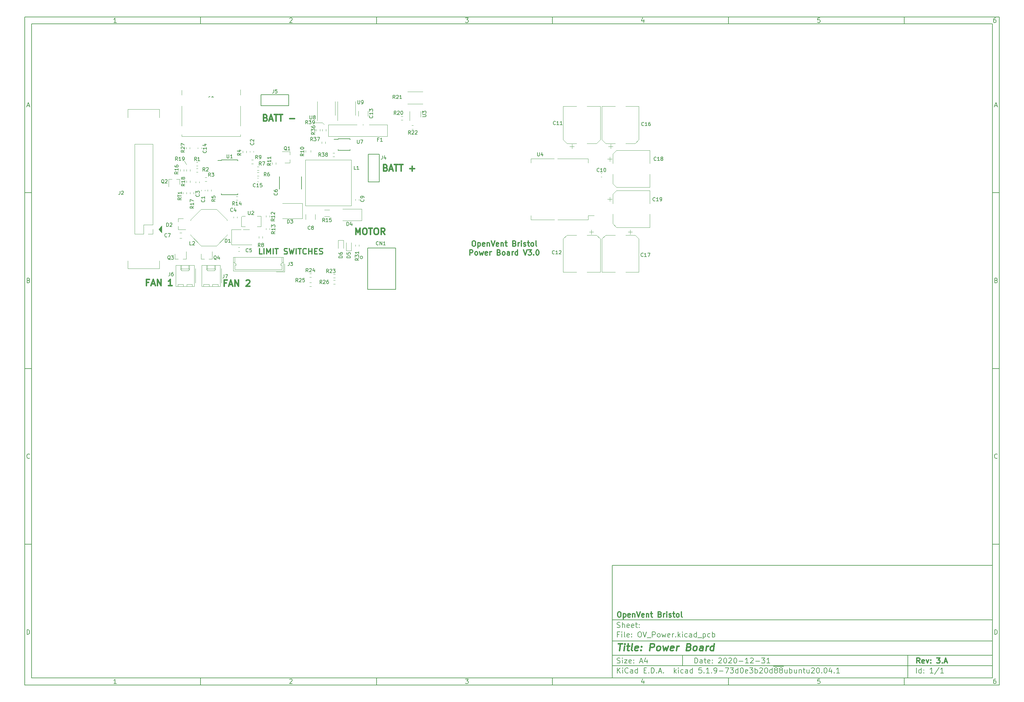
<source format=gbr>
%TF.GenerationSoftware,KiCad,Pcbnew,5.1.9-73d0e3b20d~88~ubuntu20.04.1*%
%TF.CreationDate,2020-12-31T12:36:01-05:00*%
%TF.ProjectId,OV_Power,4f565f50-6f77-4657-922e-6b696361645f,3.A*%
%TF.SameCoordinates,Original*%
%TF.FileFunction,Legend,Top*%
%TF.FilePolarity,Positive*%
%FSLAX46Y46*%
G04 Gerber Fmt 4.6, Leading zero omitted, Abs format (unit mm)*
G04 Created by KiCad (PCBNEW 5.1.9-73d0e3b20d~88~ubuntu20.04.1) date 2020-12-31 12:36:01*
%MOMM*%
%LPD*%
G01*
G04 APERTURE LIST*
%ADD10C,0.100000*%
%ADD11C,0.150000*%
%ADD12C,0.300000*%
%ADD13C,0.400000*%
%ADD14C,0.120000*%
%ADD15C,0.127000*%
%ADD16C,0.152400*%
%ADD17C,2.100000*%
%ADD18O,1.740000X2.190000*%
%ADD19C,3.400000*%
%ADD20C,3.200000*%
%ADD21O,1.200000X3.300000*%
%ADD22C,1.700000*%
%ADD23O,2.800000X1.600000*%
%ADD24R,0.800000X0.900000*%
%ADD25R,2.500000X1.800000*%
%ADD26C,1.900000*%
%ADD27O,1.200000X1.800000*%
%ADD28R,6.310000X2.070000*%
%ADD29R,4.000000X2.000000*%
%ADD30R,1.800000X3.600000*%
%ADD31R,1.400000X0.300000*%
%ADD32R,5.250000X6.230000*%
%ADD33R,5.250000X10.300000*%
%ADD34R,1.350000X0.660000*%
%ADD35R,2.083000X2.794000*%
%ADD36R,0.889000X0.420000*%
%ADD37R,1.370000X1.187500*%
%ADD38R,1.100000X0.400000*%
%ADD39R,0.900000X0.800000*%
%ADD40C,2.950000*%
%ADD41O,1.700000X1.700000*%
%ADD42R,1.700000X1.700000*%
%ADD43R,2.500000X2.300000*%
%ADD44C,1.600200*%
%ADD45C,1.500000*%
%ADD46C,1.000000*%
%ADD47C,0.800000*%
G04 APERTURE END LIST*
D10*
D11*
X177002200Y-166007200D02*
X177002200Y-198007200D01*
X285002200Y-198007200D01*
X285002200Y-166007200D01*
X177002200Y-166007200D01*
D10*
D11*
X10000000Y-10000000D02*
X10000000Y-200007200D01*
X287002200Y-200007200D01*
X287002200Y-10000000D01*
X10000000Y-10000000D01*
D10*
D11*
X12000000Y-12000000D02*
X12000000Y-198007200D01*
X285002200Y-198007200D01*
X285002200Y-12000000D01*
X12000000Y-12000000D01*
D10*
D11*
X60000000Y-12000000D02*
X60000000Y-10000000D01*
D10*
D11*
X110000000Y-12000000D02*
X110000000Y-10000000D01*
D10*
D11*
X160000000Y-12000000D02*
X160000000Y-10000000D01*
D10*
D11*
X210000000Y-12000000D02*
X210000000Y-10000000D01*
D10*
D11*
X260000000Y-12000000D02*
X260000000Y-10000000D01*
D10*
D11*
X36065476Y-11588095D02*
X35322619Y-11588095D01*
X35694047Y-11588095D02*
X35694047Y-10288095D01*
X35570238Y-10473809D01*
X35446428Y-10597619D01*
X35322619Y-10659523D01*
D10*
D11*
X85322619Y-10411904D02*
X85384523Y-10350000D01*
X85508333Y-10288095D01*
X85817857Y-10288095D01*
X85941666Y-10350000D01*
X86003571Y-10411904D01*
X86065476Y-10535714D01*
X86065476Y-10659523D01*
X86003571Y-10845238D01*
X85260714Y-11588095D01*
X86065476Y-11588095D01*
D10*
D11*
X135260714Y-10288095D02*
X136065476Y-10288095D01*
X135632142Y-10783333D01*
X135817857Y-10783333D01*
X135941666Y-10845238D01*
X136003571Y-10907142D01*
X136065476Y-11030952D01*
X136065476Y-11340476D01*
X136003571Y-11464285D01*
X135941666Y-11526190D01*
X135817857Y-11588095D01*
X135446428Y-11588095D01*
X135322619Y-11526190D01*
X135260714Y-11464285D01*
D10*
D11*
X185941666Y-10721428D02*
X185941666Y-11588095D01*
X185632142Y-10226190D02*
X185322619Y-11154761D01*
X186127380Y-11154761D01*
D10*
D11*
X236003571Y-10288095D02*
X235384523Y-10288095D01*
X235322619Y-10907142D01*
X235384523Y-10845238D01*
X235508333Y-10783333D01*
X235817857Y-10783333D01*
X235941666Y-10845238D01*
X236003571Y-10907142D01*
X236065476Y-11030952D01*
X236065476Y-11340476D01*
X236003571Y-11464285D01*
X235941666Y-11526190D01*
X235817857Y-11588095D01*
X235508333Y-11588095D01*
X235384523Y-11526190D01*
X235322619Y-11464285D01*
D10*
D11*
X285941666Y-10288095D02*
X285694047Y-10288095D01*
X285570238Y-10350000D01*
X285508333Y-10411904D01*
X285384523Y-10597619D01*
X285322619Y-10845238D01*
X285322619Y-11340476D01*
X285384523Y-11464285D01*
X285446428Y-11526190D01*
X285570238Y-11588095D01*
X285817857Y-11588095D01*
X285941666Y-11526190D01*
X286003571Y-11464285D01*
X286065476Y-11340476D01*
X286065476Y-11030952D01*
X286003571Y-10907142D01*
X285941666Y-10845238D01*
X285817857Y-10783333D01*
X285570238Y-10783333D01*
X285446428Y-10845238D01*
X285384523Y-10907142D01*
X285322619Y-11030952D01*
D10*
D11*
X60000000Y-198007200D02*
X60000000Y-200007200D01*
D10*
D11*
X110000000Y-198007200D02*
X110000000Y-200007200D01*
D10*
D11*
X160000000Y-198007200D02*
X160000000Y-200007200D01*
D10*
D11*
X210000000Y-198007200D02*
X210000000Y-200007200D01*
D10*
D11*
X260000000Y-198007200D02*
X260000000Y-200007200D01*
D10*
D11*
X36065476Y-199595295D02*
X35322619Y-199595295D01*
X35694047Y-199595295D02*
X35694047Y-198295295D01*
X35570238Y-198481009D01*
X35446428Y-198604819D01*
X35322619Y-198666723D01*
D10*
D11*
X85322619Y-198419104D02*
X85384523Y-198357200D01*
X85508333Y-198295295D01*
X85817857Y-198295295D01*
X85941666Y-198357200D01*
X86003571Y-198419104D01*
X86065476Y-198542914D01*
X86065476Y-198666723D01*
X86003571Y-198852438D01*
X85260714Y-199595295D01*
X86065476Y-199595295D01*
D10*
D11*
X135260714Y-198295295D02*
X136065476Y-198295295D01*
X135632142Y-198790533D01*
X135817857Y-198790533D01*
X135941666Y-198852438D01*
X136003571Y-198914342D01*
X136065476Y-199038152D01*
X136065476Y-199347676D01*
X136003571Y-199471485D01*
X135941666Y-199533390D01*
X135817857Y-199595295D01*
X135446428Y-199595295D01*
X135322619Y-199533390D01*
X135260714Y-199471485D01*
D10*
D11*
X185941666Y-198728628D02*
X185941666Y-199595295D01*
X185632142Y-198233390D02*
X185322619Y-199161961D01*
X186127380Y-199161961D01*
D10*
D11*
X236003571Y-198295295D02*
X235384523Y-198295295D01*
X235322619Y-198914342D01*
X235384523Y-198852438D01*
X235508333Y-198790533D01*
X235817857Y-198790533D01*
X235941666Y-198852438D01*
X236003571Y-198914342D01*
X236065476Y-199038152D01*
X236065476Y-199347676D01*
X236003571Y-199471485D01*
X235941666Y-199533390D01*
X235817857Y-199595295D01*
X235508333Y-199595295D01*
X235384523Y-199533390D01*
X235322619Y-199471485D01*
D10*
D11*
X285941666Y-198295295D02*
X285694047Y-198295295D01*
X285570238Y-198357200D01*
X285508333Y-198419104D01*
X285384523Y-198604819D01*
X285322619Y-198852438D01*
X285322619Y-199347676D01*
X285384523Y-199471485D01*
X285446428Y-199533390D01*
X285570238Y-199595295D01*
X285817857Y-199595295D01*
X285941666Y-199533390D01*
X286003571Y-199471485D01*
X286065476Y-199347676D01*
X286065476Y-199038152D01*
X286003571Y-198914342D01*
X285941666Y-198852438D01*
X285817857Y-198790533D01*
X285570238Y-198790533D01*
X285446428Y-198852438D01*
X285384523Y-198914342D01*
X285322619Y-199038152D01*
D10*
D11*
X10000000Y-60000000D02*
X12000000Y-60000000D01*
D10*
D11*
X10000000Y-110000000D02*
X12000000Y-110000000D01*
D10*
D11*
X10000000Y-160000000D02*
X12000000Y-160000000D01*
D10*
D11*
X10690476Y-35216666D02*
X11309523Y-35216666D01*
X10566666Y-35588095D02*
X11000000Y-34288095D01*
X11433333Y-35588095D01*
D10*
D11*
X11092857Y-84907142D02*
X11278571Y-84969047D01*
X11340476Y-85030952D01*
X11402380Y-85154761D01*
X11402380Y-85340476D01*
X11340476Y-85464285D01*
X11278571Y-85526190D01*
X11154761Y-85588095D01*
X10659523Y-85588095D01*
X10659523Y-84288095D01*
X11092857Y-84288095D01*
X11216666Y-84350000D01*
X11278571Y-84411904D01*
X11340476Y-84535714D01*
X11340476Y-84659523D01*
X11278571Y-84783333D01*
X11216666Y-84845238D01*
X11092857Y-84907142D01*
X10659523Y-84907142D01*
D10*
D11*
X11402380Y-135464285D02*
X11340476Y-135526190D01*
X11154761Y-135588095D01*
X11030952Y-135588095D01*
X10845238Y-135526190D01*
X10721428Y-135402380D01*
X10659523Y-135278571D01*
X10597619Y-135030952D01*
X10597619Y-134845238D01*
X10659523Y-134597619D01*
X10721428Y-134473809D01*
X10845238Y-134350000D01*
X11030952Y-134288095D01*
X11154761Y-134288095D01*
X11340476Y-134350000D01*
X11402380Y-134411904D01*
D10*
D11*
X10659523Y-185588095D02*
X10659523Y-184288095D01*
X10969047Y-184288095D01*
X11154761Y-184350000D01*
X11278571Y-184473809D01*
X11340476Y-184597619D01*
X11402380Y-184845238D01*
X11402380Y-185030952D01*
X11340476Y-185278571D01*
X11278571Y-185402380D01*
X11154761Y-185526190D01*
X10969047Y-185588095D01*
X10659523Y-185588095D01*
D10*
D11*
X287002200Y-60000000D02*
X285002200Y-60000000D01*
D10*
D11*
X287002200Y-110000000D02*
X285002200Y-110000000D01*
D10*
D11*
X287002200Y-160000000D02*
X285002200Y-160000000D01*
D10*
D11*
X285692676Y-35216666D02*
X286311723Y-35216666D01*
X285568866Y-35588095D02*
X286002200Y-34288095D01*
X286435533Y-35588095D01*
D10*
D11*
X286095057Y-84907142D02*
X286280771Y-84969047D01*
X286342676Y-85030952D01*
X286404580Y-85154761D01*
X286404580Y-85340476D01*
X286342676Y-85464285D01*
X286280771Y-85526190D01*
X286156961Y-85588095D01*
X285661723Y-85588095D01*
X285661723Y-84288095D01*
X286095057Y-84288095D01*
X286218866Y-84350000D01*
X286280771Y-84411904D01*
X286342676Y-84535714D01*
X286342676Y-84659523D01*
X286280771Y-84783333D01*
X286218866Y-84845238D01*
X286095057Y-84907142D01*
X285661723Y-84907142D01*
D10*
D11*
X286404580Y-135464285D02*
X286342676Y-135526190D01*
X286156961Y-135588095D01*
X286033152Y-135588095D01*
X285847438Y-135526190D01*
X285723628Y-135402380D01*
X285661723Y-135278571D01*
X285599819Y-135030952D01*
X285599819Y-134845238D01*
X285661723Y-134597619D01*
X285723628Y-134473809D01*
X285847438Y-134350000D01*
X286033152Y-134288095D01*
X286156961Y-134288095D01*
X286342676Y-134350000D01*
X286404580Y-134411904D01*
D10*
D11*
X285661723Y-185588095D02*
X285661723Y-184288095D01*
X285971247Y-184288095D01*
X286156961Y-184350000D01*
X286280771Y-184473809D01*
X286342676Y-184597619D01*
X286404580Y-184845238D01*
X286404580Y-185030952D01*
X286342676Y-185278571D01*
X286280771Y-185402380D01*
X286156961Y-185526190D01*
X285971247Y-185588095D01*
X285661723Y-185588095D01*
D10*
D11*
X200434342Y-193785771D02*
X200434342Y-192285771D01*
X200791485Y-192285771D01*
X201005771Y-192357200D01*
X201148628Y-192500057D01*
X201220057Y-192642914D01*
X201291485Y-192928628D01*
X201291485Y-193142914D01*
X201220057Y-193428628D01*
X201148628Y-193571485D01*
X201005771Y-193714342D01*
X200791485Y-193785771D01*
X200434342Y-193785771D01*
X202577200Y-193785771D02*
X202577200Y-193000057D01*
X202505771Y-192857200D01*
X202362914Y-192785771D01*
X202077200Y-192785771D01*
X201934342Y-192857200D01*
X202577200Y-193714342D02*
X202434342Y-193785771D01*
X202077200Y-193785771D01*
X201934342Y-193714342D01*
X201862914Y-193571485D01*
X201862914Y-193428628D01*
X201934342Y-193285771D01*
X202077200Y-193214342D01*
X202434342Y-193214342D01*
X202577200Y-193142914D01*
X203077200Y-192785771D02*
X203648628Y-192785771D01*
X203291485Y-192285771D02*
X203291485Y-193571485D01*
X203362914Y-193714342D01*
X203505771Y-193785771D01*
X203648628Y-193785771D01*
X204720057Y-193714342D02*
X204577200Y-193785771D01*
X204291485Y-193785771D01*
X204148628Y-193714342D01*
X204077200Y-193571485D01*
X204077200Y-193000057D01*
X204148628Y-192857200D01*
X204291485Y-192785771D01*
X204577200Y-192785771D01*
X204720057Y-192857200D01*
X204791485Y-193000057D01*
X204791485Y-193142914D01*
X204077200Y-193285771D01*
X205434342Y-193642914D02*
X205505771Y-193714342D01*
X205434342Y-193785771D01*
X205362914Y-193714342D01*
X205434342Y-193642914D01*
X205434342Y-193785771D01*
X205434342Y-192857200D02*
X205505771Y-192928628D01*
X205434342Y-193000057D01*
X205362914Y-192928628D01*
X205434342Y-192857200D01*
X205434342Y-193000057D01*
X207220057Y-192428628D02*
X207291485Y-192357200D01*
X207434342Y-192285771D01*
X207791485Y-192285771D01*
X207934342Y-192357200D01*
X208005771Y-192428628D01*
X208077200Y-192571485D01*
X208077200Y-192714342D01*
X208005771Y-192928628D01*
X207148628Y-193785771D01*
X208077200Y-193785771D01*
X209005771Y-192285771D02*
X209148628Y-192285771D01*
X209291485Y-192357200D01*
X209362914Y-192428628D01*
X209434342Y-192571485D01*
X209505771Y-192857200D01*
X209505771Y-193214342D01*
X209434342Y-193500057D01*
X209362914Y-193642914D01*
X209291485Y-193714342D01*
X209148628Y-193785771D01*
X209005771Y-193785771D01*
X208862914Y-193714342D01*
X208791485Y-193642914D01*
X208720057Y-193500057D01*
X208648628Y-193214342D01*
X208648628Y-192857200D01*
X208720057Y-192571485D01*
X208791485Y-192428628D01*
X208862914Y-192357200D01*
X209005771Y-192285771D01*
X210077200Y-192428628D02*
X210148628Y-192357200D01*
X210291485Y-192285771D01*
X210648628Y-192285771D01*
X210791485Y-192357200D01*
X210862914Y-192428628D01*
X210934342Y-192571485D01*
X210934342Y-192714342D01*
X210862914Y-192928628D01*
X210005771Y-193785771D01*
X210934342Y-193785771D01*
X211862914Y-192285771D02*
X212005771Y-192285771D01*
X212148628Y-192357200D01*
X212220057Y-192428628D01*
X212291485Y-192571485D01*
X212362914Y-192857200D01*
X212362914Y-193214342D01*
X212291485Y-193500057D01*
X212220057Y-193642914D01*
X212148628Y-193714342D01*
X212005771Y-193785771D01*
X211862914Y-193785771D01*
X211720057Y-193714342D01*
X211648628Y-193642914D01*
X211577200Y-193500057D01*
X211505771Y-193214342D01*
X211505771Y-192857200D01*
X211577200Y-192571485D01*
X211648628Y-192428628D01*
X211720057Y-192357200D01*
X211862914Y-192285771D01*
X213005771Y-193214342D02*
X214148628Y-193214342D01*
X215648628Y-193785771D02*
X214791485Y-193785771D01*
X215220057Y-193785771D02*
X215220057Y-192285771D01*
X215077200Y-192500057D01*
X214934342Y-192642914D01*
X214791485Y-192714342D01*
X216220057Y-192428628D02*
X216291485Y-192357200D01*
X216434342Y-192285771D01*
X216791485Y-192285771D01*
X216934342Y-192357200D01*
X217005771Y-192428628D01*
X217077200Y-192571485D01*
X217077200Y-192714342D01*
X217005771Y-192928628D01*
X216148628Y-193785771D01*
X217077200Y-193785771D01*
X217720057Y-193214342D02*
X218862914Y-193214342D01*
X219434342Y-192285771D02*
X220362914Y-192285771D01*
X219862914Y-192857200D01*
X220077200Y-192857200D01*
X220220057Y-192928628D01*
X220291485Y-193000057D01*
X220362914Y-193142914D01*
X220362914Y-193500057D01*
X220291485Y-193642914D01*
X220220057Y-193714342D01*
X220077200Y-193785771D01*
X219648628Y-193785771D01*
X219505771Y-193714342D01*
X219434342Y-193642914D01*
X221791485Y-193785771D02*
X220934342Y-193785771D01*
X221362914Y-193785771D02*
X221362914Y-192285771D01*
X221220057Y-192500057D01*
X221077200Y-192642914D01*
X220934342Y-192714342D01*
D10*
D11*
X177002200Y-194507200D02*
X285002200Y-194507200D01*
D10*
D11*
X178434342Y-196585771D02*
X178434342Y-195085771D01*
X179291485Y-196585771D02*
X178648628Y-195728628D01*
X179291485Y-195085771D02*
X178434342Y-195942914D01*
X179934342Y-196585771D02*
X179934342Y-195585771D01*
X179934342Y-195085771D02*
X179862914Y-195157200D01*
X179934342Y-195228628D01*
X180005771Y-195157200D01*
X179934342Y-195085771D01*
X179934342Y-195228628D01*
X181505771Y-196442914D02*
X181434342Y-196514342D01*
X181220057Y-196585771D01*
X181077200Y-196585771D01*
X180862914Y-196514342D01*
X180720057Y-196371485D01*
X180648628Y-196228628D01*
X180577200Y-195942914D01*
X180577200Y-195728628D01*
X180648628Y-195442914D01*
X180720057Y-195300057D01*
X180862914Y-195157200D01*
X181077200Y-195085771D01*
X181220057Y-195085771D01*
X181434342Y-195157200D01*
X181505771Y-195228628D01*
X182791485Y-196585771D02*
X182791485Y-195800057D01*
X182720057Y-195657200D01*
X182577200Y-195585771D01*
X182291485Y-195585771D01*
X182148628Y-195657200D01*
X182791485Y-196514342D02*
X182648628Y-196585771D01*
X182291485Y-196585771D01*
X182148628Y-196514342D01*
X182077200Y-196371485D01*
X182077200Y-196228628D01*
X182148628Y-196085771D01*
X182291485Y-196014342D01*
X182648628Y-196014342D01*
X182791485Y-195942914D01*
X184148628Y-196585771D02*
X184148628Y-195085771D01*
X184148628Y-196514342D02*
X184005771Y-196585771D01*
X183720057Y-196585771D01*
X183577200Y-196514342D01*
X183505771Y-196442914D01*
X183434342Y-196300057D01*
X183434342Y-195871485D01*
X183505771Y-195728628D01*
X183577200Y-195657200D01*
X183720057Y-195585771D01*
X184005771Y-195585771D01*
X184148628Y-195657200D01*
X186005771Y-195800057D02*
X186505771Y-195800057D01*
X186720057Y-196585771D02*
X186005771Y-196585771D01*
X186005771Y-195085771D01*
X186720057Y-195085771D01*
X187362914Y-196442914D02*
X187434342Y-196514342D01*
X187362914Y-196585771D01*
X187291485Y-196514342D01*
X187362914Y-196442914D01*
X187362914Y-196585771D01*
X188077200Y-196585771D02*
X188077200Y-195085771D01*
X188434342Y-195085771D01*
X188648628Y-195157200D01*
X188791485Y-195300057D01*
X188862914Y-195442914D01*
X188934342Y-195728628D01*
X188934342Y-195942914D01*
X188862914Y-196228628D01*
X188791485Y-196371485D01*
X188648628Y-196514342D01*
X188434342Y-196585771D01*
X188077200Y-196585771D01*
X189577200Y-196442914D02*
X189648628Y-196514342D01*
X189577200Y-196585771D01*
X189505771Y-196514342D01*
X189577200Y-196442914D01*
X189577200Y-196585771D01*
X190220057Y-196157200D02*
X190934342Y-196157200D01*
X190077200Y-196585771D02*
X190577200Y-195085771D01*
X191077200Y-196585771D01*
X191577200Y-196442914D02*
X191648628Y-196514342D01*
X191577200Y-196585771D01*
X191505771Y-196514342D01*
X191577200Y-196442914D01*
X191577200Y-196585771D01*
X194577200Y-196585771D02*
X194577200Y-195085771D01*
X194720057Y-196014342D02*
X195148628Y-196585771D01*
X195148628Y-195585771D02*
X194577200Y-196157200D01*
X195791485Y-196585771D02*
X195791485Y-195585771D01*
X195791485Y-195085771D02*
X195720057Y-195157200D01*
X195791485Y-195228628D01*
X195862914Y-195157200D01*
X195791485Y-195085771D01*
X195791485Y-195228628D01*
X197148628Y-196514342D02*
X197005771Y-196585771D01*
X196720057Y-196585771D01*
X196577200Y-196514342D01*
X196505771Y-196442914D01*
X196434342Y-196300057D01*
X196434342Y-195871485D01*
X196505771Y-195728628D01*
X196577200Y-195657200D01*
X196720057Y-195585771D01*
X197005771Y-195585771D01*
X197148628Y-195657200D01*
X198434342Y-196585771D02*
X198434342Y-195800057D01*
X198362914Y-195657200D01*
X198220057Y-195585771D01*
X197934342Y-195585771D01*
X197791485Y-195657200D01*
X198434342Y-196514342D02*
X198291485Y-196585771D01*
X197934342Y-196585771D01*
X197791485Y-196514342D01*
X197720057Y-196371485D01*
X197720057Y-196228628D01*
X197791485Y-196085771D01*
X197934342Y-196014342D01*
X198291485Y-196014342D01*
X198434342Y-195942914D01*
X199791485Y-196585771D02*
X199791485Y-195085771D01*
X199791485Y-196514342D02*
X199648628Y-196585771D01*
X199362914Y-196585771D01*
X199220057Y-196514342D01*
X199148628Y-196442914D01*
X199077200Y-196300057D01*
X199077200Y-195871485D01*
X199148628Y-195728628D01*
X199220057Y-195657200D01*
X199362914Y-195585771D01*
X199648628Y-195585771D01*
X199791485Y-195657200D01*
X202362914Y-195085771D02*
X201648628Y-195085771D01*
X201577200Y-195800057D01*
X201648628Y-195728628D01*
X201791485Y-195657200D01*
X202148628Y-195657200D01*
X202291485Y-195728628D01*
X202362914Y-195800057D01*
X202434342Y-195942914D01*
X202434342Y-196300057D01*
X202362914Y-196442914D01*
X202291485Y-196514342D01*
X202148628Y-196585771D01*
X201791485Y-196585771D01*
X201648628Y-196514342D01*
X201577200Y-196442914D01*
X203077200Y-196442914D02*
X203148628Y-196514342D01*
X203077200Y-196585771D01*
X203005771Y-196514342D01*
X203077200Y-196442914D01*
X203077200Y-196585771D01*
X204577200Y-196585771D02*
X203720057Y-196585771D01*
X204148628Y-196585771D02*
X204148628Y-195085771D01*
X204005771Y-195300057D01*
X203862914Y-195442914D01*
X203720057Y-195514342D01*
X205220057Y-196442914D02*
X205291485Y-196514342D01*
X205220057Y-196585771D01*
X205148628Y-196514342D01*
X205220057Y-196442914D01*
X205220057Y-196585771D01*
X206005771Y-196585771D02*
X206291485Y-196585771D01*
X206434342Y-196514342D01*
X206505771Y-196442914D01*
X206648628Y-196228628D01*
X206720057Y-195942914D01*
X206720057Y-195371485D01*
X206648628Y-195228628D01*
X206577200Y-195157200D01*
X206434342Y-195085771D01*
X206148628Y-195085771D01*
X206005771Y-195157200D01*
X205934342Y-195228628D01*
X205862914Y-195371485D01*
X205862914Y-195728628D01*
X205934342Y-195871485D01*
X206005771Y-195942914D01*
X206148628Y-196014342D01*
X206434342Y-196014342D01*
X206577200Y-195942914D01*
X206648628Y-195871485D01*
X206720057Y-195728628D01*
X207362914Y-196014342D02*
X208505771Y-196014342D01*
X209077200Y-195085771D02*
X210077200Y-195085771D01*
X209434342Y-196585771D01*
X210505771Y-195085771D02*
X211434342Y-195085771D01*
X210934342Y-195657200D01*
X211148628Y-195657200D01*
X211291485Y-195728628D01*
X211362914Y-195800057D01*
X211434342Y-195942914D01*
X211434342Y-196300057D01*
X211362914Y-196442914D01*
X211291485Y-196514342D01*
X211148628Y-196585771D01*
X210720057Y-196585771D01*
X210577200Y-196514342D01*
X210505771Y-196442914D01*
X212720057Y-196585771D02*
X212720057Y-195085771D01*
X212720057Y-196514342D02*
X212577200Y-196585771D01*
X212291485Y-196585771D01*
X212148628Y-196514342D01*
X212077200Y-196442914D01*
X212005771Y-196300057D01*
X212005771Y-195871485D01*
X212077200Y-195728628D01*
X212148628Y-195657200D01*
X212291485Y-195585771D01*
X212577200Y-195585771D01*
X212720057Y-195657200D01*
X213720057Y-195085771D02*
X213862914Y-195085771D01*
X214005771Y-195157200D01*
X214077200Y-195228628D01*
X214148628Y-195371485D01*
X214220057Y-195657200D01*
X214220057Y-196014342D01*
X214148628Y-196300057D01*
X214077200Y-196442914D01*
X214005771Y-196514342D01*
X213862914Y-196585771D01*
X213720057Y-196585771D01*
X213577200Y-196514342D01*
X213505771Y-196442914D01*
X213434342Y-196300057D01*
X213362914Y-196014342D01*
X213362914Y-195657200D01*
X213434342Y-195371485D01*
X213505771Y-195228628D01*
X213577200Y-195157200D01*
X213720057Y-195085771D01*
X215434342Y-196514342D02*
X215291485Y-196585771D01*
X215005771Y-196585771D01*
X214862914Y-196514342D01*
X214791485Y-196371485D01*
X214791485Y-195800057D01*
X214862914Y-195657200D01*
X215005771Y-195585771D01*
X215291485Y-195585771D01*
X215434342Y-195657200D01*
X215505771Y-195800057D01*
X215505771Y-195942914D01*
X214791485Y-196085771D01*
X216005771Y-195085771D02*
X216934342Y-195085771D01*
X216434342Y-195657200D01*
X216648628Y-195657200D01*
X216791485Y-195728628D01*
X216862914Y-195800057D01*
X216934342Y-195942914D01*
X216934342Y-196300057D01*
X216862914Y-196442914D01*
X216791485Y-196514342D01*
X216648628Y-196585771D01*
X216220057Y-196585771D01*
X216077200Y-196514342D01*
X216005771Y-196442914D01*
X217577200Y-196585771D02*
X217577200Y-195085771D01*
X217577200Y-195657200D02*
X217720057Y-195585771D01*
X218005771Y-195585771D01*
X218148628Y-195657200D01*
X218220057Y-195728628D01*
X218291485Y-195871485D01*
X218291485Y-196300057D01*
X218220057Y-196442914D01*
X218148628Y-196514342D01*
X218005771Y-196585771D01*
X217720057Y-196585771D01*
X217577200Y-196514342D01*
X218862914Y-195228628D02*
X218934342Y-195157200D01*
X219077200Y-195085771D01*
X219434342Y-195085771D01*
X219577200Y-195157200D01*
X219648628Y-195228628D01*
X219720057Y-195371485D01*
X219720057Y-195514342D01*
X219648628Y-195728628D01*
X218791485Y-196585771D01*
X219720057Y-196585771D01*
X220648628Y-195085771D02*
X220791485Y-195085771D01*
X220934342Y-195157200D01*
X221005771Y-195228628D01*
X221077200Y-195371485D01*
X221148628Y-195657200D01*
X221148628Y-196014342D01*
X221077200Y-196300057D01*
X221005771Y-196442914D01*
X220934342Y-196514342D01*
X220791485Y-196585771D01*
X220648628Y-196585771D01*
X220505771Y-196514342D01*
X220434342Y-196442914D01*
X220362914Y-196300057D01*
X220291485Y-196014342D01*
X220291485Y-195657200D01*
X220362914Y-195371485D01*
X220434342Y-195228628D01*
X220505771Y-195157200D01*
X220648628Y-195085771D01*
X222434342Y-196585771D02*
X222434342Y-195085771D01*
X222434342Y-196514342D02*
X222291485Y-196585771D01*
X222005771Y-196585771D01*
X221862914Y-196514342D01*
X221791485Y-196442914D01*
X221720057Y-196300057D01*
X221720057Y-195871485D01*
X221791485Y-195728628D01*
X221862914Y-195657200D01*
X222005771Y-195585771D01*
X222291485Y-195585771D01*
X222434342Y-195657200D01*
X222791485Y-194677200D02*
X224220057Y-194677200D01*
X223362914Y-195728628D02*
X223220057Y-195657200D01*
X223148628Y-195585771D01*
X223077200Y-195442914D01*
X223077200Y-195371485D01*
X223148628Y-195228628D01*
X223220057Y-195157200D01*
X223362914Y-195085771D01*
X223648628Y-195085771D01*
X223791485Y-195157200D01*
X223862914Y-195228628D01*
X223934342Y-195371485D01*
X223934342Y-195442914D01*
X223862914Y-195585771D01*
X223791485Y-195657200D01*
X223648628Y-195728628D01*
X223362914Y-195728628D01*
X223220057Y-195800057D01*
X223148628Y-195871485D01*
X223077200Y-196014342D01*
X223077200Y-196300057D01*
X223148628Y-196442914D01*
X223220057Y-196514342D01*
X223362914Y-196585771D01*
X223648628Y-196585771D01*
X223791485Y-196514342D01*
X223862914Y-196442914D01*
X223934342Y-196300057D01*
X223934342Y-196014342D01*
X223862914Y-195871485D01*
X223791485Y-195800057D01*
X223648628Y-195728628D01*
X224220057Y-194677200D02*
X225648628Y-194677200D01*
X224791485Y-195728628D02*
X224648628Y-195657200D01*
X224577200Y-195585771D01*
X224505771Y-195442914D01*
X224505771Y-195371485D01*
X224577200Y-195228628D01*
X224648628Y-195157200D01*
X224791485Y-195085771D01*
X225077200Y-195085771D01*
X225220057Y-195157200D01*
X225291485Y-195228628D01*
X225362914Y-195371485D01*
X225362914Y-195442914D01*
X225291485Y-195585771D01*
X225220057Y-195657200D01*
X225077200Y-195728628D01*
X224791485Y-195728628D01*
X224648628Y-195800057D01*
X224577200Y-195871485D01*
X224505771Y-196014342D01*
X224505771Y-196300057D01*
X224577200Y-196442914D01*
X224648628Y-196514342D01*
X224791485Y-196585771D01*
X225077200Y-196585771D01*
X225220057Y-196514342D01*
X225291485Y-196442914D01*
X225362914Y-196300057D01*
X225362914Y-196014342D01*
X225291485Y-195871485D01*
X225220057Y-195800057D01*
X225077200Y-195728628D01*
X226648628Y-195585771D02*
X226648628Y-196585771D01*
X226005771Y-195585771D02*
X226005771Y-196371485D01*
X226077199Y-196514342D01*
X226220057Y-196585771D01*
X226434342Y-196585771D01*
X226577199Y-196514342D01*
X226648628Y-196442914D01*
X227362914Y-196585771D02*
X227362914Y-195085771D01*
X227362914Y-195657200D02*
X227505771Y-195585771D01*
X227791485Y-195585771D01*
X227934342Y-195657200D01*
X228005771Y-195728628D01*
X228077200Y-195871485D01*
X228077200Y-196300057D01*
X228005771Y-196442914D01*
X227934342Y-196514342D01*
X227791485Y-196585771D01*
X227505771Y-196585771D01*
X227362914Y-196514342D01*
X229362914Y-195585771D02*
X229362914Y-196585771D01*
X228720057Y-195585771D02*
X228720057Y-196371485D01*
X228791485Y-196514342D01*
X228934342Y-196585771D01*
X229148628Y-196585771D01*
X229291485Y-196514342D01*
X229362914Y-196442914D01*
X230077200Y-195585771D02*
X230077200Y-196585771D01*
X230077200Y-195728628D02*
X230148628Y-195657200D01*
X230291485Y-195585771D01*
X230505771Y-195585771D01*
X230648628Y-195657200D01*
X230720057Y-195800057D01*
X230720057Y-196585771D01*
X231220057Y-195585771D02*
X231791485Y-195585771D01*
X231434342Y-195085771D02*
X231434342Y-196371485D01*
X231505771Y-196514342D01*
X231648628Y-196585771D01*
X231791485Y-196585771D01*
X232934342Y-195585771D02*
X232934342Y-196585771D01*
X232291485Y-195585771D02*
X232291485Y-196371485D01*
X232362914Y-196514342D01*
X232505771Y-196585771D01*
X232720057Y-196585771D01*
X232862914Y-196514342D01*
X232934342Y-196442914D01*
X233577200Y-195228628D02*
X233648628Y-195157200D01*
X233791485Y-195085771D01*
X234148628Y-195085771D01*
X234291485Y-195157200D01*
X234362914Y-195228628D01*
X234434342Y-195371485D01*
X234434342Y-195514342D01*
X234362914Y-195728628D01*
X233505771Y-196585771D01*
X234434342Y-196585771D01*
X235362914Y-195085771D02*
X235505771Y-195085771D01*
X235648628Y-195157200D01*
X235720057Y-195228628D01*
X235791485Y-195371485D01*
X235862914Y-195657200D01*
X235862914Y-196014342D01*
X235791485Y-196300057D01*
X235720057Y-196442914D01*
X235648628Y-196514342D01*
X235505771Y-196585771D01*
X235362914Y-196585771D01*
X235220057Y-196514342D01*
X235148628Y-196442914D01*
X235077200Y-196300057D01*
X235005771Y-196014342D01*
X235005771Y-195657200D01*
X235077200Y-195371485D01*
X235148628Y-195228628D01*
X235220057Y-195157200D01*
X235362914Y-195085771D01*
X236505771Y-196442914D02*
X236577199Y-196514342D01*
X236505771Y-196585771D01*
X236434342Y-196514342D01*
X236505771Y-196442914D01*
X236505771Y-196585771D01*
X237505771Y-195085771D02*
X237648628Y-195085771D01*
X237791485Y-195157200D01*
X237862914Y-195228628D01*
X237934342Y-195371485D01*
X238005771Y-195657200D01*
X238005771Y-196014342D01*
X237934342Y-196300057D01*
X237862914Y-196442914D01*
X237791485Y-196514342D01*
X237648628Y-196585771D01*
X237505771Y-196585771D01*
X237362914Y-196514342D01*
X237291485Y-196442914D01*
X237220057Y-196300057D01*
X237148628Y-196014342D01*
X237148628Y-195657200D01*
X237220057Y-195371485D01*
X237291485Y-195228628D01*
X237362914Y-195157200D01*
X237505771Y-195085771D01*
X239291485Y-195585771D02*
X239291485Y-196585771D01*
X238934342Y-195014342D02*
X238577199Y-196085771D01*
X239505771Y-196085771D01*
X240077199Y-196442914D02*
X240148628Y-196514342D01*
X240077199Y-196585771D01*
X240005771Y-196514342D01*
X240077199Y-196442914D01*
X240077199Y-196585771D01*
X241577199Y-196585771D02*
X240720057Y-196585771D01*
X241148628Y-196585771D02*
X241148628Y-195085771D01*
X241005771Y-195300057D01*
X240862914Y-195442914D01*
X240720057Y-195514342D01*
D10*
D11*
X177002200Y-191507200D02*
X285002200Y-191507200D01*
D10*
D12*
X264411485Y-193785771D02*
X263911485Y-193071485D01*
X263554342Y-193785771D02*
X263554342Y-192285771D01*
X264125771Y-192285771D01*
X264268628Y-192357200D01*
X264340057Y-192428628D01*
X264411485Y-192571485D01*
X264411485Y-192785771D01*
X264340057Y-192928628D01*
X264268628Y-193000057D01*
X264125771Y-193071485D01*
X263554342Y-193071485D01*
X265625771Y-193714342D02*
X265482914Y-193785771D01*
X265197200Y-193785771D01*
X265054342Y-193714342D01*
X264982914Y-193571485D01*
X264982914Y-193000057D01*
X265054342Y-192857200D01*
X265197200Y-192785771D01*
X265482914Y-192785771D01*
X265625771Y-192857200D01*
X265697200Y-193000057D01*
X265697200Y-193142914D01*
X264982914Y-193285771D01*
X266197200Y-192785771D02*
X266554342Y-193785771D01*
X266911485Y-192785771D01*
X267482914Y-193642914D02*
X267554342Y-193714342D01*
X267482914Y-193785771D01*
X267411485Y-193714342D01*
X267482914Y-193642914D01*
X267482914Y-193785771D01*
X267482914Y-192857200D02*
X267554342Y-192928628D01*
X267482914Y-193000057D01*
X267411485Y-192928628D01*
X267482914Y-192857200D01*
X267482914Y-193000057D01*
X269197200Y-192285771D02*
X270125771Y-192285771D01*
X269625771Y-192857200D01*
X269840057Y-192857200D01*
X269982914Y-192928628D01*
X270054342Y-193000057D01*
X270125771Y-193142914D01*
X270125771Y-193500057D01*
X270054342Y-193642914D01*
X269982914Y-193714342D01*
X269840057Y-193785771D01*
X269411485Y-193785771D01*
X269268628Y-193714342D01*
X269197200Y-193642914D01*
X270768628Y-193642914D02*
X270840057Y-193714342D01*
X270768628Y-193785771D01*
X270697200Y-193714342D01*
X270768628Y-193642914D01*
X270768628Y-193785771D01*
X271411485Y-193357200D02*
X272125771Y-193357200D01*
X271268628Y-193785771D02*
X271768628Y-192285771D01*
X272268628Y-193785771D01*
D10*
D11*
X178362914Y-193714342D02*
X178577200Y-193785771D01*
X178934342Y-193785771D01*
X179077200Y-193714342D01*
X179148628Y-193642914D01*
X179220057Y-193500057D01*
X179220057Y-193357200D01*
X179148628Y-193214342D01*
X179077200Y-193142914D01*
X178934342Y-193071485D01*
X178648628Y-193000057D01*
X178505771Y-192928628D01*
X178434342Y-192857200D01*
X178362914Y-192714342D01*
X178362914Y-192571485D01*
X178434342Y-192428628D01*
X178505771Y-192357200D01*
X178648628Y-192285771D01*
X179005771Y-192285771D01*
X179220057Y-192357200D01*
X179862914Y-193785771D02*
X179862914Y-192785771D01*
X179862914Y-192285771D02*
X179791485Y-192357200D01*
X179862914Y-192428628D01*
X179934342Y-192357200D01*
X179862914Y-192285771D01*
X179862914Y-192428628D01*
X180434342Y-192785771D02*
X181220057Y-192785771D01*
X180434342Y-193785771D01*
X181220057Y-193785771D01*
X182362914Y-193714342D02*
X182220057Y-193785771D01*
X181934342Y-193785771D01*
X181791485Y-193714342D01*
X181720057Y-193571485D01*
X181720057Y-193000057D01*
X181791485Y-192857200D01*
X181934342Y-192785771D01*
X182220057Y-192785771D01*
X182362914Y-192857200D01*
X182434342Y-193000057D01*
X182434342Y-193142914D01*
X181720057Y-193285771D01*
X183077200Y-193642914D02*
X183148628Y-193714342D01*
X183077200Y-193785771D01*
X183005771Y-193714342D01*
X183077200Y-193642914D01*
X183077200Y-193785771D01*
X183077200Y-192857200D02*
X183148628Y-192928628D01*
X183077200Y-193000057D01*
X183005771Y-192928628D01*
X183077200Y-192857200D01*
X183077200Y-193000057D01*
X184862914Y-193357200D02*
X185577200Y-193357200D01*
X184720057Y-193785771D02*
X185220057Y-192285771D01*
X185720057Y-193785771D01*
X186862914Y-192785771D02*
X186862914Y-193785771D01*
X186505771Y-192214342D02*
X186148628Y-193285771D01*
X187077200Y-193285771D01*
D10*
D11*
X263434342Y-196585771D02*
X263434342Y-195085771D01*
X264791485Y-196585771D02*
X264791485Y-195085771D01*
X264791485Y-196514342D02*
X264648628Y-196585771D01*
X264362914Y-196585771D01*
X264220057Y-196514342D01*
X264148628Y-196442914D01*
X264077200Y-196300057D01*
X264077200Y-195871485D01*
X264148628Y-195728628D01*
X264220057Y-195657200D01*
X264362914Y-195585771D01*
X264648628Y-195585771D01*
X264791485Y-195657200D01*
X265505771Y-196442914D02*
X265577200Y-196514342D01*
X265505771Y-196585771D01*
X265434342Y-196514342D01*
X265505771Y-196442914D01*
X265505771Y-196585771D01*
X265505771Y-195657200D02*
X265577200Y-195728628D01*
X265505771Y-195800057D01*
X265434342Y-195728628D01*
X265505771Y-195657200D01*
X265505771Y-195800057D01*
X268148628Y-196585771D02*
X267291485Y-196585771D01*
X267720057Y-196585771D02*
X267720057Y-195085771D01*
X267577200Y-195300057D01*
X267434342Y-195442914D01*
X267291485Y-195514342D01*
X269862914Y-195014342D02*
X268577200Y-196942914D01*
X271148628Y-196585771D02*
X270291485Y-196585771D01*
X270720057Y-196585771D02*
X270720057Y-195085771D01*
X270577200Y-195300057D01*
X270434342Y-195442914D01*
X270291485Y-195514342D01*
D10*
D11*
X177002200Y-187507200D02*
X285002200Y-187507200D01*
D10*
D13*
X178714580Y-188211961D02*
X179857438Y-188211961D01*
X179036009Y-190211961D02*
X179286009Y-188211961D01*
X180274104Y-190211961D02*
X180440771Y-188878628D01*
X180524104Y-188211961D02*
X180416961Y-188307200D01*
X180500295Y-188402438D01*
X180607438Y-188307200D01*
X180524104Y-188211961D01*
X180500295Y-188402438D01*
X181107438Y-188878628D02*
X181869342Y-188878628D01*
X181476485Y-188211961D02*
X181262200Y-189926247D01*
X181333628Y-190116723D01*
X181512200Y-190211961D01*
X181702676Y-190211961D01*
X182655057Y-190211961D02*
X182476485Y-190116723D01*
X182405057Y-189926247D01*
X182619342Y-188211961D01*
X184190771Y-190116723D02*
X183988390Y-190211961D01*
X183607438Y-190211961D01*
X183428866Y-190116723D01*
X183357438Y-189926247D01*
X183452676Y-189164342D01*
X183571723Y-188973866D01*
X183774104Y-188878628D01*
X184155057Y-188878628D01*
X184333628Y-188973866D01*
X184405057Y-189164342D01*
X184381247Y-189354819D01*
X183405057Y-189545295D01*
X185155057Y-190021485D02*
X185238390Y-190116723D01*
X185131247Y-190211961D01*
X185047914Y-190116723D01*
X185155057Y-190021485D01*
X185131247Y-190211961D01*
X185286009Y-188973866D02*
X185369342Y-189069104D01*
X185262200Y-189164342D01*
X185178866Y-189069104D01*
X185286009Y-188973866D01*
X185262200Y-189164342D01*
X187607438Y-190211961D02*
X187857438Y-188211961D01*
X188619342Y-188211961D01*
X188797914Y-188307200D01*
X188881247Y-188402438D01*
X188952676Y-188592914D01*
X188916961Y-188878628D01*
X188797914Y-189069104D01*
X188690771Y-189164342D01*
X188488390Y-189259580D01*
X187726485Y-189259580D01*
X189893152Y-190211961D02*
X189714580Y-190116723D01*
X189631247Y-190021485D01*
X189559819Y-189831009D01*
X189631247Y-189259580D01*
X189750295Y-189069104D01*
X189857438Y-188973866D01*
X190059819Y-188878628D01*
X190345533Y-188878628D01*
X190524104Y-188973866D01*
X190607438Y-189069104D01*
X190678866Y-189259580D01*
X190607438Y-189831009D01*
X190488390Y-190021485D01*
X190381247Y-190116723D01*
X190178866Y-190211961D01*
X189893152Y-190211961D01*
X191393152Y-188878628D02*
X191607438Y-190211961D01*
X192107438Y-189259580D01*
X192369342Y-190211961D01*
X192916961Y-188878628D01*
X194286009Y-190116723D02*
X194083628Y-190211961D01*
X193702676Y-190211961D01*
X193524104Y-190116723D01*
X193452676Y-189926247D01*
X193547914Y-189164342D01*
X193666961Y-188973866D01*
X193869342Y-188878628D01*
X194250295Y-188878628D01*
X194428866Y-188973866D01*
X194500295Y-189164342D01*
X194476485Y-189354819D01*
X193500295Y-189545295D01*
X195226485Y-190211961D02*
X195393152Y-188878628D01*
X195345533Y-189259580D02*
X195464580Y-189069104D01*
X195571723Y-188973866D01*
X195774104Y-188878628D01*
X195964580Y-188878628D01*
X198786009Y-189164342D02*
X199059819Y-189259580D01*
X199143152Y-189354819D01*
X199214580Y-189545295D01*
X199178866Y-189831009D01*
X199059819Y-190021485D01*
X198952676Y-190116723D01*
X198750295Y-190211961D01*
X197988390Y-190211961D01*
X198238390Y-188211961D01*
X198905057Y-188211961D01*
X199083628Y-188307200D01*
X199166961Y-188402438D01*
X199238390Y-188592914D01*
X199214580Y-188783390D01*
X199095533Y-188973866D01*
X198988390Y-189069104D01*
X198786009Y-189164342D01*
X198119342Y-189164342D01*
X200274104Y-190211961D02*
X200095533Y-190116723D01*
X200012200Y-190021485D01*
X199940771Y-189831009D01*
X200012200Y-189259580D01*
X200131247Y-189069104D01*
X200238390Y-188973866D01*
X200440771Y-188878628D01*
X200726485Y-188878628D01*
X200905057Y-188973866D01*
X200988390Y-189069104D01*
X201059819Y-189259580D01*
X200988390Y-189831009D01*
X200869342Y-190021485D01*
X200762200Y-190116723D01*
X200559819Y-190211961D01*
X200274104Y-190211961D01*
X202655057Y-190211961D02*
X202786009Y-189164342D01*
X202714580Y-188973866D01*
X202536009Y-188878628D01*
X202155057Y-188878628D01*
X201952676Y-188973866D01*
X202666961Y-190116723D02*
X202464580Y-190211961D01*
X201988390Y-190211961D01*
X201809819Y-190116723D01*
X201738390Y-189926247D01*
X201762200Y-189735771D01*
X201881247Y-189545295D01*
X202083628Y-189450057D01*
X202559819Y-189450057D01*
X202762200Y-189354819D01*
X203607438Y-190211961D02*
X203774104Y-188878628D01*
X203726485Y-189259580D02*
X203845533Y-189069104D01*
X203952676Y-188973866D01*
X204155057Y-188878628D01*
X204345533Y-188878628D01*
X205702676Y-190211961D02*
X205952676Y-188211961D01*
X205714580Y-190116723D02*
X205512200Y-190211961D01*
X205131247Y-190211961D01*
X204952676Y-190116723D01*
X204869342Y-190021485D01*
X204797914Y-189831009D01*
X204869342Y-189259580D01*
X204988390Y-189069104D01*
X205095533Y-188973866D01*
X205297914Y-188878628D01*
X205678866Y-188878628D01*
X205857438Y-188973866D01*
D10*
D11*
X178934342Y-185600057D02*
X178434342Y-185600057D01*
X178434342Y-186385771D02*
X178434342Y-184885771D01*
X179148628Y-184885771D01*
X179720057Y-186385771D02*
X179720057Y-185385771D01*
X179720057Y-184885771D02*
X179648628Y-184957200D01*
X179720057Y-185028628D01*
X179791485Y-184957200D01*
X179720057Y-184885771D01*
X179720057Y-185028628D01*
X180648628Y-186385771D02*
X180505771Y-186314342D01*
X180434342Y-186171485D01*
X180434342Y-184885771D01*
X181791485Y-186314342D02*
X181648628Y-186385771D01*
X181362914Y-186385771D01*
X181220057Y-186314342D01*
X181148628Y-186171485D01*
X181148628Y-185600057D01*
X181220057Y-185457200D01*
X181362914Y-185385771D01*
X181648628Y-185385771D01*
X181791485Y-185457200D01*
X181862914Y-185600057D01*
X181862914Y-185742914D01*
X181148628Y-185885771D01*
X182505771Y-186242914D02*
X182577200Y-186314342D01*
X182505771Y-186385771D01*
X182434342Y-186314342D01*
X182505771Y-186242914D01*
X182505771Y-186385771D01*
X182505771Y-185457200D02*
X182577200Y-185528628D01*
X182505771Y-185600057D01*
X182434342Y-185528628D01*
X182505771Y-185457200D01*
X182505771Y-185600057D01*
X184648628Y-184885771D02*
X184934342Y-184885771D01*
X185077200Y-184957200D01*
X185220057Y-185100057D01*
X185291485Y-185385771D01*
X185291485Y-185885771D01*
X185220057Y-186171485D01*
X185077200Y-186314342D01*
X184934342Y-186385771D01*
X184648628Y-186385771D01*
X184505771Y-186314342D01*
X184362914Y-186171485D01*
X184291485Y-185885771D01*
X184291485Y-185385771D01*
X184362914Y-185100057D01*
X184505771Y-184957200D01*
X184648628Y-184885771D01*
X185720057Y-184885771D02*
X186220057Y-186385771D01*
X186720057Y-184885771D01*
X186862914Y-186528628D02*
X188005771Y-186528628D01*
X188362914Y-186385771D02*
X188362914Y-184885771D01*
X188934342Y-184885771D01*
X189077200Y-184957200D01*
X189148628Y-185028628D01*
X189220057Y-185171485D01*
X189220057Y-185385771D01*
X189148628Y-185528628D01*
X189077200Y-185600057D01*
X188934342Y-185671485D01*
X188362914Y-185671485D01*
X190077200Y-186385771D02*
X189934342Y-186314342D01*
X189862914Y-186242914D01*
X189791485Y-186100057D01*
X189791485Y-185671485D01*
X189862914Y-185528628D01*
X189934342Y-185457200D01*
X190077200Y-185385771D01*
X190291485Y-185385771D01*
X190434342Y-185457200D01*
X190505771Y-185528628D01*
X190577200Y-185671485D01*
X190577200Y-186100057D01*
X190505771Y-186242914D01*
X190434342Y-186314342D01*
X190291485Y-186385771D01*
X190077200Y-186385771D01*
X191077200Y-185385771D02*
X191362914Y-186385771D01*
X191648628Y-185671485D01*
X191934342Y-186385771D01*
X192220057Y-185385771D01*
X193362914Y-186314342D02*
X193220057Y-186385771D01*
X192934342Y-186385771D01*
X192791485Y-186314342D01*
X192720057Y-186171485D01*
X192720057Y-185600057D01*
X192791485Y-185457200D01*
X192934342Y-185385771D01*
X193220057Y-185385771D01*
X193362914Y-185457200D01*
X193434342Y-185600057D01*
X193434342Y-185742914D01*
X192720057Y-185885771D01*
X194077200Y-186385771D02*
X194077200Y-185385771D01*
X194077200Y-185671485D02*
X194148628Y-185528628D01*
X194220057Y-185457200D01*
X194362914Y-185385771D01*
X194505771Y-185385771D01*
X195005771Y-186242914D02*
X195077200Y-186314342D01*
X195005771Y-186385771D01*
X194934342Y-186314342D01*
X195005771Y-186242914D01*
X195005771Y-186385771D01*
X195720057Y-186385771D02*
X195720057Y-184885771D01*
X195862914Y-185814342D02*
X196291485Y-186385771D01*
X196291485Y-185385771D02*
X195720057Y-185957200D01*
X196934342Y-186385771D02*
X196934342Y-185385771D01*
X196934342Y-184885771D02*
X196862914Y-184957200D01*
X196934342Y-185028628D01*
X197005771Y-184957200D01*
X196934342Y-184885771D01*
X196934342Y-185028628D01*
X198291485Y-186314342D02*
X198148628Y-186385771D01*
X197862914Y-186385771D01*
X197720057Y-186314342D01*
X197648628Y-186242914D01*
X197577200Y-186100057D01*
X197577200Y-185671485D01*
X197648628Y-185528628D01*
X197720057Y-185457200D01*
X197862914Y-185385771D01*
X198148628Y-185385771D01*
X198291485Y-185457200D01*
X199577200Y-186385771D02*
X199577200Y-185600057D01*
X199505771Y-185457200D01*
X199362914Y-185385771D01*
X199077200Y-185385771D01*
X198934342Y-185457200D01*
X199577200Y-186314342D02*
X199434342Y-186385771D01*
X199077200Y-186385771D01*
X198934342Y-186314342D01*
X198862914Y-186171485D01*
X198862914Y-186028628D01*
X198934342Y-185885771D01*
X199077200Y-185814342D01*
X199434342Y-185814342D01*
X199577200Y-185742914D01*
X200934342Y-186385771D02*
X200934342Y-184885771D01*
X200934342Y-186314342D02*
X200791485Y-186385771D01*
X200505771Y-186385771D01*
X200362914Y-186314342D01*
X200291485Y-186242914D01*
X200220057Y-186100057D01*
X200220057Y-185671485D01*
X200291485Y-185528628D01*
X200362914Y-185457200D01*
X200505771Y-185385771D01*
X200791485Y-185385771D01*
X200934342Y-185457200D01*
X201291485Y-186528628D02*
X202434342Y-186528628D01*
X202791485Y-185385771D02*
X202791485Y-186885771D01*
X202791485Y-185457200D02*
X202934342Y-185385771D01*
X203220057Y-185385771D01*
X203362914Y-185457200D01*
X203434342Y-185528628D01*
X203505771Y-185671485D01*
X203505771Y-186100057D01*
X203434342Y-186242914D01*
X203362914Y-186314342D01*
X203220057Y-186385771D01*
X202934342Y-186385771D01*
X202791485Y-186314342D01*
X204791485Y-186314342D02*
X204648628Y-186385771D01*
X204362914Y-186385771D01*
X204220057Y-186314342D01*
X204148628Y-186242914D01*
X204077200Y-186100057D01*
X204077200Y-185671485D01*
X204148628Y-185528628D01*
X204220057Y-185457200D01*
X204362914Y-185385771D01*
X204648628Y-185385771D01*
X204791485Y-185457200D01*
X205434342Y-186385771D02*
X205434342Y-184885771D01*
X205434342Y-185457200D02*
X205577200Y-185385771D01*
X205862914Y-185385771D01*
X206005771Y-185457200D01*
X206077200Y-185528628D01*
X206148628Y-185671485D01*
X206148628Y-186100057D01*
X206077200Y-186242914D01*
X206005771Y-186314342D01*
X205862914Y-186385771D01*
X205577200Y-186385771D01*
X205434342Y-186314342D01*
D10*
D11*
X177002200Y-181507200D02*
X285002200Y-181507200D01*
D10*
D11*
X178362914Y-183614342D02*
X178577200Y-183685771D01*
X178934342Y-183685771D01*
X179077200Y-183614342D01*
X179148628Y-183542914D01*
X179220057Y-183400057D01*
X179220057Y-183257200D01*
X179148628Y-183114342D01*
X179077200Y-183042914D01*
X178934342Y-182971485D01*
X178648628Y-182900057D01*
X178505771Y-182828628D01*
X178434342Y-182757200D01*
X178362914Y-182614342D01*
X178362914Y-182471485D01*
X178434342Y-182328628D01*
X178505771Y-182257200D01*
X178648628Y-182185771D01*
X179005771Y-182185771D01*
X179220057Y-182257200D01*
X179862914Y-183685771D02*
X179862914Y-182185771D01*
X180505771Y-183685771D02*
X180505771Y-182900057D01*
X180434342Y-182757200D01*
X180291485Y-182685771D01*
X180077200Y-182685771D01*
X179934342Y-182757200D01*
X179862914Y-182828628D01*
X181791485Y-183614342D02*
X181648628Y-183685771D01*
X181362914Y-183685771D01*
X181220057Y-183614342D01*
X181148628Y-183471485D01*
X181148628Y-182900057D01*
X181220057Y-182757200D01*
X181362914Y-182685771D01*
X181648628Y-182685771D01*
X181791485Y-182757200D01*
X181862914Y-182900057D01*
X181862914Y-183042914D01*
X181148628Y-183185771D01*
X183077200Y-183614342D02*
X182934342Y-183685771D01*
X182648628Y-183685771D01*
X182505771Y-183614342D01*
X182434342Y-183471485D01*
X182434342Y-182900057D01*
X182505771Y-182757200D01*
X182648628Y-182685771D01*
X182934342Y-182685771D01*
X183077200Y-182757200D01*
X183148628Y-182900057D01*
X183148628Y-183042914D01*
X182434342Y-183185771D01*
X183577200Y-182685771D02*
X184148628Y-182685771D01*
X183791485Y-182185771D02*
X183791485Y-183471485D01*
X183862914Y-183614342D01*
X184005771Y-183685771D01*
X184148628Y-183685771D01*
X184648628Y-183542914D02*
X184720057Y-183614342D01*
X184648628Y-183685771D01*
X184577200Y-183614342D01*
X184648628Y-183542914D01*
X184648628Y-183685771D01*
X184648628Y-182757200D02*
X184720057Y-182828628D01*
X184648628Y-182900057D01*
X184577200Y-182828628D01*
X184648628Y-182757200D01*
X184648628Y-182900057D01*
D10*
D12*
X178840057Y-179185771D02*
X179125771Y-179185771D01*
X179268628Y-179257200D01*
X179411485Y-179400057D01*
X179482914Y-179685771D01*
X179482914Y-180185771D01*
X179411485Y-180471485D01*
X179268628Y-180614342D01*
X179125771Y-180685771D01*
X178840057Y-180685771D01*
X178697200Y-180614342D01*
X178554342Y-180471485D01*
X178482914Y-180185771D01*
X178482914Y-179685771D01*
X178554342Y-179400057D01*
X178697200Y-179257200D01*
X178840057Y-179185771D01*
X180125771Y-179685771D02*
X180125771Y-181185771D01*
X180125771Y-179757200D02*
X180268628Y-179685771D01*
X180554342Y-179685771D01*
X180697200Y-179757200D01*
X180768628Y-179828628D01*
X180840057Y-179971485D01*
X180840057Y-180400057D01*
X180768628Y-180542914D01*
X180697200Y-180614342D01*
X180554342Y-180685771D01*
X180268628Y-180685771D01*
X180125771Y-180614342D01*
X182054342Y-180614342D02*
X181911485Y-180685771D01*
X181625771Y-180685771D01*
X181482914Y-180614342D01*
X181411485Y-180471485D01*
X181411485Y-179900057D01*
X181482914Y-179757200D01*
X181625771Y-179685771D01*
X181911485Y-179685771D01*
X182054342Y-179757200D01*
X182125771Y-179900057D01*
X182125771Y-180042914D01*
X181411485Y-180185771D01*
X182768628Y-179685771D02*
X182768628Y-180685771D01*
X182768628Y-179828628D02*
X182840057Y-179757200D01*
X182982914Y-179685771D01*
X183197200Y-179685771D01*
X183340057Y-179757200D01*
X183411485Y-179900057D01*
X183411485Y-180685771D01*
X183911485Y-179185771D02*
X184411485Y-180685771D01*
X184911485Y-179185771D01*
X185982914Y-180614342D02*
X185840057Y-180685771D01*
X185554342Y-180685771D01*
X185411485Y-180614342D01*
X185340057Y-180471485D01*
X185340057Y-179900057D01*
X185411485Y-179757200D01*
X185554342Y-179685771D01*
X185840057Y-179685771D01*
X185982914Y-179757200D01*
X186054342Y-179900057D01*
X186054342Y-180042914D01*
X185340057Y-180185771D01*
X186697200Y-179685771D02*
X186697200Y-180685771D01*
X186697200Y-179828628D02*
X186768628Y-179757200D01*
X186911485Y-179685771D01*
X187125771Y-179685771D01*
X187268628Y-179757200D01*
X187340057Y-179900057D01*
X187340057Y-180685771D01*
X187840057Y-179685771D02*
X188411485Y-179685771D01*
X188054342Y-179185771D02*
X188054342Y-180471485D01*
X188125771Y-180614342D01*
X188268628Y-180685771D01*
X188411485Y-180685771D01*
X190554342Y-179900057D02*
X190768628Y-179971485D01*
X190840057Y-180042914D01*
X190911485Y-180185771D01*
X190911485Y-180400057D01*
X190840057Y-180542914D01*
X190768628Y-180614342D01*
X190625771Y-180685771D01*
X190054342Y-180685771D01*
X190054342Y-179185771D01*
X190554342Y-179185771D01*
X190697200Y-179257200D01*
X190768628Y-179328628D01*
X190840057Y-179471485D01*
X190840057Y-179614342D01*
X190768628Y-179757200D01*
X190697200Y-179828628D01*
X190554342Y-179900057D01*
X190054342Y-179900057D01*
X191554342Y-180685771D02*
X191554342Y-179685771D01*
X191554342Y-179971485D02*
X191625771Y-179828628D01*
X191697200Y-179757200D01*
X191840057Y-179685771D01*
X191982914Y-179685771D01*
X192482914Y-180685771D02*
X192482914Y-179685771D01*
X192482914Y-179185771D02*
X192411485Y-179257200D01*
X192482914Y-179328628D01*
X192554342Y-179257200D01*
X192482914Y-179185771D01*
X192482914Y-179328628D01*
X193125771Y-180614342D02*
X193268628Y-180685771D01*
X193554342Y-180685771D01*
X193697200Y-180614342D01*
X193768628Y-180471485D01*
X193768628Y-180400057D01*
X193697200Y-180257200D01*
X193554342Y-180185771D01*
X193340057Y-180185771D01*
X193197200Y-180114342D01*
X193125771Y-179971485D01*
X193125771Y-179900057D01*
X193197200Y-179757200D01*
X193340057Y-179685771D01*
X193554342Y-179685771D01*
X193697200Y-179757200D01*
X194197200Y-179685771D02*
X194768628Y-179685771D01*
X194411485Y-179185771D02*
X194411485Y-180471485D01*
X194482914Y-180614342D01*
X194625771Y-180685771D01*
X194768628Y-180685771D01*
X195482914Y-180685771D02*
X195340057Y-180614342D01*
X195268628Y-180542914D01*
X195197200Y-180400057D01*
X195197200Y-179971485D01*
X195268628Y-179828628D01*
X195340057Y-179757200D01*
X195482914Y-179685771D01*
X195697200Y-179685771D01*
X195840057Y-179757200D01*
X195911485Y-179828628D01*
X195982914Y-179971485D01*
X195982914Y-180400057D01*
X195911485Y-180542914D01*
X195840057Y-180614342D01*
X195697200Y-180685771D01*
X195482914Y-180685771D01*
X196840057Y-180685771D02*
X196697200Y-180614342D01*
X196625771Y-180471485D01*
X196625771Y-179185771D01*
D10*
D11*
X197002200Y-191507200D02*
X197002200Y-194507200D01*
D10*
D11*
X261002200Y-191507200D02*
X261002200Y-198007200D01*
D12*
X137514285Y-73703571D02*
X137800000Y-73703571D01*
X137942857Y-73775000D01*
X138085714Y-73917857D01*
X138157142Y-74203571D01*
X138157142Y-74703571D01*
X138085714Y-74989285D01*
X137942857Y-75132142D01*
X137800000Y-75203571D01*
X137514285Y-75203571D01*
X137371428Y-75132142D01*
X137228571Y-74989285D01*
X137157142Y-74703571D01*
X137157142Y-74203571D01*
X137228571Y-73917857D01*
X137371428Y-73775000D01*
X137514285Y-73703571D01*
X138800000Y-74203571D02*
X138800000Y-75703571D01*
X138800000Y-74275000D02*
X138942857Y-74203571D01*
X139228571Y-74203571D01*
X139371428Y-74275000D01*
X139442857Y-74346428D01*
X139514285Y-74489285D01*
X139514285Y-74917857D01*
X139442857Y-75060714D01*
X139371428Y-75132142D01*
X139228571Y-75203571D01*
X138942857Y-75203571D01*
X138800000Y-75132142D01*
X140728571Y-75132142D02*
X140585714Y-75203571D01*
X140300000Y-75203571D01*
X140157142Y-75132142D01*
X140085714Y-74989285D01*
X140085714Y-74417857D01*
X140157142Y-74275000D01*
X140300000Y-74203571D01*
X140585714Y-74203571D01*
X140728571Y-74275000D01*
X140800000Y-74417857D01*
X140800000Y-74560714D01*
X140085714Y-74703571D01*
X141442857Y-74203571D02*
X141442857Y-75203571D01*
X141442857Y-74346428D02*
X141514285Y-74275000D01*
X141657142Y-74203571D01*
X141871428Y-74203571D01*
X142014285Y-74275000D01*
X142085714Y-74417857D01*
X142085714Y-75203571D01*
X142585714Y-73703571D02*
X143085714Y-75203571D01*
X143585714Y-73703571D01*
X144657142Y-75132142D02*
X144514285Y-75203571D01*
X144228571Y-75203571D01*
X144085714Y-75132142D01*
X144014285Y-74989285D01*
X144014285Y-74417857D01*
X144085714Y-74275000D01*
X144228571Y-74203571D01*
X144514285Y-74203571D01*
X144657142Y-74275000D01*
X144728571Y-74417857D01*
X144728571Y-74560714D01*
X144014285Y-74703571D01*
X145371428Y-74203571D02*
X145371428Y-75203571D01*
X145371428Y-74346428D02*
X145442857Y-74275000D01*
X145585714Y-74203571D01*
X145800000Y-74203571D01*
X145942857Y-74275000D01*
X146014285Y-74417857D01*
X146014285Y-75203571D01*
X146514285Y-74203571D02*
X147085714Y-74203571D01*
X146728571Y-73703571D02*
X146728571Y-74989285D01*
X146800000Y-75132142D01*
X146942857Y-75203571D01*
X147085714Y-75203571D01*
X149228571Y-74417857D02*
X149442857Y-74489285D01*
X149514285Y-74560714D01*
X149585714Y-74703571D01*
X149585714Y-74917857D01*
X149514285Y-75060714D01*
X149442857Y-75132142D01*
X149300000Y-75203571D01*
X148728571Y-75203571D01*
X148728571Y-73703571D01*
X149228571Y-73703571D01*
X149371428Y-73775000D01*
X149442857Y-73846428D01*
X149514285Y-73989285D01*
X149514285Y-74132142D01*
X149442857Y-74275000D01*
X149371428Y-74346428D01*
X149228571Y-74417857D01*
X148728571Y-74417857D01*
X150228571Y-75203571D02*
X150228571Y-74203571D01*
X150228571Y-74489285D02*
X150300000Y-74346428D01*
X150371428Y-74275000D01*
X150514285Y-74203571D01*
X150657142Y-74203571D01*
X151157142Y-75203571D02*
X151157142Y-74203571D01*
X151157142Y-73703571D02*
X151085714Y-73775000D01*
X151157142Y-73846428D01*
X151228571Y-73775000D01*
X151157142Y-73703571D01*
X151157142Y-73846428D01*
X151800000Y-75132142D02*
X151942857Y-75203571D01*
X152228571Y-75203571D01*
X152371428Y-75132142D01*
X152442857Y-74989285D01*
X152442857Y-74917857D01*
X152371428Y-74775000D01*
X152228571Y-74703571D01*
X152014285Y-74703571D01*
X151871428Y-74632142D01*
X151800000Y-74489285D01*
X151800000Y-74417857D01*
X151871428Y-74275000D01*
X152014285Y-74203571D01*
X152228571Y-74203571D01*
X152371428Y-74275000D01*
X152871428Y-74203571D02*
X153442857Y-74203571D01*
X153085714Y-73703571D02*
X153085714Y-74989285D01*
X153157142Y-75132142D01*
X153300000Y-75203571D01*
X153442857Y-75203571D01*
X154157142Y-75203571D02*
X154014285Y-75132142D01*
X153942857Y-75060714D01*
X153871428Y-74917857D01*
X153871428Y-74489285D01*
X153942857Y-74346428D01*
X154014285Y-74275000D01*
X154157142Y-74203571D01*
X154371428Y-74203571D01*
X154514285Y-74275000D01*
X154585714Y-74346428D01*
X154657142Y-74489285D01*
X154657142Y-74917857D01*
X154585714Y-75060714D01*
X154514285Y-75132142D01*
X154371428Y-75203571D01*
X154157142Y-75203571D01*
X155514285Y-75203571D02*
X155371428Y-75132142D01*
X155300000Y-74989285D01*
X155300000Y-73703571D01*
X136514285Y-77753571D02*
X136514285Y-76253571D01*
X137085714Y-76253571D01*
X137228571Y-76325000D01*
X137300000Y-76396428D01*
X137371428Y-76539285D01*
X137371428Y-76753571D01*
X137300000Y-76896428D01*
X137228571Y-76967857D01*
X137085714Y-77039285D01*
X136514285Y-77039285D01*
X138228571Y-77753571D02*
X138085714Y-77682142D01*
X138014285Y-77610714D01*
X137942857Y-77467857D01*
X137942857Y-77039285D01*
X138014285Y-76896428D01*
X138085714Y-76825000D01*
X138228571Y-76753571D01*
X138442857Y-76753571D01*
X138585714Y-76825000D01*
X138657142Y-76896428D01*
X138728571Y-77039285D01*
X138728571Y-77467857D01*
X138657142Y-77610714D01*
X138585714Y-77682142D01*
X138442857Y-77753571D01*
X138228571Y-77753571D01*
X139228571Y-76753571D02*
X139514285Y-77753571D01*
X139800000Y-77039285D01*
X140085714Y-77753571D01*
X140371428Y-76753571D01*
X141514285Y-77682142D02*
X141371428Y-77753571D01*
X141085714Y-77753571D01*
X140942857Y-77682142D01*
X140871428Y-77539285D01*
X140871428Y-76967857D01*
X140942857Y-76825000D01*
X141085714Y-76753571D01*
X141371428Y-76753571D01*
X141514285Y-76825000D01*
X141585714Y-76967857D01*
X141585714Y-77110714D01*
X140871428Y-77253571D01*
X142228571Y-77753571D02*
X142228571Y-76753571D01*
X142228571Y-77039285D02*
X142300000Y-76896428D01*
X142371428Y-76825000D01*
X142514285Y-76753571D01*
X142657142Y-76753571D01*
X144800000Y-76967857D02*
X145014285Y-77039285D01*
X145085714Y-77110714D01*
X145157142Y-77253571D01*
X145157142Y-77467857D01*
X145085714Y-77610714D01*
X145014285Y-77682142D01*
X144871428Y-77753571D01*
X144300000Y-77753571D01*
X144300000Y-76253571D01*
X144800000Y-76253571D01*
X144942857Y-76325000D01*
X145014285Y-76396428D01*
X145085714Y-76539285D01*
X145085714Y-76682142D01*
X145014285Y-76825000D01*
X144942857Y-76896428D01*
X144800000Y-76967857D01*
X144300000Y-76967857D01*
X146014285Y-77753571D02*
X145871428Y-77682142D01*
X145800000Y-77610714D01*
X145728571Y-77467857D01*
X145728571Y-77039285D01*
X145800000Y-76896428D01*
X145871428Y-76825000D01*
X146014285Y-76753571D01*
X146228571Y-76753571D01*
X146371428Y-76825000D01*
X146442857Y-76896428D01*
X146514285Y-77039285D01*
X146514285Y-77467857D01*
X146442857Y-77610714D01*
X146371428Y-77682142D01*
X146228571Y-77753571D01*
X146014285Y-77753571D01*
X147800000Y-77753571D02*
X147800000Y-76967857D01*
X147728571Y-76825000D01*
X147585714Y-76753571D01*
X147300000Y-76753571D01*
X147157142Y-76825000D01*
X147800000Y-77682142D02*
X147657142Y-77753571D01*
X147300000Y-77753571D01*
X147157142Y-77682142D01*
X147085714Y-77539285D01*
X147085714Y-77396428D01*
X147157142Y-77253571D01*
X147300000Y-77182142D01*
X147657142Y-77182142D01*
X147800000Y-77110714D01*
X148514285Y-77753571D02*
X148514285Y-76753571D01*
X148514285Y-77039285D02*
X148585714Y-76896428D01*
X148657142Y-76825000D01*
X148800000Y-76753571D01*
X148942857Y-76753571D01*
X150085714Y-77753571D02*
X150085714Y-76253571D01*
X150085714Y-77682142D02*
X149942857Y-77753571D01*
X149657142Y-77753571D01*
X149514285Y-77682142D01*
X149442857Y-77610714D01*
X149371428Y-77467857D01*
X149371428Y-77039285D01*
X149442857Y-76896428D01*
X149514285Y-76825000D01*
X149657142Y-76753571D01*
X149942857Y-76753571D01*
X150085714Y-76825000D01*
X151728571Y-76253571D02*
X152228571Y-77753571D01*
X152728571Y-76253571D01*
X153085714Y-76253571D02*
X154014285Y-76253571D01*
X153514285Y-76825000D01*
X153728571Y-76825000D01*
X153871428Y-76896428D01*
X153942857Y-76967857D01*
X154014285Y-77110714D01*
X154014285Y-77467857D01*
X153942857Y-77610714D01*
X153871428Y-77682142D01*
X153728571Y-77753571D01*
X153300000Y-77753571D01*
X153157142Y-77682142D01*
X153085714Y-77610714D01*
X154657142Y-77610714D02*
X154728571Y-77682142D01*
X154657142Y-77753571D01*
X154585714Y-77682142D01*
X154657142Y-77610714D01*
X154657142Y-77753571D01*
X155657142Y-76253571D02*
X155800000Y-76253571D01*
X155942857Y-76325000D01*
X156014285Y-76396428D01*
X156085714Y-76539285D01*
X156157142Y-76825000D01*
X156157142Y-77182142D01*
X156085714Y-77467857D01*
X156014285Y-77610714D01*
X155942857Y-77682142D01*
X155800000Y-77753571D01*
X155657142Y-77753571D01*
X155514285Y-77682142D01*
X155442857Y-77610714D01*
X155371428Y-77467857D01*
X155300000Y-77182142D01*
X155300000Y-76825000D01*
X155371428Y-76539285D01*
X155442857Y-76396428D01*
X155514285Y-76325000D01*
X155657142Y-76253571D01*
D13*
X104058971Y-71855085D02*
X104058971Y-70055085D01*
X104658971Y-71340800D01*
X105258971Y-70055085D01*
X105258971Y-71855085D01*
X106458971Y-70055085D02*
X106801828Y-70055085D01*
X106973257Y-70140800D01*
X107144685Y-70312228D01*
X107230400Y-70655085D01*
X107230400Y-71255085D01*
X107144685Y-71597942D01*
X106973257Y-71769371D01*
X106801828Y-71855085D01*
X106458971Y-71855085D01*
X106287542Y-71769371D01*
X106116114Y-71597942D01*
X106030400Y-71255085D01*
X106030400Y-70655085D01*
X106116114Y-70312228D01*
X106287542Y-70140800D01*
X106458971Y-70055085D01*
X107744685Y-70055085D02*
X108773257Y-70055085D01*
X108258971Y-71855085D02*
X108258971Y-70055085D01*
X109716114Y-70055085D02*
X110058971Y-70055085D01*
X110230400Y-70140800D01*
X110401828Y-70312228D01*
X110487542Y-70655085D01*
X110487542Y-71255085D01*
X110401828Y-71597942D01*
X110230400Y-71769371D01*
X110058971Y-71855085D01*
X109716114Y-71855085D01*
X109544685Y-71769371D01*
X109373257Y-71597942D01*
X109287542Y-71255085D01*
X109287542Y-70655085D01*
X109373257Y-70312228D01*
X109544685Y-70140800D01*
X109716114Y-70055085D01*
X112287542Y-71855085D02*
X111687542Y-70997942D01*
X111258971Y-71855085D02*
X111258971Y-70055085D01*
X111944685Y-70055085D01*
X112116114Y-70140800D01*
X112201828Y-70226514D01*
X112287542Y-70397942D01*
X112287542Y-70655085D01*
X112201828Y-70826514D01*
X112116114Y-70912228D01*
X111944685Y-70997942D01*
X111258971Y-70997942D01*
D12*
X77486323Y-77454209D02*
X76724419Y-77454209D01*
X76724419Y-75854209D01*
X78019657Y-77454209D02*
X78019657Y-75854209D01*
X78781561Y-77454209D02*
X78781561Y-75854209D01*
X79314895Y-76997066D01*
X79848228Y-75854209D01*
X79848228Y-77454209D01*
X80610133Y-77454209D02*
X80610133Y-75854209D01*
X81143466Y-75854209D02*
X82057752Y-75854209D01*
X81600609Y-77454209D02*
X81600609Y-75854209D01*
X83733942Y-77378019D02*
X83962514Y-77454209D01*
X84343466Y-77454209D01*
X84495847Y-77378019D01*
X84572038Y-77301828D01*
X84648228Y-77149447D01*
X84648228Y-76997066D01*
X84572038Y-76844685D01*
X84495847Y-76768495D01*
X84343466Y-76692304D01*
X84038704Y-76616114D01*
X83886323Y-76539923D01*
X83810133Y-76463733D01*
X83733942Y-76311352D01*
X83733942Y-76158971D01*
X83810133Y-76006590D01*
X83886323Y-75930400D01*
X84038704Y-75854209D01*
X84419657Y-75854209D01*
X84648228Y-75930400D01*
X85181561Y-75854209D02*
X85562514Y-77454209D01*
X85867276Y-76311352D01*
X86172038Y-77454209D01*
X86552990Y-75854209D01*
X87162514Y-77454209D02*
X87162514Y-75854209D01*
X87695847Y-75854209D02*
X88610133Y-75854209D01*
X88152990Y-77454209D02*
X88152990Y-75854209D01*
X90057752Y-77301828D02*
X89981561Y-77378019D01*
X89752990Y-77454209D01*
X89600609Y-77454209D01*
X89372038Y-77378019D01*
X89219657Y-77225638D01*
X89143466Y-77073257D01*
X89067276Y-76768495D01*
X89067276Y-76539923D01*
X89143466Y-76235161D01*
X89219657Y-76082780D01*
X89372038Y-75930400D01*
X89600609Y-75854209D01*
X89752990Y-75854209D01*
X89981561Y-75930400D01*
X90057752Y-76006590D01*
X90743466Y-77454209D02*
X90743466Y-75854209D01*
X90743466Y-76616114D02*
X91657752Y-76616114D01*
X91657752Y-77454209D02*
X91657752Y-75854209D01*
X92419657Y-76616114D02*
X92952990Y-76616114D01*
X93181561Y-77454209D02*
X92419657Y-77454209D01*
X92419657Y-75854209D01*
X93181561Y-75854209D01*
X93791085Y-77378019D02*
X94019657Y-77454209D01*
X94400609Y-77454209D01*
X94552990Y-77378019D01*
X94629180Y-77301828D01*
X94705371Y-77149447D01*
X94705371Y-76997066D01*
X94629180Y-76844685D01*
X94552990Y-76768495D01*
X94400609Y-76692304D01*
X94095847Y-76616114D01*
X93943466Y-76539923D01*
X93867276Y-76463733D01*
X93791085Y-76311352D01*
X93791085Y-76158971D01*
X93867276Y-76006590D01*
X93943466Y-75930400D01*
X94095847Y-75854209D01*
X94476800Y-75854209D01*
X94705371Y-75930400D01*
D13*
X78408114Y-38603428D02*
X78665257Y-38689142D01*
X78750971Y-38774857D01*
X78836685Y-38946285D01*
X78836685Y-39203428D01*
X78750971Y-39374857D01*
X78665257Y-39460571D01*
X78493828Y-39546285D01*
X77808114Y-39546285D01*
X77808114Y-37746285D01*
X78408114Y-37746285D01*
X78579542Y-37832000D01*
X78665257Y-37917714D01*
X78750971Y-38089142D01*
X78750971Y-38260571D01*
X78665257Y-38432000D01*
X78579542Y-38517714D01*
X78408114Y-38603428D01*
X77808114Y-38603428D01*
X79522400Y-39032000D02*
X80379542Y-39032000D01*
X79350971Y-39546285D02*
X79950971Y-37746285D01*
X80550971Y-39546285D01*
X80893828Y-37746285D02*
X81922400Y-37746285D01*
X81408114Y-39546285D02*
X81408114Y-37746285D01*
X82265257Y-37746285D02*
X83293828Y-37746285D01*
X82779542Y-39546285D02*
X82779542Y-37746285D01*
X85265257Y-38860571D02*
X86636685Y-38860571D01*
X67233600Y-85644228D02*
X66633599Y-85644228D01*
X66633599Y-86587085D02*
X66633599Y-84787085D01*
X67490742Y-84787085D01*
X68090742Y-86072800D02*
X68947885Y-86072800D01*
X67919314Y-86587085D02*
X68519314Y-84787085D01*
X69119314Y-86587085D01*
X69719314Y-86587085D02*
X69719314Y-84787085D01*
X70747885Y-86587085D01*
X70747885Y-84787085D01*
X72890742Y-84958514D02*
X72976457Y-84872800D01*
X73147885Y-84787085D01*
X73576457Y-84787085D01*
X73747885Y-84872800D01*
X73833600Y-84958514D01*
X73919314Y-85129942D01*
X73919314Y-85301371D01*
X73833600Y-85558514D01*
X72805028Y-86587085D01*
X73919314Y-86587085D01*
X45186399Y-85441028D02*
X44586399Y-85441028D01*
X44586399Y-86383885D02*
X44586399Y-84583885D01*
X45443542Y-84583885D01*
X46043542Y-85869600D02*
X46900685Y-85869600D01*
X45872114Y-86383885D02*
X46472114Y-84583885D01*
X47072114Y-86383885D01*
X47672114Y-86383885D02*
X47672114Y-84583885D01*
X48700685Y-86383885D01*
X48700685Y-84583885D01*
X51872114Y-86383885D02*
X50843542Y-86383885D01*
X51357828Y-86383885D02*
X51357828Y-84583885D01*
X51186399Y-84841028D01*
X51014971Y-85012457D01*
X50843542Y-85098171D01*
D14*
X55400000Y-51000000D02*
X56000000Y-52000000D01*
D13*
X112545714Y-52827428D02*
X112802857Y-52913142D01*
X112888571Y-52998857D01*
X112974285Y-53170285D01*
X112974285Y-53427428D01*
X112888571Y-53598857D01*
X112802857Y-53684571D01*
X112631428Y-53770285D01*
X111945714Y-53770285D01*
X111945714Y-51970285D01*
X112545714Y-51970285D01*
X112717142Y-52056000D01*
X112802857Y-52141714D01*
X112888571Y-52313142D01*
X112888571Y-52484571D01*
X112802857Y-52656000D01*
X112717142Y-52741714D01*
X112545714Y-52827428D01*
X111945714Y-52827428D01*
X113660000Y-53256000D02*
X114517142Y-53256000D01*
X113488571Y-53770285D02*
X114088571Y-51970285D01*
X114688571Y-53770285D01*
X115031428Y-51970285D02*
X116060000Y-51970285D01*
X115545714Y-53770285D02*
X115545714Y-51970285D01*
X116402857Y-51970285D02*
X117431428Y-51970285D01*
X116917142Y-53770285D02*
X116917142Y-51970285D01*
X119402857Y-53084571D02*
X120774285Y-53084571D01*
X120088571Y-53770285D02*
X120088571Y-52398857D01*
D14*
X94600000Y-40100000D02*
X95100000Y-40600000D01*
X92600000Y-40100000D02*
X94600000Y-40100000D01*
D15*
X107640000Y-56960000D02*
X107640000Y-49040000D01*
X107640000Y-49040000D02*
X110760000Y-49040000D01*
X110760000Y-49040000D02*
X110760000Y-56960000D01*
X110760000Y-56960000D02*
X107640000Y-56960000D01*
X77140000Y-32140000D02*
X85060000Y-32140000D01*
X85060000Y-32140000D02*
X85060000Y-35260000D01*
X85060000Y-35260000D02*
X77140000Y-35260000D01*
X77140000Y-35260000D02*
X77140000Y-32140000D01*
D14*
X53500000Y-86030000D02*
X53500000Y-86630000D01*
X55100000Y-86030000D02*
X53500000Y-86030000D01*
X55100000Y-86630000D02*
X55100000Y-86030000D01*
X56040000Y-86030000D02*
X56040000Y-86630000D01*
X57640000Y-86030000D02*
X56040000Y-86030000D01*
X57640000Y-86630000D02*
X57640000Y-86030000D01*
X54550000Y-80610000D02*
X54550000Y-81610000D01*
X56590000Y-80610000D02*
X56590000Y-81610000D01*
X54550000Y-82140000D02*
X54300000Y-81610000D01*
X56590000Y-82140000D02*
X54550000Y-82140000D01*
X56840000Y-81610000D02*
X56590000Y-82140000D01*
X54300000Y-81610000D02*
X54300000Y-80610000D01*
X56840000Y-81610000D02*
X54300000Y-81610000D01*
X56840000Y-80610000D02*
X56840000Y-81610000D01*
X58510000Y-85600000D02*
X58510000Y-81600000D01*
X52920000Y-86630000D02*
X58220000Y-86630000D01*
X52920000Y-80610000D02*
X52920000Y-86630000D01*
X58220000Y-80610000D02*
X52920000Y-80610000D01*
X58220000Y-86630000D02*
X58220000Y-80610000D01*
X176275000Y-61215000D02*
X176275000Y-62465000D01*
X175650000Y-61840000D02*
X176900000Y-61840000D01*
X177140000Y-68795563D02*
X178204437Y-69860000D01*
X177140000Y-60404437D02*
X178204437Y-59340000D01*
X177140000Y-60404437D02*
X177140000Y-63090000D01*
X177140000Y-68795563D02*
X177140000Y-66110000D01*
X178204437Y-69860000D02*
X187660000Y-69860000D01*
X178204437Y-59340000D02*
X187660000Y-59340000D01*
X187660000Y-59340000D02*
X187660000Y-63090000D01*
X187660000Y-69860000D02*
X187660000Y-66110000D01*
X176275000Y-49815000D02*
X176275000Y-51065000D01*
X175650000Y-50440000D02*
X176900000Y-50440000D01*
X177140000Y-57395563D02*
X178204437Y-58460000D01*
X177140000Y-49004437D02*
X178204437Y-47940000D01*
X177140000Y-49004437D02*
X177140000Y-51690000D01*
X177140000Y-57395563D02*
X177140000Y-54710000D01*
X178204437Y-58460000D02*
X187660000Y-58460000D01*
X178204437Y-47940000D02*
X187660000Y-47940000D01*
X187660000Y-47940000D02*
X187660000Y-51690000D01*
X187660000Y-58460000D02*
X187660000Y-54710000D01*
X182685000Y-71175000D02*
X181435000Y-71175000D01*
X182060000Y-70550000D02*
X182060000Y-71800000D01*
X175104437Y-72040000D02*
X174040000Y-73104437D01*
X183495563Y-72040000D02*
X184560000Y-73104437D01*
X183495563Y-72040000D02*
X180810000Y-72040000D01*
X175104437Y-72040000D02*
X177790000Y-72040000D01*
X174040000Y-73104437D02*
X174040000Y-82560000D01*
X184560000Y-73104437D02*
X184560000Y-82560000D01*
X184560000Y-82560000D02*
X180810000Y-82560000D01*
X174040000Y-82560000D02*
X177790000Y-82560000D01*
X175915000Y-46825000D02*
X177165000Y-46825000D01*
X176540000Y-47450000D02*
X176540000Y-46200000D01*
X183495563Y-45960000D02*
X184560000Y-44895563D01*
X175104437Y-45960000D02*
X174040000Y-44895563D01*
X175104437Y-45960000D02*
X177790000Y-45960000D01*
X183495563Y-45960000D02*
X180810000Y-45960000D01*
X184560000Y-44895563D02*
X184560000Y-35440000D01*
X174040000Y-44895563D02*
X174040000Y-35440000D01*
X174040000Y-35440000D02*
X177790000Y-35440000D01*
X184560000Y-35440000D02*
X180810000Y-35440000D01*
X54650000Y-30850000D02*
X54650000Y-44000000D01*
X54650000Y-44000000D02*
X71350000Y-44000000D01*
X71350000Y-44000000D02*
X71350000Y-30700000D01*
X76159420Y-56810000D02*
X76440580Y-56810000D01*
X76159420Y-55790000D02*
X76440580Y-55790000D01*
X74937258Y-50677500D02*
X74462742Y-50677500D01*
X74937258Y-51722500D02*
X74462742Y-51722500D01*
X173759420Y-55510000D02*
X174040580Y-55510000D01*
X173759420Y-54490000D02*
X174040580Y-54490000D01*
X118822936Y-34710000D02*
X123177064Y-34710000D01*
X118822936Y-31290000D02*
X123177064Y-31290000D01*
X119962742Y-41922500D02*
X120437258Y-41922500D01*
X119962742Y-40877500D02*
X120437258Y-40877500D01*
X122560000Y-37700000D02*
X122560000Y-36900000D01*
X122560000Y-37700000D02*
X122560000Y-38500000D01*
X119440000Y-37700000D02*
X119440000Y-36900000D01*
X119440000Y-37700000D02*
X119440000Y-39500000D01*
X55877500Y-47537258D02*
X55877500Y-47062742D01*
X56922500Y-47537258D02*
X56922500Y-47062742D01*
X116962742Y-38277500D02*
X117437258Y-38277500D01*
X116962742Y-39322500D02*
X117437258Y-39322500D01*
X60120000Y-78860000D02*
X60120000Y-77400000D01*
X63280000Y-78860000D02*
X63280000Y-76700000D01*
X63280000Y-78860000D02*
X62350000Y-78860000D01*
X60120000Y-78860000D02*
X61050000Y-78860000D01*
X52720000Y-78860000D02*
X52720000Y-77400000D01*
X55880000Y-78860000D02*
X55880000Y-76700000D01*
X55880000Y-78860000D02*
X54950000Y-78860000D01*
X52720000Y-78860000D02*
X53650000Y-78860000D01*
X60860000Y-86030000D02*
X60860000Y-86630000D01*
X62460000Y-86030000D02*
X60860000Y-86030000D01*
X62460000Y-86630000D02*
X62460000Y-86030000D01*
X63400000Y-86030000D02*
X63400000Y-86630000D01*
X65000000Y-86030000D02*
X63400000Y-86030000D01*
X65000000Y-86630000D02*
X65000000Y-86030000D01*
X61910000Y-80610000D02*
X61910000Y-81610000D01*
X63950000Y-80610000D02*
X63950000Y-81610000D01*
X61910000Y-82140000D02*
X61660000Y-81610000D01*
X63950000Y-82140000D02*
X61910000Y-82140000D01*
X64200000Y-81610000D02*
X63950000Y-82140000D01*
X61660000Y-81610000D02*
X61660000Y-80610000D01*
X64200000Y-81610000D02*
X61660000Y-81610000D01*
X64200000Y-80610000D02*
X64200000Y-81610000D01*
X65870000Y-85600000D02*
X65870000Y-81600000D01*
X60280000Y-86630000D02*
X65580000Y-86630000D01*
X60280000Y-80610000D02*
X60280000Y-86630000D01*
X65580000Y-80610000D02*
X60280000Y-80610000D01*
X65580000Y-86630000D02*
X65580000Y-80610000D01*
X105800000Y-67950000D02*
X100400000Y-67950000D01*
X105800000Y-64650000D02*
X100400000Y-64650000D01*
X105800000Y-67950000D02*
X105800000Y-64650000D01*
X96300000Y-43950000D02*
X113100000Y-43950000D01*
X96300000Y-40650000D02*
X96300000Y-43950000D01*
X113100000Y-40650000D02*
X96300000Y-40650000D01*
X113100000Y-43950000D02*
X113100000Y-40650000D01*
X69690000Y-80200000D02*
X69690000Y-78340000D01*
X70090000Y-80200000D02*
X69690000Y-80200000D01*
X70090000Y-80600000D02*
X70090000Y-80200000D01*
X69690000Y-80600000D02*
X70090000Y-80600000D01*
X69690000Y-81810000D02*
X69690000Y-80600000D01*
X76400000Y-81810000D02*
X69690000Y-81810000D01*
X83110000Y-80200000D02*
X83110000Y-78340000D01*
X82710000Y-80200000D02*
X83110000Y-80200000D01*
X82710000Y-80600000D02*
X82710000Y-80200000D01*
X83110000Y-80600000D02*
X82710000Y-80600000D01*
X83110000Y-81810000D02*
X83110000Y-80600000D01*
X76400000Y-81810000D02*
X83110000Y-81810000D01*
X69290000Y-79800000D02*
X69690000Y-79800000D01*
X83510000Y-79800000D02*
X83110000Y-79800000D01*
X83810000Y-82510000D02*
X83810000Y-80210000D01*
X81510000Y-82510000D02*
X83810000Y-82510000D01*
X69290000Y-82210000D02*
X83510000Y-82210000D01*
X69290000Y-78340000D02*
X69290000Y-82210000D01*
X83510000Y-78340000D02*
X69290000Y-78340000D01*
X83510000Y-82210000D02*
X83510000Y-78340000D01*
D15*
X82400000Y-55430000D02*
X82400000Y-58970000D01*
X88700000Y-55430000D02*
X88700000Y-58970000D01*
D14*
X89800000Y-50700000D02*
X89800000Y-63700000D01*
X102800000Y-50700000D02*
X89800000Y-50700000D01*
X102800000Y-63700000D02*
X102800000Y-50700000D01*
X89800000Y-63700000D02*
X102800000Y-63700000D01*
X57150000Y-67700000D02*
X57150000Y-67900000D01*
X60150000Y-64700000D02*
X57150000Y-67700000D01*
X64550000Y-64700000D02*
X60150000Y-64700000D01*
X64550000Y-64700000D02*
X64550000Y-64700000D01*
X67550000Y-67700000D02*
X64550000Y-64700000D01*
X67550000Y-67900000D02*
X67550000Y-67700000D01*
X57150000Y-72100000D02*
X57150000Y-71900000D01*
X60150000Y-75100000D02*
X57150000Y-72100000D01*
X64550000Y-75100000D02*
X60150000Y-75100000D01*
X67550000Y-72100000D02*
X64550000Y-75100000D01*
X67550000Y-71900000D02*
X67550000Y-72100000D01*
X98890000Y-36000000D02*
X98890000Y-39450000D01*
X98890000Y-36000000D02*
X98890000Y-34050000D01*
X104010000Y-36000000D02*
X104010000Y-37950000D01*
X104010000Y-36000000D02*
X104010000Y-34050000D01*
X93140000Y-36000000D02*
X93140000Y-39450000D01*
X93140000Y-36000000D02*
X93140000Y-34050000D01*
X98260000Y-36000000D02*
X98260000Y-37950000D01*
X98260000Y-36000000D02*
X98260000Y-34050000D01*
D11*
X99125000Y-44850000D02*
X97900000Y-44850000D01*
X99125000Y-47975000D02*
X102475000Y-47975000D01*
X99125000Y-44625000D02*
X102475000Y-44625000D01*
X99125000Y-47975000D02*
X99125000Y-47675000D01*
X102475000Y-47975000D02*
X102475000Y-47675000D01*
X102475000Y-44625000D02*
X102475000Y-44925000D01*
X99125000Y-44625000D02*
X99125000Y-44850000D01*
D14*
X170100000Y-66500000D02*
X171800000Y-66500000D01*
X170100000Y-67700000D02*
X170100000Y-66500000D01*
X170000000Y-67700000D02*
X170100000Y-67700000D01*
X154000000Y-67700000D02*
X170000000Y-67700000D01*
X170100000Y-50300000D02*
X170100000Y-51500000D01*
X154000000Y-50300000D02*
X170100000Y-50300000D01*
X153900000Y-50300000D02*
X153900000Y-51500000D01*
X154000000Y-50300000D02*
X153900000Y-50300000D01*
X153900000Y-67700000D02*
X153900000Y-66500000D01*
X154000000Y-67700000D02*
X153900000Y-67700000D01*
X71550000Y-69650000D02*
X72650000Y-69650000D01*
X71550000Y-69550000D02*
X71550000Y-69650000D01*
X71550000Y-66950000D02*
X71550000Y-69550000D01*
X71850000Y-66650000D02*
X71550000Y-66950000D01*
X71950000Y-66650000D02*
X71850000Y-66650000D01*
X72650000Y-66650000D02*
X71950000Y-66650000D01*
X77150000Y-69650000D02*
X76050000Y-69650000D01*
X77150000Y-69550000D02*
X77150000Y-69650000D01*
X77150000Y-66650000D02*
X77150000Y-69550000D01*
X76050000Y-66650000D02*
X77150000Y-66650000D01*
D11*
X65925000Y-50850000D02*
X64850000Y-50850000D01*
X65925000Y-60575000D02*
X70575000Y-60575000D01*
X65925000Y-50625000D02*
X70575000Y-50625000D01*
X65925000Y-60575000D02*
X65925000Y-60250000D01*
X70575000Y-60575000D02*
X70575000Y-60250000D01*
X70575000Y-50625000D02*
X70575000Y-50950000D01*
X65925000Y-50625000D02*
X65925000Y-50850000D01*
D14*
X56022500Y-60337258D02*
X56022500Y-59862742D01*
X54977500Y-60337258D02*
X54977500Y-59862742D01*
X94577500Y-41962742D02*
X94577500Y-42437258D01*
X95622500Y-41962742D02*
X95622500Y-42437258D01*
X98037258Y-48677500D02*
X97562742Y-48677500D01*
X98037258Y-49722500D02*
X97562742Y-49722500D01*
X94427500Y-45512742D02*
X94427500Y-45987258D01*
X95472500Y-45512742D02*
X95472500Y-45987258D01*
X92877500Y-41962742D02*
X92877500Y-42437258D01*
X93922500Y-41962742D02*
X93922500Y-42437258D01*
X105022500Y-75237258D02*
X105022500Y-74762742D01*
X103977500Y-75237258D02*
X103977500Y-74762742D01*
X97762742Y-85922500D02*
X98237258Y-85922500D01*
X97762742Y-84877500D02*
X98237258Y-84877500D01*
X90962742Y-86622500D02*
X91437258Y-86622500D01*
X90962742Y-85577500D02*
X91437258Y-85577500D01*
X90962742Y-84022500D02*
X91437258Y-84022500D01*
X90962742Y-82977500D02*
X91437258Y-82977500D01*
X98237258Y-83177500D02*
X97762742Y-83177500D01*
X98237258Y-84222500D02*
X97762742Y-84222500D01*
X57022500Y-53837258D02*
X57022500Y-53362742D01*
X55977500Y-53837258D02*
X55977500Y-53362742D01*
X57022500Y-57087258D02*
X57022500Y-56612742D01*
X55977500Y-57087258D02*
X55977500Y-56612742D01*
X58022500Y-60337258D02*
X58022500Y-59862742D01*
X56977500Y-60337258D02*
X56977500Y-59862742D01*
X55272500Y-53837258D02*
X55272500Y-53362742D01*
X54227500Y-53837258D02*
X54227500Y-53362742D01*
X95172936Y-66710000D02*
X96627064Y-66710000D01*
X95172936Y-64890000D02*
X96627064Y-64890000D01*
X70062742Y-62122500D02*
X70537258Y-62122500D01*
X70062742Y-61077500D02*
X70537258Y-61077500D01*
X78590000Y-70159420D02*
X78590000Y-70440580D01*
X79610000Y-70159420D02*
X79610000Y-70440580D01*
X78577500Y-66462742D02*
X78577500Y-66937258D01*
X79622500Y-66462742D02*
X79622500Y-66937258D01*
X81422500Y-51937258D02*
X81422500Y-51462742D01*
X80377500Y-51937258D02*
X80377500Y-51462742D01*
X89865000Y-47972936D02*
X89865000Y-48427064D01*
X91335000Y-47972936D02*
X91335000Y-48427064D01*
X76577500Y-72412742D02*
X76577500Y-72887258D01*
X77622500Y-72412742D02*
X77622500Y-72887258D01*
X76062742Y-53622500D02*
X76537258Y-53622500D01*
X76062742Y-52577500D02*
X76537258Y-52577500D01*
X76537258Y-54177500D02*
X76062742Y-54177500D01*
X76537258Y-55222500D02*
X76062742Y-55222500D01*
X61977500Y-59112742D02*
X61977500Y-59587258D01*
X63022500Y-59112742D02*
X63022500Y-59587258D01*
X73022500Y-48587258D02*
X73022500Y-48112742D01*
X71977500Y-48587258D02*
X71977500Y-48112742D01*
X61737258Y-55677500D02*
X61262742Y-55677500D01*
X61737258Y-56722500D02*
X61262742Y-56722500D01*
X59237258Y-53077500D02*
X58762742Y-53077500D01*
X59237258Y-54122500D02*
X58762742Y-54122500D01*
X58762742Y-52372500D02*
X59237258Y-52372500D01*
X58762742Y-51327500D02*
X59237258Y-51327500D01*
X54080000Y-56140000D02*
X54080000Y-57600000D01*
X50920000Y-56140000D02*
X50920000Y-58300000D01*
X50920000Y-56140000D02*
X51850000Y-56140000D01*
X54080000Y-56140000D02*
X53150000Y-56140000D01*
X85360000Y-51480000D02*
X83900000Y-51480000D01*
X85360000Y-48320000D02*
X83200000Y-48320000D01*
X85360000Y-48320000D02*
X85360000Y-49250000D01*
X85360000Y-51480000D02*
X85360000Y-50550000D01*
X39300000Y-36300000D02*
X39300000Y-38600000D01*
X48300000Y-36300000D02*
X39300000Y-36300000D01*
X48300000Y-38600000D02*
X48300000Y-36300000D01*
D10*
G36*
X48100000Y-70500000D02*
G01*
X48100000Y-70400000D01*
X49000000Y-69400000D01*
X49000000Y-71400000D01*
X48100000Y-70500000D01*
G37*
X48100000Y-70500000D02*
X48100000Y-70400000D01*
X49000000Y-69400000D01*
X49000000Y-71400000D01*
X48100000Y-70500000D01*
D14*
X39300000Y-81600000D02*
X39300000Y-79400000D01*
X48300000Y-81600000D02*
X39300000Y-81600000D01*
X48300000Y-79400000D02*
X48300000Y-81600000D01*
X46430000Y-71730000D02*
X45100000Y-71730000D01*
X46430000Y-70400000D02*
X46430000Y-71730000D01*
X43830000Y-71730000D02*
X41230000Y-71730000D01*
X43830000Y-69130000D02*
X43830000Y-71730000D01*
X46430000Y-69130000D02*
X43830000Y-69130000D01*
X41230000Y-71730000D02*
X41230000Y-46210000D01*
X46430000Y-69130000D02*
X46430000Y-46210000D01*
X46430000Y-46210000D02*
X41230000Y-46210000D01*
X99115000Y-73515000D02*
X99115000Y-75800000D01*
X100585000Y-73515000D02*
X99115000Y-73515000D01*
X100585000Y-75800000D02*
X100585000Y-73515000D01*
X102835000Y-76485000D02*
X102835000Y-74200000D01*
X101365000Y-76485000D02*
X102835000Y-76485000D01*
X101365000Y-74200000D02*
X101365000Y-76485000D01*
X88950000Y-67350000D02*
X83250000Y-67350000D01*
X88950000Y-63050000D02*
X83250000Y-63050000D01*
X88950000Y-67350000D02*
X88950000Y-63050000D01*
X53590000Y-67320000D02*
X55050000Y-67320000D01*
X53590000Y-70480000D02*
X55750000Y-70480000D01*
X53590000Y-70480000D02*
X53590000Y-69550000D01*
X53590000Y-67320000D02*
X53590000Y-68250000D01*
X68800000Y-70500000D02*
X74500000Y-70500000D01*
X68800000Y-74800000D02*
X74500000Y-74800000D01*
X68800000Y-70500000D02*
X68800000Y-74800000D01*
D16*
X106077900Y-78400000D02*
G75*
G03*
X106077900Y-78400000I-381000J0D01*
G01*
X107474900Y-75723000D02*
X107474900Y-87483200D01*
X115425100Y-75723000D02*
X107474900Y-75723000D01*
X115425100Y-87483200D02*
X115425100Y-75723000D01*
X107474900Y-87483200D02*
X115425100Y-87483200D01*
D14*
X60210000Y-47440580D02*
X60210000Y-47159420D01*
X59190000Y-47440580D02*
X59190000Y-47159420D01*
X104840000Y-36763748D02*
X104840000Y-38186252D01*
X107560000Y-36763748D02*
X107560000Y-38186252D01*
X171685000Y-71175000D02*
X170435000Y-71175000D01*
X171060000Y-70550000D02*
X171060000Y-71800000D01*
X164104437Y-72040000D02*
X163040000Y-73104437D01*
X172495563Y-72040000D02*
X173560000Y-73104437D01*
X172495563Y-72040000D02*
X169810000Y-72040000D01*
X164104437Y-72040000D02*
X166790000Y-72040000D01*
X163040000Y-73104437D02*
X163040000Y-82560000D01*
X173560000Y-73104437D02*
X173560000Y-82560000D01*
X173560000Y-82560000D02*
X169810000Y-82560000D01*
X163040000Y-82560000D02*
X166790000Y-82560000D01*
X164915000Y-46825000D02*
X166165000Y-46825000D01*
X165540000Y-47450000D02*
X165540000Y-46200000D01*
X172495563Y-45960000D02*
X173560000Y-44895563D01*
X164104437Y-45960000D02*
X163040000Y-44895563D01*
X164104437Y-45960000D02*
X166790000Y-45960000D01*
X172495563Y-45960000D02*
X169810000Y-45960000D01*
X173560000Y-44895563D02*
X173560000Y-35440000D01*
X163040000Y-44895563D02*
X163040000Y-35440000D01*
X163040000Y-35440000D02*
X166790000Y-35440000D01*
X173560000Y-35440000D02*
X169810000Y-35440000D01*
X105010000Y-62140580D02*
X105010000Y-61859420D01*
X103990000Y-62140580D02*
X103990000Y-61859420D01*
X89840000Y-66188748D02*
X89840000Y-67611252D01*
X92560000Y-66188748D02*
X92560000Y-67611252D01*
X54611252Y-71415000D02*
X54088748Y-71415000D01*
X54611252Y-72885000D02*
X54088748Y-72885000D01*
X71040580Y-75590000D02*
X70759420Y-75590000D01*
X71040580Y-76610000D02*
X70759420Y-76610000D01*
X70410000Y-67140580D02*
X70410000Y-66859420D01*
X69390000Y-67140580D02*
X69390000Y-66859420D01*
X58590000Y-56859420D02*
X58590000Y-57140580D01*
X59610000Y-56859420D02*
X59610000Y-57140580D01*
X75010000Y-48490580D02*
X75010000Y-48209420D01*
X73990000Y-48490580D02*
X73990000Y-48209420D01*
X60240000Y-59209420D02*
X60240000Y-59490580D01*
X61260000Y-59209420D02*
X61260000Y-59490580D01*
D11*
X111666666Y-49452380D02*
X111666666Y-50166666D01*
X111619047Y-50309523D01*
X111523809Y-50404761D01*
X111380952Y-50452380D01*
X111285714Y-50452380D01*
X112571428Y-49785714D02*
X112571428Y-50452380D01*
X112333333Y-49404761D02*
X112095238Y-50119047D01*
X112714285Y-50119047D01*
X80766666Y-30652380D02*
X80766666Y-31366666D01*
X80719047Y-31509523D01*
X80623809Y-31604761D01*
X80480952Y-31652380D01*
X80385714Y-31652380D01*
X81719047Y-30652380D02*
X81242857Y-30652380D01*
X81195238Y-31128571D01*
X81242857Y-31080952D01*
X81338095Y-31033333D01*
X81576190Y-31033333D01*
X81671428Y-31080952D01*
X81719047Y-31128571D01*
X81766666Y-31223809D01*
X81766666Y-31461904D01*
X81719047Y-31557142D01*
X81671428Y-31604761D01*
X81576190Y-31652380D01*
X81338095Y-31652380D01*
X81242857Y-31604761D01*
X81195238Y-31557142D01*
X51266666Y-82652380D02*
X51266666Y-83366666D01*
X51219047Y-83509523D01*
X51123809Y-83604761D01*
X50980952Y-83652380D01*
X50885714Y-83652380D01*
X52171428Y-82652380D02*
X51980952Y-82652380D01*
X51885714Y-82700000D01*
X51838095Y-82747619D01*
X51742857Y-82890476D01*
X51695238Y-83080952D01*
X51695238Y-83461904D01*
X51742857Y-83557142D01*
X51790476Y-83604761D01*
X51885714Y-83652380D01*
X52076190Y-83652380D01*
X52171428Y-83604761D01*
X52219047Y-83557142D01*
X52266666Y-83461904D01*
X52266666Y-83223809D01*
X52219047Y-83128571D01*
X52171428Y-83080952D01*
X52076190Y-83033333D01*
X51885714Y-83033333D01*
X51790476Y-83080952D01*
X51742857Y-83128571D01*
X51695238Y-83223809D01*
X189157142Y-62257142D02*
X189109523Y-62304761D01*
X188966666Y-62352380D01*
X188871428Y-62352380D01*
X188728571Y-62304761D01*
X188633333Y-62209523D01*
X188585714Y-62114285D01*
X188538095Y-61923809D01*
X188538095Y-61780952D01*
X188585714Y-61590476D01*
X188633333Y-61495238D01*
X188728571Y-61400000D01*
X188871428Y-61352380D01*
X188966666Y-61352380D01*
X189109523Y-61400000D01*
X189157142Y-61447619D01*
X190109523Y-62352380D02*
X189538095Y-62352380D01*
X189823809Y-62352380D02*
X189823809Y-61352380D01*
X189728571Y-61495238D01*
X189633333Y-61590476D01*
X189538095Y-61638095D01*
X190585714Y-62352380D02*
X190776190Y-62352380D01*
X190871428Y-62304761D01*
X190919047Y-62257142D01*
X191014285Y-62114285D01*
X191061904Y-61923809D01*
X191061904Y-61542857D01*
X191014285Y-61447619D01*
X190966666Y-61400000D01*
X190871428Y-61352380D01*
X190680952Y-61352380D01*
X190585714Y-61400000D01*
X190538095Y-61447619D01*
X190490476Y-61542857D01*
X190490476Y-61780952D01*
X190538095Y-61876190D01*
X190585714Y-61923809D01*
X190680952Y-61971428D01*
X190871428Y-61971428D01*
X190966666Y-61923809D01*
X191014285Y-61876190D01*
X191061904Y-61780952D01*
X189457142Y-50757142D02*
X189409523Y-50804761D01*
X189266666Y-50852380D01*
X189171428Y-50852380D01*
X189028571Y-50804761D01*
X188933333Y-50709523D01*
X188885714Y-50614285D01*
X188838095Y-50423809D01*
X188838095Y-50280952D01*
X188885714Y-50090476D01*
X188933333Y-49995238D01*
X189028571Y-49900000D01*
X189171428Y-49852380D01*
X189266666Y-49852380D01*
X189409523Y-49900000D01*
X189457142Y-49947619D01*
X190409523Y-50852380D02*
X189838095Y-50852380D01*
X190123809Y-50852380D02*
X190123809Y-49852380D01*
X190028571Y-49995238D01*
X189933333Y-50090476D01*
X189838095Y-50138095D01*
X190980952Y-50280952D02*
X190885714Y-50233333D01*
X190838095Y-50185714D01*
X190790476Y-50090476D01*
X190790476Y-50042857D01*
X190838095Y-49947619D01*
X190885714Y-49900000D01*
X190980952Y-49852380D01*
X191171428Y-49852380D01*
X191266666Y-49900000D01*
X191314285Y-49947619D01*
X191361904Y-50042857D01*
X191361904Y-50090476D01*
X191314285Y-50185714D01*
X191266666Y-50233333D01*
X191171428Y-50280952D01*
X190980952Y-50280952D01*
X190885714Y-50328571D01*
X190838095Y-50376190D01*
X190790476Y-50471428D01*
X190790476Y-50661904D01*
X190838095Y-50757142D01*
X190885714Y-50804761D01*
X190980952Y-50852380D01*
X191171428Y-50852380D01*
X191266666Y-50804761D01*
X191314285Y-50757142D01*
X191361904Y-50661904D01*
X191361904Y-50471428D01*
X191314285Y-50376190D01*
X191266666Y-50328571D01*
X191171428Y-50280952D01*
X185757142Y-78057142D02*
X185709523Y-78104761D01*
X185566666Y-78152380D01*
X185471428Y-78152380D01*
X185328571Y-78104761D01*
X185233333Y-78009523D01*
X185185714Y-77914285D01*
X185138095Y-77723809D01*
X185138095Y-77580952D01*
X185185714Y-77390476D01*
X185233333Y-77295238D01*
X185328571Y-77200000D01*
X185471428Y-77152380D01*
X185566666Y-77152380D01*
X185709523Y-77200000D01*
X185757142Y-77247619D01*
X186709523Y-78152380D02*
X186138095Y-78152380D01*
X186423809Y-78152380D02*
X186423809Y-77152380D01*
X186328571Y-77295238D01*
X186233333Y-77390476D01*
X186138095Y-77438095D01*
X187042857Y-77152380D02*
X187709523Y-77152380D01*
X187280952Y-78152380D01*
X185957142Y-40857142D02*
X185909523Y-40904761D01*
X185766666Y-40952380D01*
X185671428Y-40952380D01*
X185528571Y-40904761D01*
X185433333Y-40809523D01*
X185385714Y-40714285D01*
X185338095Y-40523809D01*
X185338095Y-40380952D01*
X185385714Y-40190476D01*
X185433333Y-40095238D01*
X185528571Y-40000000D01*
X185671428Y-39952380D01*
X185766666Y-39952380D01*
X185909523Y-40000000D01*
X185957142Y-40047619D01*
X186909523Y-40952380D02*
X186338095Y-40952380D01*
X186623809Y-40952380D02*
X186623809Y-39952380D01*
X186528571Y-40095238D01*
X186433333Y-40190476D01*
X186338095Y-40238095D01*
X187766666Y-39952380D02*
X187576190Y-39952380D01*
X187480952Y-40000000D01*
X187433333Y-40047619D01*
X187338095Y-40190476D01*
X187290476Y-40380952D01*
X187290476Y-40761904D01*
X187338095Y-40857142D01*
X187385714Y-40904761D01*
X187480952Y-40952380D01*
X187671428Y-40952380D01*
X187766666Y-40904761D01*
X187814285Y-40857142D01*
X187861904Y-40761904D01*
X187861904Y-40523809D01*
X187814285Y-40428571D01*
X187766666Y-40380952D01*
X187671428Y-40333333D01*
X187480952Y-40333333D01*
X187385714Y-40380952D01*
X187338095Y-40428571D01*
X187290476Y-40523809D01*
X62666666Y-31752380D02*
X62666666Y-32466666D01*
X62619047Y-32609523D01*
X62523809Y-32704761D01*
X62380952Y-32752380D01*
X62285714Y-32752380D01*
X63666666Y-32752380D02*
X63095238Y-32752380D01*
X63380952Y-32752380D02*
X63380952Y-31752380D01*
X63285714Y-31895238D01*
X63190476Y-31990476D01*
X63095238Y-32038095D01*
X75557142Y-58257142D02*
X75509523Y-58304761D01*
X75366666Y-58352380D01*
X75271428Y-58352380D01*
X75128571Y-58304761D01*
X75033333Y-58209523D01*
X74985714Y-58114285D01*
X74938095Y-57923809D01*
X74938095Y-57780952D01*
X74985714Y-57590476D01*
X75033333Y-57495238D01*
X75128571Y-57400000D01*
X75271428Y-57352380D01*
X75366666Y-57352380D01*
X75509523Y-57400000D01*
X75557142Y-57447619D01*
X76509523Y-58352380D02*
X75938095Y-58352380D01*
X76223809Y-58352380D02*
X76223809Y-57352380D01*
X76128571Y-57495238D01*
X76033333Y-57590476D01*
X75938095Y-57638095D01*
X77414285Y-57352380D02*
X76938095Y-57352380D01*
X76890476Y-57828571D01*
X76938095Y-57780952D01*
X77033333Y-57733333D01*
X77271428Y-57733333D01*
X77366666Y-57780952D01*
X77414285Y-57828571D01*
X77461904Y-57923809D01*
X77461904Y-58161904D01*
X77414285Y-58257142D01*
X77366666Y-58304761D01*
X77271428Y-58352380D01*
X77033333Y-58352380D01*
X76938095Y-58304761D01*
X76890476Y-58257142D01*
X76233333Y-50352380D02*
X75900000Y-49876190D01*
X75661904Y-50352380D02*
X75661904Y-49352380D01*
X76042857Y-49352380D01*
X76138095Y-49400000D01*
X76185714Y-49447619D01*
X76233333Y-49542857D01*
X76233333Y-49685714D01*
X76185714Y-49780952D01*
X76138095Y-49828571D01*
X76042857Y-49876190D01*
X75661904Y-49876190D01*
X76709523Y-50352380D02*
X76900000Y-50352380D01*
X76995238Y-50304761D01*
X77042857Y-50257142D01*
X77138095Y-50114285D01*
X77185714Y-49923809D01*
X77185714Y-49542857D01*
X77138095Y-49447619D01*
X77090476Y-49400000D01*
X76995238Y-49352380D01*
X76804761Y-49352380D01*
X76709523Y-49400000D01*
X76661904Y-49447619D01*
X76614285Y-49542857D01*
X76614285Y-49780952D01*
X76661904Y-49876190D01*
X76709523Y-49923809D01*
X76804761Y-49971428D01*
X76995238Y-49971428D01*
X77090476Y-49923809D01*
X77138095Y-49876190D01*
X77185714Y-49780952D01*
X173257142Y-53927142D02*
X173209523Y-53974761D01*
X173066666Y-54022380D01*
X172971428Y-54022380D01*
X172828571Y-53974761D01*
X172733333Y-53879523D01*
X172685714Y-53784285D01*
X172638095Y-53593809D01*
X172638095Y-53450952D01*
X172685714Y-53260476D01*
X172733333Y-53165238D01*
X172828571Y-53070000D01*
X172971428Y-53022380D01*
X173066666Y-53022380D01*
X173209523Y-53070000D01*
X173257142Y-53117619D01*
X174209523Y-54022380D02*
X173638095Y-54022380D01*
X173923809Y-54022380D02*
X173923809Y-53022380D01*
X173828571Y-53165238D01*
X173733333Y-53260476D01*
X173638095Y-53308095D01*
X174828571Y-53022380D02*
X174923809Y-53022380D01*
X175019047Y-53070000D01*
X175066666Y-53117619D01*
X175114285Y-53212857D01*
X175161904Y-53403333D01*
X175161904Y-53641428D01*
X175114285Y-53831904D01*
X175066666Y-53927142D01*
X175019047Y-53974761D01*
X174923809Y-54022380D01*
X174828571Y-54022380D01*
X174733333Y-53974761D01*
X174685714Y-53927142D01*
X174638095Y-53831904D01*
X174590476Y-53641428D01*
X174590476Y-53403333D01*
X174638095Y-53212857D01*
X174685714Y-53117619D01*
X174733333Y-53070000D01*
X174828571Y-53022380D01*
X115257142Y-33252380D02*
X114923809Y-32776190D01*
X114685714Y-33252380D02*
X114685714Y-32252380D01*
X115066666Y-32252380D01*
X115161904Y-32300000D01*
X115209523Y-32347619D01*
X115257142Y-32442857D01*
X115257142Y-32585714D01*
X115209523Y-32680952D01*
X115161904Y-32728571D01*
X115066666Y-32776190D01*
X114685714Y-32776190D01*
X115638095Y-32347619D02*
X115685714Y-32300000D01*
X115780952Y-32252380D01*
X116019047Y-32252380D01*
X116114285Y-32300000D01*
X116161904Y-32347619D01*
X116209523Y-32442857D01*
X116209523Y-32538095D01*
X116161904Y-32680952D01*
X115590476Y-33252380D01*
X116209523Y-33252380D01*
X117161904Y-33252380D02*
X116590476Y-33252380D01*
X116876190Y-33252380D02*
X116876190Y-32252380D01*
X116780952Y-32395238D01*
X116685714Y-32490476D01*
X116590476Y-32538095D01*
X119657142Y-43352380D02*
X119323809Y-42876190D01*
X119085714Y-43352380D02*
X119085714Y-42352380D01*
X119466666Y-42352380D01*
X119561904Y-42400000D01*
X119609523Y-42447619D01*
X119657142Y-42542857D01*
X119657142Y-42685714D01*
X119609523Y-42780952D01*
X119561904Y-42828571D01*
X119466666Y-42876190D01*
X119085714Y-42876190D01*
X120038095Y-42447619D02*
X120085714Y-42400000D01*
X120180952Y-42352380D01*
X120419047Y-42352380D01*
X120514285Y-42400000D01*
X120561904Y-42447619D01*
X120609523Y-42542857D01*
X120609523Y-42638095D01*
X120561904Y-42780952D01*
X119990476Y-43352380D01*
X120609523Y-43352380D01*
X120990476Y-42447619D02*
X121038095Y-42400000D01*
X121133333Y-42352380D01*
X121371428Y-42352380D01*
X121466666Y-42400000D01*
X121514285Y-42447619D01*
X121561904Y-42542857D01*
X121561904Y-42638095D01*
X121514285Y-42780952D01*
X120942857Y-43352380D01*
X121561904Y-43352380D01*
X123052380Y-38361904D02*
X123861904Y-38361904D01*
X123957142Y-38314285D01*
X124004761Y-38266666D01*
X124052380Y-38171428D01*
X124052380Y-37980952D01*
X124004761Y-37885714D01*
X123957142Y-37838095D01*
X123861904Y-37790476D01*
X123052380Y-37790476D01*
X123052380Y-37409523D02*
X123052380Y-36790476D01*
X123433333Y-37123809D01*
X123433333Y-36980952D01*
X123480952Y-36885714D01*
X123528571Y-36838095D01*
X123623809Y-36790476D01*
X123861904Y-36790476D01*
X123957142Y-36838095D01*
X124004761Y-36885714D01*
X124052380Y-36980952D01*
X124052380Y-37266666D01*
X124004761Y-37361904D01*
X123957142Y-37409523D01*
X55445980Y-47909257D02*
X54969790Y-48242590D01*
X55445980Y-48480685D02*
X54445980Y-48480685D01*
X54445980Y-48099733D01*
X54493600Y-48004495D01*
X54541219Y-47956876D01*
X54636457Y-47909257D01*
X54779314Y-47909257D01*
X54874552Y-47956876D01*
X54922171Y-48004495D01*
X54969790Y-48099733D01*
X54969790Y-48480685D01*
X54541219Y-47528304D02*
X54493600Y-47480685D01*
X54445980Y-47385447D01*
X54445980Y-47147352D01*
X54493600Y-47052114D01*
X54541219Y-47004495D01*
X54636457Y-46956876D01*
X54731695Y-46956876D01*
X54874552Y-47004495D01*
X55445980Y-47575923D01*
X55445980Y-46956876D01*
X54445980Y-46623542D02*
X54445980Y-45956876D01*
X55445980Y-46385447D01*
X115557142Y-37752380D02*
X115223809Y-37276190D01*
X114985714Y-37752380D02*
X114985714Y-36752380D01*
X115366666Y-36752380D01*
X115461904Y-36800000D01*
X115509523Y-36847619D01*
X115557142Y-36942857D01*
X115557142Y-37085714D01*
X115509523Y-37180952D01*
X115461904Y-37228571D01*
X115366666Y-37276190D01*
X114985714Y-37276190D01*
X115938095Y-36847619D02*
X115985714Y-36800000D01*
X116080952Y-36752380D01*
X116319047Y-36752380D01*
X116414285Y-36800000D01*
X116461904Y-36847619D01*
X116509523Y-36942857D01*
X116509523Y-37038095D01*
X116461904Y-37180952D01*
X115890476Y-37752380D01*
X116509523Y-37752380D01*
X117128571Y-36752380D02*
X117223809Y-36752380D01*
X117319047Y-36800000D01*
X117366666Y-36847619D01*
X117414285Y-36942857D01*
X117461904Y-37133333D01*
X117461904Y-37371428D01*
X117414285Y-37561904D01*
X117366666Y-37657142D01*
X117319047Y-37704761D01*
X117223809Y-37752380D01*
X117128571Y-37752380D01*
X117033333Y-37704761D01*
X116985714Y-37657142D01*
X116938095Y-37561904D01*
X116890476Y-37371428D01*
X116890476Y-37133333D01*
X116938095Y-36942857D01*
X116985714Y-36847619D01*
X117033333Y-36800000D01*
X117128571Y-36752380D01*
X64504761Y-79047619D02*
X64409523Y-79000000D01*
X64314285Y-78904761D01*
X64171428Y-78761904D01*
X64076190Y-78714285D01*
X63980952Y-78714285D01*
X64028571Y-78952380D02*
X63933333Y-78904761D01*
X63838095Y-78809523D01*
X63790476Y-78619047D01*
X63790476Y-78285714D01*
X63838095Y-78095238D01*
X63933333Y-78000000D01*
X64028571Y-77952380D01*
X64219047Y-77952380D01*
X64314285Y-78000000D01*
X64409523Y-78095238D01*
X64457142Y-78285714D01*
X64457142Y-78619047D01*
X64409523Y-78809523D01*
X64314285Y-78904761D01*
X64219047Y-78952380D01*
X64028571Y-78952380D01*
X65314285Y-78285714D02*
X65314285Y-78952380D01*
X65076190Y-77904761D02*
X64838095Y-78619047D01*
X65457142Y-78619047D01*
X51404761Y-79047619D02*
X51309523Y-79000000D01*
X51214285Y-78904761D01*
X51071428Y-78761904D01*
X50976190Y-78714285D01*
X50880952Y-78714285D01*
X50928571Y-78952380D02*
X50833333Y-78904761D01*
X50738095Y-78809523D01*
X50690476Y-78619047D01*
X50690476Y-78285714D01*
X50738095Y-78095238D01*
X50833333Y-78000000D01*
X50928571Y-77952380D01*
X51119047Y-77952380D01*
X51214285Y-78000000D01*
X51309523Y-78095238D01*
X51357142Y-78285714D01*
X51357142Y-78619047D01*
X51309523Y-78809523D01*
X51214285Y-78904761D01*
X51119047Y-78952380D01*
X50928571Y-78952380D01*
X51690476Y-77952380D02*
X52309523Y-77952380D01*
X51976190Y-78333333D01*
X52119047Y-78333333D01*
X52214285Y-78380952D01*
X52261904Y-78428571D01*
X52309523Y-78523809D01*
X52309523Y-78761904D01*
X52261904Y-78857142D01*
X52214285Y-78904761D01*
X52119047Y-78952380D01*
X51833333Y-78952380D01*
X51738095Y-78904761D01*
X51690476Y-78857142D01*
X66666666Y-83252380D02*
X66666666Y-83966666D01*
X66619047Y-84109523D01*
X66523809Y-84204761D01*
X66380952Y-84252380D01*
X66285714Y-84252380D01*
X67047619Y-83252380D02*
X67714285Y-83252380D01*
X67285714Y-84252380D01*
X101561904Y-69352380D02*
X101561904Y-68352380D01*
X101800000Y-68352380D01*
X101942857Y-68400000D01*
X102038095Y-68495238D01*
X102085714Y-68590476D01*
X102133333Y-68780952D01*
X102133333Y-68923809D01*
X102085714Y-69114285D01*
X102038095Y-69209523D01*
X101942857Y-69304761D01*
X101800000Y-69352380D01*
X101561904Y-69352380D01*
X102990476Y-68685714D02*
X102990476Y-69352380D01*
X102752380Y-68304761D02*
X102514285Y-69019047D01*
X103133333Y-69019047D01*
X110641866Y-44858171D02*
X110308533Y-44858171D01*
X110308533Y-45381980D02*
X110308533Y-44381980D01*
X110784723Y-44381980D01*
X111689485Y-45381980D02*
X111118057Y-45381980D01*
X111403771Y-45381980D02*
X111403771Y-44381980D01*
X111308533Y-44524838D01*
X111213295Y-44620076D01*
X111118057Y-44667695D01*
X85166666Y-79752380D02*
X85166666Y-80466666D01*
X85119047Y-80609523D01*
X85023809Y-80704761D01*
X84880952Y-80752380D01*
X84785714Y-80752380D01*
X85547619Y-79752380D02*
X86166666Y-79752380D01*
X85833333Y-80133333D01*
X85976190Y-80133333D01*
X86071428Y-80180952D01*
X86119047Y-80228571D01*
X86166666Y-80323809D01*
X86166666Y-80561904D01*
X86119047Y-80657142D01*
X86071428Y-80704761D01*
X85976190Y-80752380D01*
X85690476Y-80752380D01*
X85595238Y-80704761D01*
X85547619Y-80657142D01*
X81757142Y-60066666D02*
X81804761Y-60114285D01*
X81852380Y-60257142D01*
X81852380Y-60352380D01*
X81804761Y-60495238D01*
X81709523Y-60590476D01*
X81614285Y-60638095D01*
X81423809Y-60685714D01*
X81280952Y-60685714D01*
X81090476Y-60638095D01*
X80995238Y-60590476D01*
X80900000Y-60495238D01*
X80852380Y-60352380D01*
X80852380Y-60257142D01*
X80900000Y-60114285D01*
X80947619Y-60066666D01*
X80852380Y-59209523D02*
X80852380Y-59400000D01*
X80900000Y-59495238D01*
X80947619Y-59542857D01*
X81090476Y-59638095D01*
X81280952Y-59685714D01*
X81661904Y-59685714D01*
X81757142Y-59638095D01*
X81804761Y-59590476D01*
X81852380Y-59495238D01*
X81852380Y-59304761D01*
X81804761Y-59209523D01*
X81757142Y-59161904D01*
X81661904Y-59114285D01*
X81423809Y-59114285D01*
X81328571Y-59161904D01*
X81280952Y-59209523D01*
X81233333Y-59304761D01*
X81233333Y-59495238D01*
X81280952Y-59590476D01*
X81328571Y-59638095D01*
X81423809Y-59685714D01*
X104133333Y-53402380D02*
X103657142Y-53402380D01*
X103657142Y-52402380D01*
X104990476Y-53402380D02*
X104419047Y-53402380D01*
X104704761Y-53402380D02*
X104704761Y-52402380D01*
X104609523Y-52545238D01*
X104514285Y-52640476D01*
X104419047Y-52688095D01*
X57433333Y-74852380D02*
X56957142Y-74852380D01*
X56957142Y-73852380D01*
X57719047Y-73947619D02*
X57766666Y-73900000D01*
X57861904Y-73852380D01*
X58100000Y-73852380D01*
X58195238Y-73900000D01*
X58242857Y-73947619D01*
X58290476Y-74042857D01*
X58290476Y-74138095D01*
X58242857Y-74280952D01*
X57671428Y-74852380D01*
X58290476Y-74852380D01*
X104638095Y-33752380D02*
X104638095Y-34561904D01*
X104685714Y-34657142D01*
X104733333Y-34704761D01*
X104828571Y-34752380D01*
X105019047Y-34752380D01*
X105114285Y-34704761D01*
X105161904Y-34657142D01*
X105209523Y-34561904D01*
X105209523Y-33752380D01*
X105733333Y-34752380D02*
X105923809Y-34752380D01*
X106019047Y-34704761D01*
X106066666Y-34657142D01*
X106161904Y-34514285D01*
X106209523Y-34323809D01*
X106209523Y-33942857D01*
X106161904Y-33847619D01*
X106114285Y-33800000D01*
X106019047Y-33752380D01*
X105828571Y-33752380D01*
X105733333Y-33800000D01*
X105685714Y-33847619D01*
X105638095Y-33942857D01*
X105638095Y-34180952D01*
X105685714Y-34276190D01*
X105733333Y-34323809D01*
X105828571Y-34371428D01*
X106019047Y-34371428D01*
X106114285Y-34323809D01*
X106161904Y-34276190D01*
X106209523Y-34180952D01*
X91038095Y-38052380D02*
X91038095Y-38861904D01*
X91085714Y-38957142D01*
X91133333Y-39004761D01*
X91228571Y-39052380D01*
X91419047Y-39052380D01*
X91514285Y-39004761D01*
X91561904Y-38957142D01*
X91609523Y-38861904D01*
X91609523Y-38052380D01*
X92228571Y-38480952D02*
X92133333Y-38433333D01*
X92085714Y-38385714D01*
X92038095Y-38290476D01*
X92038095Y-38242857D01*
X92085714Y-38147619D01*
X92133333Y-38100000D01*
X92228571Y-38052380D01*
X92419047Y-38052380D01*
X92514285Y-38100000D01*
X92561904Y-38147619D01*
X92609523Y-38242857D01*
X92609523Y-38290476D01*
X92561904Y-38385714D01*
X92514285Y-38433333D01*
X92419047Y-38480952D01*
X92228571Y-38480952D01*
X92133333Y-38528571D01*
X92085714Y-38576190D01*
X92038095Y-38671428D01*
X92038095Y-38861904D01*
X92085714Y-38957142D01*
X92133333Y-39004761D01*
X92228571Y-39052380D01*
X92419047Y-39052380D01*
X92514285Y-39004761D01*
X92561904Y-38957142D01*
X92609523Y-38861904D01*
X92609523Y-38671428D01*
X92561904Y-38576190D01*
X92514285Y-38528571D01*
X92419047Y-38480952D01*
X104523695Y-44991580D02*
X104523695Y-45801104D01*
X104571314Y-45896342D01*
X104618933Y-45943961D01*
X104714171Y-45991580D01*
X104904647Y-45991580D01*
X104999885Y-45943961D01*
X105047504Y-45896342D01*
X105095123Y-45801104D01*
X105095123Y-44991580D01*
X105476076Y-44991580D02*
X106142742Y-44991580D01*
X105714171Y-45991580D01*
X155738095Y-48552380D02*
X155738095Y-49361904D01*
X155785714Y-49457142D01*
X155833333Y-49504761D01*
X155928571Y-49552380D01*
X156119047Y-49552380D01*
X156214285Y-49504761D01*
X156261904Y-49457142D01*
X156309523Y-49361904D01*
X156309523Y-48552380D01*
X157214285Y-48885714D02*
X157214285Y-49552380D01*
X156976190Y-48504761D02*
X156738095Y-49219047D01*
X157357142Y-49219047D01*
X73538095Y-65252380D02*
X73538095Y-66061904D01*
X73585714Y-66157142D01*
X73633333Y-66204761D01*
X73728571Y-66252380D01*
X73919047Y-66252380D01*
X74014285Y-66204761D01*
X74061904Y-66157142D01*
X74109523Y-66061904D01*
X74109523Y-65252380D01*
X74538095Y-65347619D02*
X74585714Y-65300000D01*
X74680952Y-65252380D01*
X74919047Y-65252380D01*
X75014285Y-65300000D01*
X75061904Y-65347619D01*
X75109523Y-65442857D01*
X75109523Y-65538095D01*
X75061904Y-65680952D01*
X74490476Y-66252380D01*
X75109523Y-66252380D01*
X67488095Y-49152380D02*
X67488095Y-49961904D01*
X67535714Y-50057142D01*
X67583333Y-50104761D01*
X67678571Y-50152380D01*
X67869047Y-50152380D01*
X67964285Y-50104761D01*
X68011904Y-50057142D01*
X68059523Y-49961904D01*
X68059523Y-49152380D01*
X69059523Y-50152380D02*
X68488095Y-50152380D01*
X68773809Y-50152380D02*
X68773809Y-49152380D01*
X68678571Y-49295238D01*
X68583333Y-49390476D01*
X68488095Y-49438095D01*
X54552380Y-61447619D02*
X54076190Y-61780952D01*
X54552380Y-62019047D02*
X53552380Y-62019047D01*
X53552380Y-61638095D01*
X53600000Y-61542857D01*
X53647619Y-61495238D01*
X53742857Y-61447619D01*
X53885714Y-61447619D01*
X53980952Y-61495238D01*
X54028571Y-61542857D01*
X54076190Y-61638095D01*
X54076190Y-62019047D01*
X53552380Y-61161904D02*
X53552380Y-60590476D01*
X54552380Y-60876190D02*
X53552380Y-60876190D01*
X54552380Y-59733333D02*
X54552380Y-60304761D01*
X54552380Y-60019047D02*
X53552380Y-60019047D01*
X53695238Y-60114285D01*
X53790476Y-60209523D01*
X53838095Y-60304761D01*
X90457142Y-40452380D02*
X90123809Y-39976190D01*
X89885714Y-40452380D02*
X89885714Y-39452380D01*
X90266666Y-39452380D01*
X90361904Y-39500000D01*
X90409523Y-39547619D01*
X90457142Y-39642857D01*
X90457142Y-39785714D01*
X90409523Y-39880952D01*
X90361904Y-39928571D01*
X90266666Y-39976190D01*
X89885714Y-39976190D01*
X90790476Y-39452380D02*
X91409523Y-39452380D01*
X91076190Y-39833333D01*
X91219047Y-39833333D01*
X91314285Y-39880952D01*
X91361904Y-39928571D01*
X91409523Y-40023809D01*
X91409523Y-40261904D01*
X91361904Y-40357142D01*
X91314285Y-40404761D01*
X91219047Y-40452380D01*
X90933333Y-40452380D01*
X90838095Y-40404761D01*
X90790476Y-40357142D01*
X91885714Y-40452380D02*
X92076190Y-40452380D01*
X92171428Y-40404761D01*
X92219047Y-40357142D01*
X92314285Y-40214285D01*
X92361904Y-40023809D01*
X92361904Y-39642857D01*
X92314285Y-39547619D01*
X92266666Y-39500000D01*
X92171428Y-39452380D01*
X91980952Y-39452380D01*
X91885714Y-39500000D01*
X91838095Y-39547619D01*
X91790476Y-39642857D01*
X91790476Y-39880952D01*
X91838095Y-39976190D01*
X91885714Y-40023809D01*
X91980952Y-40071428D01*
X92171428Y-40071428D01*
X92266666Y-40023809D01*
X92314285Y-39976190D01*
X92361904Y-39880952D01*
X94157142Y-49652380D02*
X93823809Y-49176190D01*
X93585714Y-49652380D02*
X93585714Y-48652380D01*
X93966666Y-48652380D01*
X94061904Y-48700000D01*
X94109523Y-48747619D01*
X94157142Y-48842857D01*
X94157142Y-48985714D01*
X94109523Y-49080952D01*
X94061904Y-49128571D01*
X93966666Y-49176190D01*
X93585714Y-49176190D01*
X94490476Y-48652380D02*
X95109523Y-48652380D01*
X94776190Y-49033333D01*
X94919047Y-49033333D01*
X95014285Y-49080952D01*
X95061904Y-49128571D01*
X95109523Y-49223809D01*
X95109523Y-49461904D01*
X95061904Y-49557142D01*
X95014285Y-49604761D01*
X94919047Y-49652380D01*
X94633333Y-49652380D01*
X94538095Y-49604761D01*
X94490476Y-49557142D01*
X95680952Y-49080952D02*
X95585714Y-49033333D01*
X95538095Y-48985714D01*
X95490476Y-48890476D01*
X95490476Y-48842857D01*
X95538095Y-48747619D01*
X95585714Y-48700000D01*
X95680952Y-48652380D01*
X95871428Y-48652380D01*
X95966666Y-48700000D01*
X96014285Y-48747619D01*
X96061904Y-48842857D01*
X96061904Y-48890476D01*
X96014285Y-48985714D01*
X95966666Y-49033333D01*
X95871428Y-49080952D01*
X95680952Y-49080952D01*
X95585714Y-49128571D01*
X95538095Y-49176190D01*
X95490476Y-49271428D01*
X95490476Y-49461904D01*
X95538095Y-49557142D01*
X95585714Y-49604761D01*
X95680952Y-49652380D01*
X95871428Y-49652380D01*
X95966666Y-49604761D01*
X96014285Y-49557142D01*
X96061904Y-49461904D01*
X96061904Y-49271428D01*
X96014285Y-49176190D01*
X95966666Y-49128571D01*
X95871428Y-49080952D01*
X91857142Y-45252380D02*
X91523809Y-44776190D01*
X91285714Y-45252380D02*
X91285714Y-44252380D01*
X91666666Y-44252380D01*
X91761904Y-44300000D01*
X91809523Y-44347619D01*
X91857142Y-44442857D01*
X91857142Y-44585714D01*
X91809523Y-44680952D01*
X91761904Y-44728571D01*
X91666666Y-44776190D01*
X91285714Y-44776190D01*
X92190476Y-44252380D02*
X92809523Y-44252380D01*
X92476190Y-44633333D01*
X92619047Y-44633333D01*
X92714285Y-44680952D01*
X92761904Y-44728571D01*
X92809523Y-44823809D01*
X92809523Y-45061904D01*
X92761904Y-45157142D01*
X92714285Y-45204761D01*
X92619047Y-45252380D01*
X92333333Y-45252380D01*
X92238095Y-45204761D01*
X92190476Y-45157142D01*
X93142857Y-44252380D02*
X93809523Y-44252380D01*
X93380952Y-45252380D01*
X92502380Y-42842857D02*
X92026190Y-43176190D01*
X92502380Y-43414285D02*
X91502380Y-43414285D01*
X91502380Y-43033333D01*
X91550000Y-42938095D01*
X91597619Y-42890476D01*
X91692857Y-42842857D01*
X91835714Y-42842857D01*
X91930952Y-42890476D01*
X91978571Y-42938095D01*
X92026190Y-43033333D01*
X92026190Y-43414285D01*
X91502380Y-42509523D02*
X91502380Y-41890476D01*
X91883333Y-42223809D01*
X91883333Y-42080952D01*
X91930952Y-41985714D01*
X91978571Y-41938095D01*
X92073809Y-41890476D01*
X92311904Y-41890476D01*
X92407142Y-41938095D01*
X92454761Y-41985714D01*
X92502380Y-42080952D01*
X92502380Y-42366666D01*
X92454761Y-42461904D01*
X92407142Y-42509523D01*
X91502380Y-41033333D02*
X91502380Y-41223809D01*
X91550000Y-41319047D01*
X91597619Y-41366666D01*
X91740476Y-41461904D01*
X91930952Y-41509523D01*
X92311904Y-41509523D01*
X92407142Y-41461904D01*
X92454761Y-41414285D01*
X92502380Y-41319047D01*
X92502380Y-41128571D01*
X92454761Y-41033333D01*
X92407142Y-40985714D01*
X92311904Y-40938095D01*
X92073809Y-40938095D01*
X91978571Y-40985714D01*
X91930952Y-41033333D01*
X91883333Y-41128571D01*
X91883333Y-41319047D01*
X91930952Y-41414285D01*
X91978571Y-41461904D01*
X92073809Y-41509523D01*
X104952380Y-78642857D02*
X104476190Y-78976190D01*
X104952380Y-79214285D02*
X103952380Y-79214285D01*
X103952380Y-78833333D01*
X104000000Y-78738095D01*
X104047619Y-78690476D01*
X104142857Y-78642857D01*
X104285714Y-78642857D01*
X104380952Y-78690476D01*
X104428571Y-78738095D01*
X104476190Y-78833333D01*
X104476190Y-79214285D01*
X103952380Y-78309523D02*
X103952380Y-77690476D01*
X104333333Y-78023809D01*
X104333333Y-77880952D01*
X104380952Y-77785714D01*
X104428571Y-77738095D01*
X104523809Y-77690476D01*
X104761904Y-77690476D01*
X104857142Y-77738095D01*
X104904761Y-77785714D01*
X104952380Y-77880952D01*
X104952380Y-78166666D01*
X104904761Y-78261904D01*
X104857142Y-78309523D01*
X104952380Y-76738095D02*
X104952380Y-77309523D01*
X104952380Y-77023809D02*
X103952380Y-77023809D01*
X104095238Y-77119047D01*
X104190476Y-77214285D01*
X104238095Y-77309523D01*
X94457142Y-85852380D02*
X94123809Y-85376190D01*
X93885714Y-85852380D02*
X93885714Y-84852380D01*
X94266666Y-84852380D01*
X94361904Y-84900000D01*
X94409523Y-84947619D01*
X94457142Y-85042857D01*
X94457142Y-85185714D01*
X94409523Y-85280952D01*
X94361904Y-85328571D01*
X94266666Y-85376190D01*
X93885714Y-85376190D01*
X94838095Y-84947619D02*
X94885714Y-84900000D01*
X94980952Y-84852380D01*
X95219047Y-84852380D01*
X95314285Y-84900000D01*
X95361904Y-84947619D01*
X95409523Y-85042857D01*
X95409523Y-85138095D01*
X95361904Y-85280952D01*
X94790476Y-85852380D01*
X95409523Y-85852380D01*
X96266666Y-84852380D02*
X96076190Y-84852380D01*
X95980952Y-84900000D01*
X95933333Y-84947619D01*
X95838095Y-85090476D01*
X95790476Y-85280952D01*
X95790476Y-85661904D01*
X95838095Y-85757142D01*
X95885714Y-85804761D01*
X95980952Y-85852380D01*
X96171428Y-85852380D01*
X96266666Y-85804761D01*
X96314285Y-85757142D01*
X96361904Y-85661904D01*
X96361904Y-85423809D01*
X96314285Y-85328571D01*
X96266666Y-85280952D01*
X96171428Y-85233333D01*
X95980952Y-85233333D01*
X95885714Y-85280952D01*
X95838095Y-85328571D01*
X95790476Y-85423809D01*
X87657142Y-85352380D02*
X87323809Y-84876190D01*
X87085714Y-85352380D02*
X87085714Y-84352380D01*
X87466666Y-84352380D01*
X87561904Y-84400000D01*
X87609523Y-84447619D01*
X87657142Y-84542857D01*
X87657142Y-84685714D01*
X87609523Y-84780952D01*
X87561904Y-84828571D01*
X87466666Y-84876190D01*
X87085714Y-84876190D01*
X88038095Y-84447619D02*
X88085714Y-84400000D01*
X88180952Y-84352380D01*
X88419047Y-84352380D01*
X88514285Y-84400000D01*
X88561904Y-84447619D01*
X88609523Y-84542857D01*
X88609523Y-84638095D01*
X88561904Y-84780952D01*
X87990476Y-85352380D01*
X88609523Y-85352380D01*
X89514285Y-84352380D02*
X89038095Y-84352380D01*
X88990476Y-84828571D01*
X89038095Y-84780952D01*
X89133333Y-84733333D01*
X89371428Y-84733333D01*
X89466666Y-84780952D01*
X89514285Y-84828571D01*
X89561904Y-84923809D01*
X89561904Y-85161904D01*
X89514285Y-85257142D01*
X89466666Y-85304761D01*
X89371428Y-85352380D01*
X89133333Y-85352380D01*
X89038095Y-85304761D01*
X88990476Y-85257142D01*
X90557142Y-82522380D02*
X90223809Y-82046190D01*
X89985714Y-82522380D02*
X89985714Y-81522380D01*
X90366666Y-81522380D01*
X90461904Y-81570000D01*
X90509523Y-81617619D01*
X90557142Y-81712857D01*
X90557142Y-81855714D01*
X90509523Y-81950952D01*
X90461904Y-81998571D01*
X90366666Y-82046190D01*
X89985714Y-82046190D01*
X90938095Y-81617619D02*
X90985714Y-81570000D01*
X91080952Y-81522380D01*
X91319047Y-81522380D01*
X91414285Y-81570000D01*
X91461904Y-81617619D01*
X91509523Y-81712857D01*
X91509523Y-81808095D01*
X91461904Y-81950952D01*
X90890476Y-82522380D01*
X91509523Y-82522380D01*
X92366666Y-81855714D02*
X92366666Y-82522380D01*
X92128571Y-81474761D02*
X91890476Y-82189047D01*
X92509523Y-82189047D01*
X96357142Y-82752380D02*
X96023809Y-82276190D01*
X95785714Y-82752380D02*
X95785714Y-81752380D01*
X96166666Y-81752380D01*
X96261904Y-81800000D01*
X96309523Y-81847619D01*
X96357142Y-81942857D01*
X96357142Y-82085714D01*
X96309523Y-82180952D01*
X96261904Y-82228571D01*
X96166666Y-82276190D01*
X95785714Y-82276190D01*
X96738095Y-81847619D02*
X96785714Y-81800000D01*
X96880952Y-81752380D01*
X97119047Y-81752380D01*
X97214285Y-81800000D01*
X97261904Y-81847619D01*
X97309523Y-81942857D01*
X97309523Y-82038095D01*
X97261904Y-82180952D01*
X96690476Y-82752380D01*
X97309523Y-82752380D01*
X97642857Y-81752380D02*
X98261904Y-81752380D01*
X97928571Y-82133333D01*
X98071428Y-82133333D01*
X98166666Y-82180952D01*
X98214285Y-82228571D01*
X98261904Y-82323809D01*
X98261904Y-82561904D01*
X98214285Y-82657142D01*
X98166666Y-82704761D01*
X98071428Y-82752380D01*
X97785714Y-82752380D01*
X97690476Y-82704761D01*
X97642857Y-82657142D01*
X53457142Y-50852380D02*
X53123809Y-50376190D01*
X52885714Y-50852380D02*
X52885714Y-49852380D01*
X53266666Y-49852380D01*
X53361904Y-49900000D01*
X53409523Y-49947619D01*
X53457142Y-50042857D01*
X53457142Y-50185714D01*
X53409523Y-50280952D01*
X53361904Y-50328571D01*
X53266666Y-50376190D01*
X52885714Y-50376190D01*
X54409523Y-50852380D02*
X53838095Y-50852380D01*
X54123809Y-50852380D02*
X54123809Y-49852380D01*
X54028571Y-49995238D01*
X53933333Y-50090476D01*
X53838095Y-50138095D01*
X54885714Y-50852380D02*
X55076190Y-50852380D01*
X55171428Y-50804761D01*
X55219047Y-50757142D01*
X55314285Y-50614285D01*
X55361904Y-50423809D01*
X55361904Y-50042857D01*
X55314285Y-49947619D01*
X55266666Y-49900000D01*
X55171428Y-49852380D01*
X54980952Y-49852380D01*
X54885714Y-49900000D01*
X54838095Y-49947619D01*
X54790476Y-50042857D01*
X54790476Y-50280952D01*
X54838095Y-50376190D01*
X54885714Y-50423809D01*
X54980952Y-50471428D01*
X55171428Y-50471428D01*
X55266666Y-50423809D01*
X55314285Y-50376190D01*
X55361904Y-50280952D01*
X55522380Y-57492857D02*
X55046190Y-57826190D01*
X55522380Y-58064285D02*
X54522380Y-58064285D01*
X54522380Y-57683333D01*
X54570000Y-57588095D01*
X54617619Y-57540476D01*
X54712857Y-57492857D01*
X54855714Y-57492857D01*
X54950952Y-57540476D01*
X54998571Y-57588095D01*
X55046190Y-57683333D01*
X55046190Y-58064285D01*
X55522380Y-56540476D02*
X55522380Y-57111904D01*
X55522380Y-56826190D02*
X54522380Y-56826190D01*
X54665238Y-56921428D01*
X54760476Y-57016666D01*
X54808095Y-57111904D01*
X54950952Y-55969047D02*
X54903333Y-56064285D01*
X54855714Y-56111904D01*
X54760476Y-56159523D01*
X54712857Y-56159523D01*
X54617619Y-56111904D01*
X54570000Y-56064285D01*
X54522380Y-55969047D01*
X54522380Y-55778571D01*
X54570000Y-55683333D01*
X54617619Y-55635714D01*
X54712857Y-55588095D01*
X54760476Y-55588095D01*
X54855714Y-55635714D01*
X54903333Y-55683333D01*
X54950952Y-55778571D01*
X54950952Y-55969047D01*
X54998571Y-56064285D01*
X55046190Y-56111904D01*
X55141428Y-56159523D01*
X55331904Y-56159523D01*
X55427142Y-56111904D01*
X55474761Y-56064285D01*
X55522380Y-55969047D01*
X55522380Y-55778571D01*
X55474761Y-55683333D01*
X55427142Y-55635714D01*
X55331904Y-55588095D01*
X55141428Y-55588095D01*
X55046190Y-55635714D01*
X54998571Y-55683333D01*
X54950952Y-55778571D01*
X58052380Y-63842857D02*
X57576190Y-64176190D01*
X58052380Y-64414285D02*
X57052380Y-64414285D01*
X57052380Y-64033333D01*
X57100000Y-63938095D01*
X57147619Y-63890476D01*
X57242857Y-63842857D01*
X57385714Y-63842857D01*
X57480952Y-63890476D01*
X57528571Y-63938095D01*
X57576190Y-64033333D01*
X57576190Y-64414285D01*
X58052380Y-62890476D02*
X58052380Y-63461904D01*
X58052380Y-63176190D02*
X57052380Y-63176190D01*
X57195238Y-63271428D01*
X57290476Y-63366666D01*
X57338095Y-63461904D01*
X57052380Y-62557142D02*
X57052380Y-61890476D01*
X58052380Y-62319047D01*
X53652380Y-54042857D02*
X53176190Y-54376190D01*
X53652380Y-54614285D02*
X52652380Y-54614285D01*
X52652380Y-54233333D01*
X52700000Y-54138095D01*
X52747619Y-54090476D01*
X52842857Y-54042857D01*
X52985714Y-54042857D01*
X53080952Y-54090476D01*
X53128571Y-54138095D01*
X53176190Y-54233333D01*
X53176190Y-54614285D01*
X53652380Y-53090476D02*
X53652380Y-53661904D01*
X53652380Y-53376190D02*
X52652380Y-53376190D01*
X52795238Y-53471428D01*
X52890476Y-53566666D01*
X52938095Y-53661904D01*
X52652380Y-52233333D02*
X52652380Y-52423809D01*
X52700000Y-52519047D01*
X52747619Y-52566666D01*
X52890476Y-52661904D01*
X53080952Y-52709523D01*
X53461904Y-52709523D01*
X53557142Y-52661904D01*
X53604761Y-52614285D01*
X53652380Y-52519047D01*
X53652380Y-52328571D01*
X53604761Y-52233333D01*
X53557142Y-52185714D01*
X53461904Y-52138095D01*
X53223809Y-52138095D01*
X53128571Y-52185714D01*
X53080952Y-52233333D01*
X53033333Y-52328571D01*
X53033333Y-52519047D01*
X53080952Y-52614285D01*
X53128571Y-52661904D01*
X53223809Y-52709523D01*
X95257142Y-68252380D02*
X94923809Y-67776190D01*
X94685714Y-68252380D02*
X94685714Y-67252380D01*
X95066666Y-67252380D01*
X95161904Y-67300000D01*
X95209523Y-67347619D01*
X95257142Y-67442857D01*
X95257142Y-67585714D01*
X95209523Y-67680952D01*
X95161904Y-67728571D01*
X95066666Y-67776190D01*
X94685714Y-67776190D01*
X96209523Y-68252380D02*
X95638095Y-68252380D01*
X95923809Y-68252380D02*
X95923809Y-67252380D01*
X95828571Y-67395238D01*
X95733333Y-67490476D01*
X95638095Y-67538095D01*
X97114285Y-67252380D02*
X96638095Y-67252380D01*
X96590476Y-67728571D01*
X96638095Y-67680952D01*
X96733333Y-67633333D01*
X96971428Y-67633333D01*
X97066666Y-67680952D01*
X97114285Y-67728571D01*
X97161904Y-67823809D01*
X97161904Y-68061904D01*
X97114285Y-68157142D01*
X97066666Y-68204761D01*
X96971428Y-68252380D01*
X96733333Y-68252380D01*
X96638095Y-68204761D01*
X96590476Y-68157142D01*
X69657142Y-63552380D02*
X69323809Y-63076190D01*
X69085714Y-63552380D02*
X69085714Y-62552380D01*
X69466666Y-62552380D01*
X69561904Y-62600000D01*
X69609523Y-62647619D01*
X69657142Y-62742857D01*
X69657142Y-62885714D01*
X69609523Y-62980952D01*
X69561904Y-63028571D01*
X69466666Y-63076190D01*
X69085714Y-63076190D01*
X70609523Y-63552380D02*
X70038095Y-63552380D01*
X70323809Y-63552380D02*
X70323809Y-62552380D01*
X70228571Y-62695238D01*
X70133333Y-62790476D01*
X70038095Y-62838095D01*
X71466666Y-62885714D02*
X71466666Y-63552380D01*
X71228571Y-62504761D02*
X70990476Y-63219047D01*
X71609523Y-63219047D01*
X81152380Y-71042857D02*
X80676190Y-71376190D01*
X81152380Y-71614285D02*
X80152380Y-71614285D01*
X80152380Y-71233333D01*
X80200000Y-71138095D01*
X80247619Y-71090476D01*
X80342857Y-71042857D01*
X80485714Y-71042857D01*
X80580952Y-71090476D01*
X80628571Y-71138095D01*
X80676190Y-71233333D01*
X80676190Y-71614285D01*
X81152380Y-70090476D02*
X81152380Y-70661904D01*
X81152380Y-70376190D02*
X80152380Y-70376190D01*
X80295238Y-70471428D01*
X80390476Y-70566666D01*
X80438095Y-70661904D01*
X80152380Y-69757142D02*
X80152380Y-69138095D01*
X80533333Y-69471428D01*
X80533333Y-69328571D01*
X80580952Y-69233333D01*
X80628571Y-69185714D01*
X80723809Y-69138095D01*
X80961904Y-69138095D01*
X81057142Y-69185714D01*
X81104761Y-69233333D01*
X81152380Y-69328571D01*
X81152380Y-69614285D01*
X81104761Y-69709523D01*
X81057142Y-69757142D01*
X81052380Y-67442857D02*
X80576190Y-67776190D01*
X81052380Y-68014285D02*
X80052380Y-68014285D01*
X80052380Y-67633333D01*
X80100000Y-67538095D01*
X80147619Y-67490476D01*
X80242857Y-67442857D01*
X80385714Y-67442857D01*
X80480952Y-67490476D01*
X80528571Y-67538095D01*
X80576190Y-67633333D01*
X80576190Y-68014285D01*
X81052380Y-66490476D02*
X81052380Y-67061904D01*
X81052380Y-66776190D02*
X80052380Y-66776190D01*
X80195238Y-66871428D01*
X80290476Y-66966666D01*
X80338095Y-67061904D01*
X80147619Y-66109523D02*
X80100000Y-66061904D01*
X80052380Y-65966666D01*
X80052380Y-65728571D01*
X80100000Y-65633333D01*
X80147619Y-65585714D01*
X80242857Y-65538095D01*
X80338095Y-65538095D01*
X80480952Y-65585714D01*
X81052380Y-66157142D01*
X81052380Y-65538095D01*
X79952380Y-51642857D02*
X79476190Y-51976190D01*
X79952380Y-52214285D02*
X78952380Y-52214285D01*
X78952380Y-51833333D01*
X79000000Y-51738095D01*
X79047619Y-51690476D01*
X79142857Y-51642857D01*
X79285714Y-51642857D01*
X79380952Y-51690476D01*
X79428571Y-51738095D01*
X79476190Y-51833333D01*
X79476190Y-52214285D01*
X79952380Y-50690476D02*
X79952380Y-51261904D01*
X79952380Y-50976190D02*
X78952380Y-50976190D01*
X79095238Y-51071428D01*
X79190476Y-51166666D01*
X79238095Y-51261904D01*
X79952380Y-49738095D02*
X79952380Y-50309523D01*
X79952380Y-50023809D02*
X78952380Y-50023809D01*
X79095238Y-50119047D01*
X79190476Y-50214285D01*
X79238095Y-50309523D01*
X89352380Y-48942857D02*
X88876190Y-49276190D01*
X89352380Y-49514285D02*
X88352380Y-49514285D01*
X88352380Y-49133333D01*
X88400000Y-49038095D01*
X88447619Y-48990476D01*
X88542857Y-48942857D01*
X88685714Y-48942857D01*
X88780952Y-48990476D01*
X88828571Y-49038095D01*
X88876190Y-49133333D01*
X88876190Y-49514285D01*
X89352380Y-47990476D02*
X89352380Y-48561904D01*
X89352380Y-48276190D02*
X88352380Y-48276190D01*
X88495238Y-48371428D01*
X88590476Y-48466666D01*
X88638095Y-48561904D01*
X88352380Y-47371428D02*
X88352380Y-47276190D01*
X88400000Y-47180952D01*
X88447619Y-47133333D01*
X88542857Y-47085714D01*
X88733333Y-47038095D01*
X88971428Y-47038095D01*
X89161904Y-47085714D01*
X89257142Y-47133333D01*
X89304761Y-47180952D01*
X89352380Y-47276190D01*
X89352380Y-47371428D01*
X89304761Y-47466666D01*
X89257142Y-47514285D01*
X89161904Y-47561904D01*
X88971428Y-47609523D01*
X88733333Y-47609523D01*
X88542857Y-47561904D01*
X88447619Y-47514285D01*
X88400000Y-47466666D01*
X88352380Y-47371428D01*
X76933333Y-75352380D02*
X76600000Y-74876190D01*
X76361904Y-75352380D02*
X76361904Y-74352380D01*
X76742857Y-74352380D01*
X76838095Y-74400000D01*
X76885714Y-74447619D01*
X76933333Y-74542857D01*
X76933333Y-74685714D01*
X76885714Y-74780952D01*
X76838095Y-74828571D01*
X76742857Y-74876190D01*
X76361904Y-74876190D01*
X77504761Y-74780952D02*
X77409523Y-74733333D01*
X77361904Y-74685714D01*
X77314285Y-74590476D01*
X77314285Y-74542857D01*
X77361904Y-74447619D01*
X77409523Y-74400000D01*
X77504761Y-74352380D01*
X77695238Y-74352380D01*
X77790476Y-74400000D01*
X77838095Y-74447619D01*
X77885714Y-74542857D01*
X77885714Y-74590476D01*
X77838095Y-74685714D01*
X77790476Y-74733333D01*
X77695238Y-74780952D01*
X77504761Y-74780952D01*
X77409523Y-74828571D01*
X77361904Y-74876190D01*
X77314285Y-74971428D01*
X77314285Y-75161904D01*
X77361904Y-75257142D01*
X77409523Y-75304761D01*
X77504761Y-75352380D01*
X77695238Y-75352380D01*
X77790476Y-75304761D01*
X77838095Y-75257142D01*
X77885714Y-75161904D01*
X77885714Y-74971428D01*
X77838095Y-74876190D01*
X77790476Y-74828571D01*
X77695238Y-74780952D01*
X77233333Y-52152380D02*
X76900000Y-51676190D01*
X76661904Y-52152380D02*
X76661904Y-51152380D01*
X77042857Y-51152380D01*
X77138095Y-51200000D01*
X77185714Y-51247619D01*
X77233333Y-51342857D01*
X77233333Y-51485714D01*
X77185714Y-51580952D01*
X77138095Y-51628571D01*
X77042857Y-51676190D01*
X76661904Y-51676190D01*
X77566666Y-51152380D02*
X78233333Y-51152380D01*
X77804761Y-52152380D01*
X78633333Y-55252380D02*
X78300000Y-54776190D01*
X78061904Y-55252380D02*
X78061904Y-54252380D01*
X78442857Y-54252380D01*
X78538095Y-54300000D01*
X78585714Y-54347619D01*
X78633333Y-54442857D01*
X78633333Y-54585714D01*
X78585714Y-54680952D01*
X78538095Y-54728571D01*
X78442857Y-54776190D01*
X78061904Y-54776190D01*
X79490476Y-54252380D02*
X79300000Y-54252380D01*
X79204761Y-54300000D01*
X79157142Y-54347619D01*
X79061904Y-54490476D01*
X79014285Y-54680952D01*
X79014285Y-55061904D01*
X79061904Y-55157142D01*
X79109523Y-55204761D01*
X79204761Y-55252380D01*
X79395238Y-55252380D01*
X79490476Y-55204761D01*
X79538095Y-55157142D01*
X79585714Y-55061904D01*
X79585714Y-54823809D01*
X79538095Y-54728571D01*
X79490476Y-54680952D01*
X79395238Y-54633333D01*
X79204761Y-54633333D01*
X79109523Y-54680952D01*
X79061904Y-54728571D01*
X79014285Y-54823809D01*
X64152380Y-61866666D02*
X63676190Y-62200000D01*
X64152380Y-62438095D02*
X63152380Y-62438095D01*
X63152380Y-62057142D01*
X63200000Y-61961904D01*
X63247619Y-61914285D01*
X63342857Y-61866666D01*
X63485714Y-61866666D01*
X63580952Y-61914285D01*
X63628571Y-61961904D01*
X63676190Y-62057142D01*
X63676190Y-62438095D01*
X63152380Y-60961904D02*
X63152380Y-61438095D01*
X63628571Y-61485714D01*
X63580952Y-61438095D01*
X63533333Y-61342857D01*
X63533333Y-61104761D01*
X63580952Y-61009523D01*
X63628571Y-60961904D01*
X63723809Y-60914285D01*
X63961904Y-60914285D01*
X64057142Y-60961904D01*
X64104761Y-61009523D01*
X64152380Y-61104761D01*
X64152380Y-61342857D01*
X64104761Y-61438095D01*
X64057142Y-61485714D01*
X71452380Y-48766666D02*
X70976190Y-49100000D01*
X71452380Y-49338095D02*
X70452380Y-49338095D01*
X70452380Y-48957142D01*
X70500000Y-48861904D01*
X70547619Y-48814285D01*
X70642857Y-48766666D01*
X70785714Y-48766666D01*
X70880952Y-48814285D01*
X70928571Y-48861904D01*
X70976190Y-48957142D01*
X70976190Y-49338095D01*
X70785714Y-47909523D02*
X71452380Y-47909523D01*
X70404761Y-48147619D02*
X71119047Y-48385714D01*
X71119047Y-47766666D01*
X62833333Y-55352380D02*
X62500000Y-54876190D01*
X62261904Y-55352380D02*
X62261904Y-54352380D01*
X62642857Y-54352380D01*
X62738095Y-54400000D01*
X62785714Y-54447619D01*
X62833333Y-54542857D01*
X62833333Y-54685714D01*
X62785714Y-54780952D01*
X62738095Y-54828571D01*
X62642857Y-54876190D01*
X62261904Y-54876190D01*
X63166666Y-54352380D02*
X63785714Y-54352380D01*
X63452380Y-54733333D01*
X63595238Y-54733333D01*
X63690476Y-54780952D01*
X63738095Y-54828571D01*
X63785714Y-54923809D01*
X63785714Y-55161904D01*
X63738095Y-55257142D01*
X63690476Y-55304761D01*
X63595238Y-55352380D01*
X63309523Y-55352380D01*
X63214285Y-55304761D01*
X63166666Y-55257142D01*
X61233333Y-53852380D02*
X60900000Y-53376190D01*
X60661904Y-53852380D02*
X60661904Y-52852380D01*
X61042857Y-52852380D01*
X61138095Y-52900000D01*
X61185714Y-52947619D01*
X61233333Y-53042857D01*
X61233333Y-53185714D01*
X61185714Y-53280952D01*
X61138095Y-53328571D01*
X61042857Y-53376190D01*
X60661904Y-53376190D01*
X61614285Y-52947619D02*
X61661904Y-52900000D01*
X61757142Y-52852380D01*
X61995238Y-52852380D01*
X62090476Y-52900000D01*
X62138095Y-52947619D01*
X62185714Y-53042857D01*
X62185714Y-53138095D01*
X62138095Y-53280952D01*
X61566666Y-53852380D01*
X62185714Y-53852380D01*
X58833333Y-50872380D02*
X58500000Y-50396190D01*
X58261904Y-50872380D02*
X58261904Y-49872380D01*
X58642857Y-49872380D01*
X58738095Y-49920000D01*
X58785714Y-49967619D01*
X58833333Y-50062857D01*
X58833333Y-50205714D01*
X58785714Y-50300952D01*
X58738095Y-50348571D01*
X58642857Y-50396190D01*
X58261904Y-50396190D01*
X59785714Y-50872380D02*
X59214285Y-50872380D01*
X59500000Y-50872380D02*
X59500000Y-49872380D01*
X59404761Y-50015238D01*
X59309523Y-50110476D01*
X59214285Y-50158095D01*
X49604761Y-57347619D02*
X49509523Y-57300000D01*
X49414285Y-57204761D01*
X49271428Y-57061904D01*
X49176190Y-57014285D01*
X49080952Y-57014285D01*
X49128571Y-57252380D02*
X49033333Y-57204761D01*
X48938095Y-57109523D01*
X48890476Y-56919047D01*
X48890476Y-56585714D01*
X48938095Y-56395238D01*
X49033333Y-56300000D01*
X49128571Y-56252380D01*
X49319047Y-56252380D01*
X49414285Y-56300000D01*
X49509523Y-56395238D01*
X49557142Y-56585714D01*
X49557142Y-56919047D01*
X49509523Y-57109523D01*
X49414285Y-57204761D01*
X49319047Y-57252380D01*
X49128571Y-57252380D01*
X49938095Y-56347619D02*
X49985714Y-56300000D01*
X50080952Y-56252380D01*
X50319047Y-56252380D01*
X50414285Y-56300000D01*
X50461904Y-56347619D01*
X50509523Y-56442857D01*
X50509523Y-56538095D01*
X50461904Y-56680952D01*
X49890476Y-57252380D01*
X50509523Y-57252380D01*
X84504761Y-47947619D02*
X84409523Y-47900000D01*
X84314285Y-47804761D01*
X84171428Y-47661904D01*
X84076190Y-47614285D01*
X83980952Y-47614285D01*
X84028571Y-47852380D02*
X83933333Y-47804761D01*
X83838095Y-47709523D01*
X83790476Y-47519047D01*
X83790476Y-47185714D01*
X83838095Y-46995238D01*
X83933333Y-46900000D01*
X84028571Y-46852380D01*
X84219047Y-46852380D01*
X84314285Y-46900000D01*
X84409523Y-46995238D01*
X84457142Y-47185714D01*
X84457142Y-47519047D01*
X84409523Y-47709523D01*
X84314285Y-47804761D01*
X84219047Y-47852380D01*
X84028571Y-47852380D01*
X85409523Y-47852380D02*
X84838095Y-47852380D01*
X85123809Y-47852380D02*
X85123809Y-46852380D01*
X85028571Y-46995238D01*
X84933333Y-47090476D01*
X84838095Y-47138095D01*
X37083466Y-59520380D02*
X37083466Y-60234666D01*
X37035847Y-60377523D01*
X36940609Y-60472761D01*
X36797752Y-60520380D01*
X36702514Y-60520380D01*
X37512038Y-59615619D02*
X37559657Y-59568000D01*
X37654895Y-59520380D01*
X37892990Y-59520380D01*
X37988228Y-59568000D01*
X38035847Y-59615619D01*
X38083466Y-59710857D01*
X38083466Y-59806095D01*
X38035847Y-59948952D01*
X37464419Y-60520380D01*
X38083466Y-60520380D01*
X100302380Y-78488095D02*
X99302380Y-78488095D01*
X99302380Y-78250000D01*
X99350000Y-78107142D01*
X99445238Y-78011904D01*
X99540476Y-77964285D01*
X99730952Y-77916666D01*
X99873809Y-77916666D01*
X100064285Y-77964285D01*
X100159523Y-78011904D01*
X100254761Y-78107142D01*
X100302380Y-78250000D01*
X100302380Y-78488095D01*
X99302380Y-77059523D02*
X99302380Y-77250000D01*
X99350000Y-77345238D01*
X99397619Y-77392857D01*
X99540476Y-77488095D01*
X99730952Y-77535714D01*
X100111904Y-77535714D01*
X100207142Y-77488095D01*
X100254761Y-77440476D01*
X100302380Y-77345238D01*
X100302380Y-77154761D01*
X100254761Y-77059523D01*
X100207142Y-77011904D01*
X100111904Y-76964285D01*
X99873809Y-76964285D01*
X99778571Y-77011904D01*
X99730952Y-77059523D01*
X99683333Y-77154761D01*
X99683333Y-77345238D01*
X99730952Y-77440476D01*
X99778571Y-77488095D01*
X99873809Y-77535714D01*
X102552380Y-78488095D02*
X101552380Y-78488095D01*
X101552380Y-78250000D01*
X101600000Y-78107142D01*
X101695238Y-78011904D01*
X101790476Y-77964285D01*
X101980952Y-77916666D01*
X102123809Y-77916666D01*
X102314285Y-77964285D01*
X102409523Y-78011904D01*
X102504761Y-78107142D01*
X102552380Y-78250000D01*
X102552380Y-78488095D01*
X101552380Y-77011904D02*
X101552380Y-77488095D01*
X102028571Y-77535714D01*
X101980952Y-77488095D01*
X101933333Y-77392857D01*
X101933333Y-77154761D01*
X101980952Y-77059523D01*
X102028571Y-77011904D01*
X102123809Y-76964285D01*
X102361904Y-76964285D01*
X102457142Y-77011904D01*
X102504761Y-77059523D01*
X102552380Y-77154761D01*
X102552380Y-77392857D01*
X102504761Y-77488095D01*
X102457142Y-77535714D01*
X84661904Y-68652380D02*
X84661904Y-67652380D01*
X84900000Y-67652380D01*
X85042857Y-67700000D01*
X85138095Y-67795238D01*
X85185714Y-67890476D01*
X85233333Y-68080952D01*
X85233333Y-68223809D01*
X85185714Y-68414285D01*
X85138095Y-68509523D01*
X85042857Y-68604761D01*
X84900000Y-68652380D01*
X84661904Y-68652380D01*
X85566666Y-67652380D02*
X86185714Y-67652380D01*
X85852380Y-68033333D01*
X85995238Y-68033333D01*
X86090476Y-68080952D01*
X86138095Y-68128571D01*
X86185714Y-68223809D01*
X86185714Y-68461904D01*
X86138095Y-68557142D01*
X86090476Y-68604761D01*
X85995238Y-68652380D01*
X85709523Y-68652380D01*
X85614285Y-68604761D01*
X85566666Y-68557142D01*
X50361904Y-69602380D02*
X50361904Y-68602380D01*
X50600000Y-68602380D01*
X50742857Y-68650000D01*
X50838095Y-68745238D01*
X50885714Y-68840476D01*
X50933333Y-69030952D01*
X50933333Y-69173809D01*
X50885714Y-69364285D01*
X50838095Y-69459523D01*
X50742857Y-69554761D01*
X50600000Y-69602380D01*
X50361904Y-69602380D01*
X51314285Y-68697619D02*
X51361904Y-68650000D01*
X51457142Y-68602380D01*
X51695238Y-68602380D01*
X51790476Y-68650000D01*
X51838095Y-68697619D01*
X51885714Y-68792857D01*
X51885714Y-68888095D01*
X51838095Y-69030952D01*
X51266666Y-69602380D01*
X51885714Y-69602380D01*
X66961904Y-74152380D02*
X66961904Y-73152380D01*
X67200000Y-73152380D01*
X67342857Y-73200000D01*
X67438095Y-73295238D01*
X67485714Y-73390476D01*
X67533333Y-73580952D01*
X67533333Y-73723809D01*
X67485714Y-73914285D01*
X67438095Y-74009523D01*
X67342857Y-74104761D01*
X67200000Y-74152380D01*
X66961904Y-74152380D01*
X68485714Y-74152380D02*
X67914285Y-74152380D01*
X68200000Y-74152380D02*
X68200000Y-73152380D01*
X68104761Y-73295238D01*
X68009523Y-73390476D01*
X67914285Y-73438095D01*
X110509523Y-74757142D02*
X110461904Y-74804761D01*
X110319047Y-74852380D01*
X110223809Y-74852380D01*
X110080952Y-74804761D01*
X109985714Y-74709523D01*
X109938095Y-74614285D01*
X109890476Y-74423809D01*
X109890476Y-74280952D01*
X109938095Y-74090476D01*
X109985714Y-73995238D01*
X110080952Y-73900000D01*
X110223809Y-73852380D01*
X110319047Y-73852380D01*
X110461904Y-73900000D01*
X110509523Y-73947619D01*
X110938095Y-74852380D02*
X110938095Y-73852380D01*
X111509523Y-74852380D01*
X111509523Y-73852380D01*
X112509523Y-74852380D02*
X111938095Y-74852380D01*
X112223809Y-74852380D02*
X112223809Y-73852380D01*
X112128571Y-73995238D01*
X112033333Y-74090476D01*
X111938095Y-74138095D01*
X110200000Y-77852380D02*
X110200000Y-78090476D01*
X109961904Y-77995238D02*
X110200000Y-78090476D01*
X110438095Y-77995238D01*
X110057142Y-78280952D02*
X110200000Y-78090476D01*
X110342857Y-78280952D01*
X61557142Y-48042857D02*
X61604761Y-48090476D01*
X61652380Y-48233333D01*
X61652380Y-48328571D01*
X61604761Y-48471428D01*
X61509523Y-48566666D01*
X61414285Y-48614285D01*
X61223809Y-48661904D01*
X61080952Y-48661904D01*
X60890476Y-48614285D01*
X60795238Y-48566666D01*
X60700000Y-48471428D01*
X60652380Y-48328571D01*
X60652380Y-48233333D01*
X60700000Y-48090476D01*
X60747619Y-48042857D01*
X61652380Y-47090476D02*
X61652380Y-47661904D01*
X61652380Y-47376190D02*
X60652380Y-47376190D01*
X60795238Y-47471428D01*
X60890476Y-47566666D01*
X60938095Y-47661904D01*
X60985714Y-46233333D02*
X61652380Y-46233333D01*
X60604761Y-46471428D02*
X61319047Y-46709523D01*
X61319047Y-46090476D01*
X108857142Y-38117857D02*
X108904761Y-38165476D01*
X108952380Y-38308333D01*
X108952380Y-38403571D01*
X108904761Y-38546428D01*
X108809523Y-38641666D01*
X108714285Y-38689285D01*
X108523809Y-38736904D01*
X108380952Y-38736904D01*
X108190476Y-38689285D01*
X108095238Y-38641666D01*
X108000000Y-38546428D01*
X107952380Y-38403571D01*
X107952380Y-38308333D01*
X108000000Y-38165476D01*
X108047619Y-38117857D01*
X108952380Y-37165476D02*
X108952380Y-37736904D01*
X108952380Y-37451190D02*
X107952380Y-37451190D01*
X108095238Y-37546428D01*
X108190476Y-37641666D01*
X108238095Y-37736904D01*
X107952380Y-36832142D02*
X107952380Y-36213095D01*
X108333333Y-36546428D01*
X108333333Y-36403571D01*
X108380952Y-36308333D01*
X108428571Y-36260714D01*
X108523809Y-36213095D01*
X108761904Y-36213095D01*
X108857142Y-36260714D01*
X108904761Y-36308333D01*
X108952380Y-36403571D01*
X108952380Y-36689285D01*
X108904761Y-36784523D01*
X108857142Y-36832142D01*
X160557142Y-77357142D02*
X160509523Y-77404761D01*
X160366666Y-77452380D01*
X160271428Y-77452380D01*
X160128571Y-77404761D01*
X160033333Y-77309523D01*
X159985714Y-77214285D01*
X159938095Y-77023809D01*
X159938095Y-76880952D01*
X159985714Y-76690476D01*
X160033333Y-76595238D01*
X160128571Y-76500000D01*
X160271428Y-76452380D01*
X160366666Y-76452380D01*
X160509523Y-76500000D01*
X160557142Y-76547619D01*
X161509523Y-77452380D02*
X160938095Y-77452380D01*
X161223809Y-77452380D02*
X161223809Y-76452380D01*
X161128571Y-76595238D01*
X161033333Y-76690476D01*
X160938095Y-76738095D01*
X161890476Y-76547619D02*
X161938095Y-76500000D01*
X162033333Y-76452380D01*
X162271428Y-76452380D01*
X162366666Y-76500000D01*
X162414285Y-76547619D01*
X162461904Y-76642857D01*
X162461904Y-76738095D01*
X162414285Y-76880952D01*
X161842857Y-77452380D01*
X162461904Y-77452380D01*
X160857142Y-40557142D02*
X160809523Y-40604761D01*
X160666666Y-40652380D01*
X160571428Y-40652380D01*
X160428571Y-40604761D01*
X160333333Y-40509523D01*
X160285714Y-40414285D01*
X160238095Y-40223809D01*
X160238095Y-40080952D01*
X160285714Y-39890476D01*
X160333333Y-39795238D01*
X160428571Y-39700000D01*
X160571428Y-39652380D01*
X160666666Y-39652380D01*
X160809523Y-39700000D01*
X160857142Y-39747619D01*
X161809523Y-40652380D02*
X161238095Y-40652380D01*
X161523809Y-40652380D02*
X161523809Y-39652380D01*
X161428571Y-39795238D01*
X161333333Y-39890476D01*
X161238095Y-39938095D01*
X162761904Y-40652380D02*
X162190476Y-40652380D01*
X162476190Y-40652380D02*
X162476190Y-39652380D01*
X162380952Y-39795238D01*
X162285714Y-39890476D01*
X162190476Y-39938095D01*
X106357142Y-61916666D02*
X106404761Y-61964285D01*
X106452380Y-62107142D01*
X106452380Y-62202380D01*
X106404761Y-62345238D01*
X106309523Y-62440476D01*
X106214285Y-62488095D01*
X106023809Y-62535714D01*
X105880952Y-62535714D01*
X105690476Y-62488095D01*
X105595238Y-62440476D01*
X105500000Y-62345238D01*
X105452380Y-62202380D01*
X105452380Y-62107142D01*
X105500000Y-61964285D01*
X105547619Y-61916666D01*
X106452380Y-61440476D02*
X106452380Y-61250000D01*
X106404761Y-61154761D01*
X106357142Y-61107142D01*
X106214285Y-61011904D01*
X106023809Y-60964285D01*
X105642857Y-60964285D01*
X105547619Y-61011904D01*
X105500000Y-61059523D01*
X105452380Y-61154761D01*
X105452380Y-61345238D01*
X105500000Y-61440476D01*
X105547619Y-61488095D01*
X105642857Y-61535714D01*
X105880952Y-61535714D01*
X105976190Y-61488095D01*
X106023809Y-61440476D01*
X106071428Y-61345238D01*
X106071428Y-61154761D01*
X106023809Y-61059523D01*
X105976190Y-61011904D01*
X105880952Y-60964285D01*
X91133333Y-70357142D02*
X91085714Y-70404761D01*
X90942857Y-70452380D01*
X90847619Y-70452380D01*
X90704761Y-70404761D01*
X90609523Y-70309523D01*
X90561904Y-70214285D01*
X90514285Y-70023809D01*
X90514285Y-69880952D01*
X90561904Y-69690476D01*
X90609523Y-69595238D01*
X90704761Y-69500000D01*
X90847619Y-69452380D01*
X90942857Y-69452380D01*
X91085714Y-69500000D01*
X91133333Y-69547619D01*
X91704761Y-69880952D02*
X91609523Y-69833333D01*
X91561904Y-69785714D01*
X91514285Y-69690476D01*
X91514285Y-69642857D01*
X91561904Y-69547619D01*
X91609523Y-69500000D01*
X91704761Y-69452380D01*
X91895238Y-69452380D01*
X91990476Y-69500000D01*
X92038095Y-69547619D01*
X92085714Y-69642857D01*
X92085714Y-69690476D01*
X92038095Y-69785714D01*
X91990476Y-69833333D01*
X91895238Y-69880952D01*
X91704761Y-69880952D01*
X91609523Y-69928571D01*
X91561904Y-69976190D01*
X91514285Y-70071428D01*
X91514285Y-70261904D01*
X91561904Y-70357142D01*
X91609523Y-70404761D01*
X91704761Y-70452380D01*
X91895238Y-70452380D01*
X91990476Y-70404761D01*
X92038095Y-70357142D01*
X92085714Y-70261904D01*
X92085714Y-70071428D01*
X92038095Y-69976190D01*
X91990476Y-69928571D01*
X91895238Y-69880952D01*
X50433333Y-72507142D02*
X50385714Y-72554761D01*
X50242857Y-72602380D01*
X50147619Y-72602380D01*
X50004761Y-72554761D01*
X49909523Y-72459523D01*
X49861904Y-72364285D01*
X49814285Y-72173809D01*
X49814285Y-72030952D01*
X49861904Y-71840476D01*
X49909523Y-71745238D01*
X50004761Y-71650000D01*
X50147619Y-71602380D01*
X50242857Y-71602380D01*
X50385714Y-71650000D01*
X50433333Y-71697619D01*
X50766666Y-71602380D02*
X51433333Y-71602380D01*
X51004761Y-72602380D01*
X73533333Y-76757142D02*
X73485714Y-76804761D01*
X73342857Y-76852380D01*
X73247619Y-76852380D01*
X73104761Y-76804761D01*
X73009523Y-76709523D01*
X72961904Y-76614285D01*
X72914285Y-76423809D01*
X72914285Y-76280952D01*
X72961904Y-76090476D01*
X73009523Y-75995238D01*
X73104761Y-75900000D01*
X73247619Y-75852380D01*
X73342857Y-75852380D01*
X73485714Y-75900000D01*
X73533333Y-75947619D01*
X74438095Y-75852380D02*
X73961904Y-75852380D01*
X73914285Y-76328571D01*
X73961904Y-76280952D01*
X74057142Y-76233333D01*
X74295238Y-76233333D01*
X74390476Y-76280952D01*
X74438095Y-76328571D01*
X74485714Y-76423809D01*
X74485714Y-76661904D01*
X74438095Y-76757142D01*
X74390476Y-76804761D01*
X74295238Y-76852380D01*
X74057142Y-76852380D01*
X73961904Y-76804761D01*
X73914285Y-76757142D01*
X69133333Y-65257142D02*
X69085714Y-65304761D01*
X68942857Y-65352380D01*
X68847619Y-65352380D01*
X68704761Y-65304761D01*
X68609523Y-65209523D01*
X68561904Y-65114285D01*
X68514285Y-64923809D01*
X68514285Y-64780952D01*
X68561904Y-64590476D01*
X68609523Y-64495238D01*
X68704761Y-64400000D01*
X68847619Y-64352380D01*
X68942857Y-64352380D01*
X69085714Y-64400000D01*
X69133333Y-64447619D01*
X69990476Y-64685714D02*
X69990476Y-65352380D01*
X69752380Y-64304761D02*
X69514285Y-65019047D01*
X70133333Y-65019047D01*
X59557142Y-60466666D02*
X59604761Y-60514285D01*
X59652380Y-60657142D01*
X59652380Y-60752380D01*
X59604761Y-60895238D01*
X59509523Y-60990476D01*
X59414285Y-61038095D01*
X59223809Y-61085714D01*
X59080952Y-61085714D01*
X58890476Y-61038095D01*
X58795238Y-60990476D01*
X58700000Y-60895238D01*
X58652380Y-60752380D01*
X58652380Y-60657142D01*
X58700000Y-60514285D01*
X58747619Y-60466666D01*
X58652380Y-60133333D02*
X58652380Y-59514285D01*
X59033333Y-59847619D01*
X59033333Y-59704761D01*
X59080952Y-59609523D01*
X59128571Y-59561904D01*
X59223809Y-59514285D01*
X59461904Y-59514285D01*
X59557142Y-59561904D01*
X59604761Y-59609523D01*
X59652380Y-59704761D01*
X59652380Y-59990476D01*
X59604761Y-60085714D01*
X59557142Y-60133333D01*
X75057142Y-45766666D02*
X75104761Y-45814285D01*
X75152380Y-45957142D01*
X75152380Y-46052380D01*
X75104761Y-46195238D01*
X75009523Y-46290476D01*
X74914285Y-46338095D01*
X74723809Y-46385714D01*
X74580952Y-46385714D01*
X74390476Y-46338095D01*
X74295238Y-46290476D01*
X74200000Y-46195238D01*
X74152380Y-46052380D01*
X74152380Y-45957142D01*
X74200000Y-45814285D01*
X74247619Y-45766666D01*
X74247619Y-45385714D02*
X74200000Y-45338095D01*
X74152380Y-45242857D01*
X74152380Y-45004761D01*
X74200000Y-44909523D01*
X74247619Y-44861904D01*
X74342857Y-44814285D01*
X74438095Y-44814285D01*
X74580952Y-44861904D01*
X75152380Y-45433333D01*
X75152380Y-44814285D01*
X61107142Y-62016666D02*
X61154761Y-62064285D01*
X61202380Y-62207142D01*
X61202380Y-62302380D01*
X61154761Y-62445238D01*
X61059523Y-62540476D01*
X60964285Y-62588095D01*
X60773809Y-62635714D01*
X60630952Y-62635714D01*
X60440476Y-62588095D01*
X60345238Y-62540476D01*
X60250000Y-62445238D01*
X60202380Y-62302380D01*
X60202380Y-62207142D01*
X60250000Y-62064285D01*
X60297619Y-62016666D01*
X61202380Y-61064285D02*
X61202380Y-61635714D01*
X61202380Y-61350000D02*
X60202380Y-61350000D01*
X60345238Y-61445238D01*
X60440476Y-61540476D01*
X60488095Y-61635714D01*
%LPC*%
D17*
X109200000Y-55540000D03*
X109200000Y-50460000D03*
X78560000Y-33700000D03*
X83640000Y-33700000D03*
D18*
X54300000Y-83600000D03*
G36*
G01*
X57710000Y-82754999D02*
X57710000Y-84445001D01*
G75*
G02*
X57460001Y-84695000I-249999J0D01*
G01*
X56219999Y-84695000D01*
G75*
G02*
X55970000Y-84445001I0J249999D01*
G01*
X55970000Y-82754999D01*
G75*
G02*
X56219999Y-82505000I249999J0D01*
G01*
X57460001Y-82505000D01*
G75*
G02*
X57710000Y-82754999I0J-249999D01*
G01*
G37*
D19*
X117000000Y-58750000D03*
G36*
G01*
X184400000Y-65600000D02*
X184400000Y-63600000D01*
G75*
G02*
X184650000Y-63350000I250000J0D01*
G01*
X188150000Y-63350000D01*
G75*
G02*
X188400000Y-63600000I0J-250000D01*
G01*
X188400000Y-65600000D01*
G75*
G02*
X188150000Y-65850000I-250000J0D01*
G01*
X184650000Y-65850000D01*
G75*
G02*
X184400000Y-65600000I0J250000D01*
G01*
G37*
G36*
G01*
X176400000Y-65600000D02*
X176400000Y-63600000D01*
G75*
G02*
X176650000Y-63350000I250000J0D01*
G01*
X180150000Y-63350000D01*
G75*
G02*
X180400000Y-63600000I0J-250000D01*
G01*
X180400000Y-65600000D01*
G75*
G02*
X180150000Y-65850000I-250000J0D01*
G01*
X176650000Y-65850000D01*
G75*
G02*
X176400000Y-65600000I0J250000D01*
G01*
G37*
G36*
G01*
X184400000Y-54200000D02*
X184400000Y-52200000D01*
G75*
G02*
X184650000Y-51950000I250000J0D01*
G01*
X188150000Y-51950000D01*
G75*
G02*
X188400000Y-52200000I0J-250000D01*
G01*
X188400000Y-54200000D01*
G75*
G02*
X188150000Y-54450000I-250000J0D01*
G01*
X184650000Y-54450000D01*
G75*
G02*
X184400000Y-54200000I0J250000D01*
G01*
G37*
G36*
G01*
X176400000Y-54200000D02*
X176400000Y-52200000D01*
G75*
G02*
X176650000Y-51950000I250000J0D01*
G01*
X180150000Y-51950000D01*
G75*
G02*
X180400000Y-52200000I0J-250000D01*
G01*
X180400000Y-54200000D01*
G75*
G02*
X180150000Y-54450000I-250000J0D01*
G01*
X176650000Y-54450000D01*
G75*
G02*
X176400000Y-54200000I0J250000D01*
G01*
G37*
G36*
G01*
X178300000Y-79300000D02*
X180300000Y-79300000D01*
G75*
G02*
X180550000Y-79550000I0J-250000D01*
G01*
X180550000Y-83050000D01*
G75*
G02*
X180300000Y-83300000I-250000J0D01*
G01*
X178300000Y-83300000D01*
G75*
G02*
X178050000Y-83050000I0J250000D01*
G01*
X178050000Y-79550000D01*
G75*
G02*
X178300000Y-79300000I250000J0D01*
G01*
G37*
G36*
G01*
X178300000Y-71300000D02*
X180300000Y-71300000D01*
G75*
G02*
X180550000Y-71550000I0J-250000D01*
G01*
X180550000Y-75050000D01*
G75*
G02*
X180300000Y-75300000I-250000J0D01*
G01*
X178300000Y-75300000D01*
G75*
G02*
X178050000Y-75050000I0J250000D01*
G01*
X178050000Y-71550000D01*
G75*
G02*
X178300000Y-71300000I250000J0D01*
G01*
G37*
G36*
G01*
X180300000Y-38700000D02*
X178300000Y-38700000D01*
G75*
G02*
X178050000Y-38450000I0J250000D01*
G01*
X178050000Y-34950000D01*
G75*
G02*
X178300000Y-34700000I250000J0D01*
G01*
X180300000Y-34700000D01*
G75*
G02*
X180550000Y-34950000I0J-250000D01*
G01*
X180550000Y-38450000D01*
G75*
G02*
X180300000Y-38700000I-250000J0D01*
G01*
G37*
G36*
G01*
X180300000Y-46700000D02*
X178300000Y-46700000D01*
G75*
G02*
X178050000Y-46450000I0J250000D01*
G01*
X178050000Y-42950000D01*
G75*
G02*
X178300000Y-42700000I250000J0D01*
G01*
X180300000Y-42700000D01*
G75*
G02*
X180550000Y-42950000I0J-250000D01*
G01*
X180550000Y-46450000D01*
G75*
G02*
X180300000Y-46700000I-250000J0D01*
G01*
G37*
X199000000Y-82500000D03*
X199000000Y-35200000D03*
X35200000Y-35200000D03*
X35200000Y-82500000D03*
D20*
X55200000Y-33800000D03*
X70800000Y-33800000D03*
D21*
X55200000Y-42300000D03*
X70800000Y-42300000D03*
D22*
X65500000Y-33800000D03*
X60500000Y-33800000D03*
D23*
X63000000Y-31800000D03*
D21*
X60500000Y-37300000D03*
X65500000Y-37300000D03*
X60100000Y-40950000D03*
X65900000Y-40950000D03*
G36*
G01*
X76625000Y-56550000D02*
X76625000Y-56050000D01*
G75*
G02*
X76850000Y-55825000I225000J0D01*
G01*
X77300000Y-55825000D01*
G75*
G02*
X77525000Y-56050000I0J-225000D01*
G01*
X77525000Y-56550000D01*
G75*
G02*
X77300000Y-56775000I-225000J0D01*
G01*
X76850000Y-56775000D01*
G75*
G02*
X76625000Y-56550000I0J225000D01*
G01*
G37*
G36*
G01*
X75075000Y-56550000D02*
X75075000Y-56050000D01*
G75*
G02*
X75300000Y-55825000I225000J0D01*
G01*
X75750000Y-55825000D01*
G75*
G02*
X75975000Y-56050000I0J-225000D01*
G01*
X75975000Y-56550000D01*
G75*
G02*
X75750000Y-56775000I-225000J0D01*
G01*
X75300000Y-56775000D01*
G75*
G02*
X75075000Y-56550000I0J225000D01*
G01*
G37*
G36*
G01*
X74275000Y-50925000D02*
X74275000Y-51475000D01*
G75*
G02*
X74075000Y-51675000I-200000J0D01*
G01*
X73675000Y-51675000D01*
G75*
G02*
X73475000Y-51475000I0J200000D01*
G01*
X73475000Y-50925000D01*
G75*
G02*
X73675000Y-50725000I200000J0D01*
G01*
X74075000Y-50725000D01*
G75*
G02*
X74275000Y-50925000I0J-200000D01*
G01*
G37*
G36*
G01*
X75925000Y-50925000D02*
X75925000Y-51475000D01*
G75*
G02*
X75725000Y-51675000I-200000J0D01*
G01*
X75325000Y-51675000D01*
G75*
G02*
X75125000Y-51475000I0J200000D01*
G01*
X75125000Y-50925000D01*
G75*
G02*
X75325000Y-50725000I200000J0D01*
G01*
X75725000Y-50725000D01*
G75*
G02*
X75925000Y-50925000I0J-200000D01*
G01*
G37*
G36*
G01*
X174225000Y-55250000D02*
X174225000Y-54750000D01*
G75*
G02*
X174450000Y-54525000I225000J0D01*
G01*
X174900000Y-54525000D01*
G75*
G02*
X175125000Y-54750000I0J-225000D01*
G01*
X175125000Y-55250000D01*
G75*
G02*
X174900000Y-55475000I-225000J0D01*
G01*
X174450000Y-55475000D01*
G75*
G02*
X174225000Y-55250000I0J225000D01*
G01*
G37*
G36*
G01*
X172675000Y-55250000D02*
X172675000Y-54750000D01*
G75*
G02*
X172900000Y-54525000I225000J0D01*
G01*
X173350000Y-54525000D01*
G75*
G02*
X173575000Y-54750000I0J-225000D01*
G01*
X173575000Y-55250000D01*
G75*
G02*
X173350000Y-55475000I-225000J0D01*
G01*
X172900000Y-55475000D01*
G75*
G02*
X172675000Y-55250000I0J225000D01*
G01*
G37*
G36*
G01*
X123350000Y-34425001D02*
X123350000Y-31574999D01*
G75*
G02*
X123599999Y-31325000I249999J0D01*
G01*
X124325001Y-31325000D01*
G75*
G02*
X124575000Y-31574999I0J-249999D01*
G01*
X124575000Y-34425001D01*
G75*
G02*
X124325001Y-34675000I-249999J0D01*
G01*
X123599999Y-34675000D01*
G75*
G02*
X123350000Y-34425001I0J249999D01*
G01*
G37*
G36*
G01*
X117425000Y-34425001D02*
X117425000Y-31574999D01*
G75*
G02*
X117674999Y-31325000I249999J0D01*
G01*
X118400001Y-31325000D01*
G75*
G02*
X118650000Y-31574999I0J-249999D01*
G01*
X118650000Y-34425001D01*
G75*
G02*
X118400001Y-34675000I-249999J0D01*
G01*
X117674999Y-34675000D01*
G75*
G02*
X117425000Y-34425001I0J249999D01*
G01*
G37*
G36*
G01*
X120625000Y-41675000D02*
X120625000Y-41125000D01*
G75*
G02*
X120825000Y-40925000I200000J0D01*
G01*
X121225000Y-40925000D01*
G75*
G02*
X121425000Y-41125000I0J-200000D01*
G01*
X121425000Y-41675000D01*
G75*
G02*
X121225000Y-41875000I-200000J0D01*
G01*
X120825000Y-41875000D01*
G75*
G02*
X120625000Y-41675000I0J200000D01*
G01*
G37*
G36*
G01*
X118975000Y-41675000D02*
X118975000Y-41125000D01*
G75*
G02*
X119175000Y-40925000I200000J0D01*
G01*
X119575000Y-40925000D01*
G75*
G02*
X119775000Y-41125000I0J-200000D01*
G01*
X119775000Y-41675000D01*
G75*
G02*
X119575000Y-41875000I-200000J0D01*
G01*
X119175000Y-41875000D01*
G75*
G02*
X118975000Y-41675000I0J200000D01*
G01*
G37*
G36*
G01*
X120200000Y-37225000D02*
X119900000Y-37225000D01*
G75*
G02*
X119750000Y-37075000I0J150000D01*
G01*
X119750000Y-36050000D01*
G75*
G02*
X119900000Y-35900000I150000J0D01*
G01*
X120200000Y-35900000D01*
G75*
G02*
X120350000Y-36050000I0J-150000D01*
G01*
X120350000Y-37075000D01*
G75*
G02*
X120200000Y-37225000I-150000J0D01*
G01*
G37*
G36*
G01*
X122100000Y-37225000D02*
X121800000Y-37225000D01*
G75*
G02*
X121650000Y-37075000I0J150000D01*
G01*
X121650000Y-36050000D01*
G75*
G02*
X121800000Y-35900000I150000J0D01*
G01*
X122100000Y-35900000D01*
G75*
G02*
X122250000Y-36050000I0J-150000D01*
G01*
X122250000Y-37075000D01*
G75*
G02*
X122100000Y-37225000I-150000J0D01*
G01*
G37*
G36*
G01*
X122100000Y-39500000D02*
X121800000Y-39500000D01*
G75*
G02*
X121650000Y-39350000I0J150000D01*
G01*
X121650000Y-38325000D01*
G75*
G02*
X121800000Y-38175000I150000J0D01*
G01*
X122100000Y-38175000D01*
G75*
G02*
X122250000Y-38325000I0J-150000D01*
G01*
X122250000Y-39350000D01*
G75*
G02*
X122100000Y-39500000I-150000J0D01*
G01*
G37*
G36*
G01*
X121150000Y-39500000D02*
X120850000Y-39500000D01*
G75*
G02*
X120700000Y-39350000I0J150000D01*
G01*
X120700000Y-38325000D01*
G75*
G02*
X120850000Y-38175000I150000J0D01*
G01*
X121150000Y-38175000D01*
G75*
G02*
X121300000Y-38325000I0J-150000D01*
G01*
X121300000Y-39350000D01*
G75*
G02*
X121150000Y-39500000I-150000J0D01*
G01*
G37*
G36*
G01*
X120200000Y-39500000D02*
X119900000Y-39500000D01*
G75*
G02*
X119750000Y-39350000I0J150000D01*
G01*
X119750000Y-38325000D01*
G75*
G02*
X119900000Y-38175000I150000J0D01*
G01*
X120200000Y-38175000D01*
G75*
G02*
X120350000Y-38325000I0J-150000D01*
G01*
X120350000Y-39350000D01*
G75*
G02*
X120200000Y-39500000I-150000J0D01*
G01*
G37*
G36*
G01*
X56675000Y-46875000D02*
X56125000Y-46875000D01*
G75*
G02*
X55925000Y-46675000I0J200000D01*
G01*
X55925000Y-46275000D01*
G75*
G02*
X56125000Y-46075000I200000J0D01*
G01*
X56675000Y-46075000D01*
G75*
G02*
X56875000Y-46275000I0J-200000D01*
G01*
X56875000Y-46675000D01*
G75*
G02*
X56675000Y-46875000I-200000J0D01*
G01*
G37*
G36*
G01*
X56675000Y-48525000D02*
X56125000Y-48525000D01*
G75*
G02*
X55925000Y-48325000I0J200000D01*
G01*
X55925000Y-47925000D01*
G75*
G02*
X56125000Y-47725000I200000J0D01*
G01*
X56675000Y-47725000D01*
G75*
G02*
X56875000Y-47925000I0J-200000D01*
G01*
X56875000Y-48325000D01*
G75*
G02*
X56675000Y-48525000I-200000J0D01*
G01*
G37*
G36*
G01*
X117625000Y-39075000D02*
X117625000Y-38525000D01*
G75*
G02*
X117825000Y-38325000I200000J0D01*
G01*
X118225000Y-38325000D01*
G75*
G02*
X118425000Y-38525000I0J-200000D01*
G01*
X118425000Y-39075000D01*
G75*
G02*
X118225000Y-39275000I-200000J0D01*
G01*
X117825000Y-39275000D01*
G75*
G02*
X117625000Y-39075000I0J200000D01*
G01*
G37*
G36*
G01*
X115975000Y-39075000D02*
X115975000Y-38525000D01*
G75*
G02*
X116175000Y-38325000I200000J0D01*
G01*
X116575000Y-38325000D01*
G75*
G02*
X116775000Y-38525000I0J-200000D01*
G01*
X116775000Y-39075000D01*
G75*
G02*
X116575000Y-39275000I-200000J0D01*
G01*
X116175000Y-39275000D01*
G75*
G02*
X115975000Y-39075000I0J200000D01*
G01*
G37*
D24*
X61700000Y-79100000D03*
X60750000Y-77100000D03*
X62650000Y-77100000D03*
X54300000Y-79100000D03*
X53350000Y-77100000D03*
X55250000Y-77100000D03*
D18*
X61660000Y-83600000D03*
G36*
G01*
X65070000Y-82754999D02*
X65070000Y-84445001D01*
G75*
G02*
X64820001Y-84695000I-249999J0D01*
G01*
X63579999Y-84695000D01*
G75*
G02*
X63330000Y-84445001I0J249999D01*
G01*
X63330000Y-82754999D01*
G75*
G02*
X63579999Y-82505000I249999J0D01*
G01*
X64820001Y-82505000D01*
G75*
G02*
X65070000Y-82754999I0J-249999D01*
G01*
G37*
D25*
X100400000Y-66300000D03*
X104400000Y-66300000D03*
D26*
X102150000Y-41700000D03*
X107250000Y-42900000D03*
D27*
X71400000Y-80600000D03*
X73400000Y-80600000D03*
X75400000Y-80600000D03*
X77400000Y-80600000D03*
X79400000Y-80600000D03*
G36*
G01*
X82000000Y-79949999D02*
X82000000Y-81250001D01*
G75*
G02*
X81750001Y-81500000I-249999J0D01*
G01*
X81049999Y-81500000D01*
G75*
G02*
X80800000Y-81250001I0J249999D01*
G01*
X80800000Y-79949999D01*
G75*
G02*
X81049999Y-79700000I249999J0D01*
G01*
X81750001Y-79700000D01*
G75*
G02*
X82000000Y-79949999I0J-249999D01*
G01*
G37*
D28*
X85550000Y-60321000D03*
X85550000Y-54079000D03*
D29*
X100550000Y-55450000D03*
X100550000Y-58950000D03*
X92050000Y-58950000D03*
X92050000Y-55450000D03*
D30*
X57850000Y-69900000D03*
X66850000Y-69900000D03*
G36*
G01*
X99695000Y-34500000D02*
X99395000Y-34500000D01*
G75*
G02*
X99245000Y-34350000I0J150000D01*
G01*
X99245000Y-32700000D01*
G75*
G02*
X99395000Y-32550000I150000J0D01*
G01*
X99695000Y-32550000D01*
G75*
G02*
X99845000Y-32700000I0J-150000D01*
G01*
X99845000Y-34350000D01*
G75*
G02*
X99695000Y-34500000I-150000J0D01*
G01*
G37*
G36*
G01*
X100965000Y-34500000D02*
X100665000Y-34500000D01*
G75*
G02*
X100515000Y-34350000I0J150000D01*
G01*
X100515000Y-32700000D01*
G75*
G02*
X100665000Y-32550000I150000J0D01*
G01*
X100965000Y-32550000D01*
G75*
G02*
X101115000Y-32700000I0J-150000D01*
G01*
X101115000Y-34350000D01*
G75*
G02*
X100965000Y-34500000I-150000J0D01*
G01*
G37*
G36*
G01*
X102235000Y-34500000D02*
X101935000Y-34500000D01*
G75*
G02*
X101785000Y-34350000I0J150000D01*
G01*
X101785000Y-32700000D01*
G75*
G02*
X101935000Y-32550000I150000J0D01*
G01*
X102235000Y-32550000D01*
G75*
G02*
X102385000Y-32700000I0J-150000D01*
G01*
X102385000Y-34350000D01*
G75*
G02*
X102235000Y-34500000I-150000J0D01*
G01*
G37*
G36*
G01*
X103505000Y-34500000D02*
X103205000Y-34500000D01*
G75*
G02*
X103055000Y-34350000I0J150000D01*
G01*
X103055000Y-32700000D01*
G75*
G02*
X103205000Y-32550000I150000J0D01*
G01*
X103505000Y-32550000D01*
G75*
G02*
X103655000Y-32700000I0J-150000D01*
G01*
X103655000Y-34350000D01*
G75*
G02*
X103505000Y-34500000I-150000J0D01*
G01*
G37*
G36*
G01*
X103505000Y-39450000D02*
X103205000Y-39450000D01*
G75*
G02*
X103055000Y-39300000I0J150000D01*
G01*
X103055000Y-37650000D01*
G75*
G02*
X103205000Y-37500000I150000J0D01*
G01*
X103505000Y-37500000D01*
G75*
G02*
X103655000Y-37650000I0J-150000D01*
G01*
X103655000Y-39300000D01*
G75*
G02*
X103505000Y-39450000I-150000J0D01*
G01*
G37*
G36*
G01*
X102235000Y-39450000D02*
X101935000Y-39450000D01*
G75*
G02*
X101785000Y-39300000I0J150000D01*
G01*
X101785000Y-37650000D01*
G75*
G02*
X101935000Y-37500000I150000J0D01*
G01*
X102235000Y-37500000D01*
G75*
G02*
X102385000Y-37650000I0J-150000D01*
G01*
X102385000Y-39300000D01*
G75*
G02*
X102235000Y-39450000I-150000J0D01*
G01*
G37*
G36*
G01*
X100965000Y-39450000D02*
X100665000Y-39450000D01*
G75*
G02*
X100515000Y-39300000I0J150000D01*
G01*
X100515000Y-37650000D01*
G75*
G02*
X100665000Y-37500000I150000J0D01*
G01*
X100965000Y-37500000D01*
G75*
G02*
X101115000Y-37650000I0J-150000D01*
G01*
X101115000Y-39300000D01*
G75*
G02*
X100965000Y-39450000I-150000J0D01*
G01*
G37*
G36*
G01*
X99695000Y-39450000D02*
X99395000Y-39450000D01*
G75*
G02*
X99245000Y-39300000I0J150000D01*
G01*
X99245000Y-37650000D01*
G75*
G02*
X99395000Y-37500000I150000J0D01*
G01*
X99695000Y-37500000D01*
G75*
G02*
X99845000Y-37650000I0J-150000D01*
G01*
X99845000Y-39300000D01*
G75*
G02*
X99695000Y-39450000I-150000J0D01*
G01*
G37*
G36*
G01*
X93945000Y-34500000D02*
X93645000Y-34500000D01*
G75*
G02*
X93495000Y-34350000I0J150000D01*
G01*
X93495000Y-32700000D01*
G75*
G02*
X93645000Y-32550000I150000J0D01*
G01*
X93945000Y-32550000D01*
G75*
G02*
X94095000Y-32700000I0J-150000D01*
G01*
X94095000Y-34350000D01*
G75*
G02*
X93945000Y-34500000I-150000J0D01*
G01*
G37*
G36*
G01*
X95215000Y-34500000D02*
X94915000Y-34500000D01*
G75*
G02*
X94765000Y-34350000I0J150000D01*
G01*
X94765000Y-32700000D01*
G75*
G02*
X94915000Y-32550000I150000J0D01*
G01*
X95215000Y-32550000D01*
G75*
G02*
X95365000Y-32700000I0J-150000D01*
G01*
X95365000Y-34350000D01*
G75*
G02*
X95215000Y-34500000I-150000J0D01*
G01*
G37*
G36*
G01*
X96485000Y-34500000D02*
X96185000Y-34500000D01*
G75*
G02*
X96035000Y-34350000I0J150000D01*
G01*
X96035000Y-32700000D01*
G75*
G02*
X96185000Y-32550000I150000J0D01*
G01*
X96485000Y-32550000D01*
G75*
G02*
X96635000Y-32700000I0J-150000D01*
G01*
X96635000Y-34350000D01*
G75*
G02*
X96485000Y-34500000I-150000J0D01*
G01*
G37*
G36*
G01*
X97755000Y-34500000D02*
X97455000Y-34500000D01*
G75*
G02*
X97305000Y-34350000I0J150000D01*
G01*
X97305000Y-32700000D01*
G75*
G02*
X97455000Y-32550000I150000J0D01*
G01*
X97755000Y-32550000D01*
G75*
G02*
X97905000Y-32700000I0J-150000D01*
G01*
X97905000Y-34350000D01*
G75*
G02*
X97755000Y-34500000I-150000J0D01*
G01*
G37*
G36*
G01*
X97755000Y-39450000D02*
X97455000Y-39450000D01*
G75*
G02*
X97305000Y-39300000I0J150000D01*
G01*
X97305000Y-37650000D01*
G75*
G02*
X97455000Y-37500000I150000J0D01*
G01*
X97755000Y-37500000D01*
G75*
G02*
X97905000Y-37650000I0J-150000D01*
G01*
X97905000Y-39300000D01*
G75*
G02*
X97755000Y-39450000I-150000J0D01*
G01*
G37*
G36*
G01*
X96485000Y-39450000D02*
X96185000Y-39450000D01*
G75*
G02*
X96035000Y-39300000I0J150000D01*
G01*
X96035000Y-37650000D01*
G75*
G02*
X96185000Y-37500000I150000J0D01*
G01*
X96485000Y-37500000D01*
G75*
G02*
X96635000Y-37650000I0J-150000D01*
G01*
X96635000Y-39300000D01*
G75*
G02*
X96485000Y-39450000I-150000J0D01*
G01*
G37*
G36*
G01*
X95215000Y-39450000D02*
X94915000Y-39450000D01*
G75*
G02*
X94765000Y-39300000I0J150000D01*
G01*
X94765000Y-37650000D01*
G75*
G02*
X94915000Y-37500000I150000J0D01*
G01*
X95215000Y-37500000D01*
G75*
G02*
X95365000Y-37650000I0J-150000D01*
G01*
X95365000Y-39300000D01*
G75*
G02*
X95215000Y-39450000I-150000J0D01*
G01*
G37*
G36*
G01*
X93945000Y-39450000D02*
X93645000Y-39450000D01*
G75*
G02*
X93495000Y-39300000I0J150000D01*
G01*
X93495000Y-37650000D01*
G75*
G02*
X93645000Y-37500000I150000J0D01*
G01*
X93945000Y-37500000D01*
G75*
G02*
X94095000Y-37650000I0J-150000D01*
G01*
X94095000Y-39300000D01*
G75*
G02*
X93945000Y-39450000I-150000J0D01*
G01*
G37*
D31*
X103000000Y-45300000D03*
X103000000Y-45800000D03*
X103000000Y-46300000D03*
X103000000Y-46800000D03*
X103000000Y-47300000D03*
X98600000Y-47300000D03*
X98600000Y-46800000D03*
X98600000Y-46300000D03*
X98600000Y-45800000D03*
X98600000Y-45300000D03*
D32*
X158950000Y-63165000D03*
D33*
X165050000Y-59000000D03*
D34*
X152875000Y-66000000D03*
X171125000Y-66000000D03*
X152875000Y-65000000D03*
X171125000Y-65000000D03*
X152875000Y-64000000D03*
X171125000Y-64000000D03*
X152875000Y-63000000D03*
X171125000Y-63000000D03*
X152875000Y-62000000D03*
X171125000Y-62000000D03*
X152875000Y-61000000D03*
X171125000Y-61000000D03*
X152875000Y-60000000D03*
X171125000Y-60000000D03*
X152875000Y-59000000D03*
X171125000Y-59000000D03*
X152875000Y-58000000D03*
X171125000Y-58000000D03*
X152875000Y-57000000D03*
X171125000Y-57000000D03*
X152875000Y-56000000D03*
X171125000Y-56000000D03*
X152875000Y-55000000D03*
X171125000Y-55000000D03*
X152875000Y-54000000D03*
X171125000Y-54000000D03*
X152875000Y-53000000D03*
X171125000Y-53000000D03*
X152875000Y-52000000D03*
X171125000Y-52000000D03*
D32*
X158950000Y-54835000D03*
D35*
X74350000Y-68150000D03*
D36*
X76520000Y-67175000D03*
X76520000Y-67825000D03*
X76520000Y-68475000D03*
X76520000Y-69125000D03*
X72180000Y-69125000D03*
X72180000Y-68475000D03*
X72180000Y-67825000D03*
X72180000Y-67175000D03*
D37*
X67565000Y-53818750D03*
X67565000Y-55006250D03*
X67565000Y-56193750D03*
X67565000Y-57381250D03*
X68935000Y-53818750D03*
X68935000Y-55006250D03*
X68935000Y-56193750D03*
X68935000Y-57381250D03*
D38*
X71100000Y-51375000D03*
X71100000Y-52025000D03*
X71100000Y-52675000D03*
X71100000Y-53325000D03*
X71100000Y-53975000D03*
X71100000Y-54625000D03*
X71100000Y-55275000D03*
X71100000Y-55925000D03*
X71100000Y-56575000D03*
X71100000Y-57225000D03*
X71100000Y-57875000D03*
X71100000Y-58525000D03*
X71100000Y-59175000D03*
X71100000Y-59825000D03*
X65400000Y-59825000D03*
X65400000Y-59175000D03*
X65400000Y-58525000D03*
X65400000Y-57875000D03*
X65400000Y-57225000D03*
X65400000Y-56575000D03*
X65400000Y-55925000D03*
X65400000Y-55275000D03*
X65400000Y-54625000D03*
X65400000Y-53975000D03*
X65400000Y-53325000D03*
X65400000Y-52675000D03*
X65400000Y-52025000D03*
X65400000Y-51375000D03*
G36*
G01*
X55775000Y-59675000D02*
X55225000Y-59675000D01*
G75*
G02*
X55025000Y-59475000I0J200000D01*
G01*
X55025000Y-59075000D01*
G75*
G02*
X55225000Y-58875000I200000J0D01*
G01*
X55775000Y-58875000D01*
G75*
G02*
X55975000Y-59075000I0J-200000D01*
G01*
X55975000Y-59475000D01*
G75*
G02*
X55775000Y-59675000I-200000J0D01*
G01*
G37*
G36*
G01*
X55775000Y-61325000D02*
X55225000Y-61325000D01*
G75*
G02*
X55025000Y-61125000I0J200000D01*
G01*
X55025000Y-60725000D01*
G75*
G02*
X55225000Y-60525000I200000J0D01*
G01*
X55775000Y-60525000D01*
G75*
G02*
X55975000Y-60725000I0J-200000D01*
G01*
X55975000Y-61125000D01*
G75*
G02*
X55775000Y-61325000I-200000J0D01*
G01*
G37*
G36*
G01*
X94825000Y-42625000D02*
X95375000Y-42625000D01*
G75*
G02*
X95575000Y-42825000I0J-200000D01*
G01*
X95575000Y-43225000D01*
G75*
G02*
X95375000Y-43425000I-200000J0D01*
G01*
X94825000Y-43425000D01*
G75*
G02*
X94625000Y-43225000I0J200000D01*
G01*
X94625000Y-42825000D01*
G75*
G02*
X94825000Y-42625000I200000J0D01*
G01*
G37*
G36*
G01*
X94825000Y-40975000D02*
X95375000Y-40975000D01*
G75*
G02*
X95575000Y-41175000I0J-200000D01*
G01*
X95575000Y-41575000D01*
G75*
G02*
X95375000Y-41775000I-200000J0D01*
G01*
X94825000Y-41775000D01*
G75*
G02*
X94625000Y-41575000I0J200000D01*
G01*
X94625000Y-41175000D01*
G75*
G02*
X94825000Y-40975000I200000J0D01*
G01*
G37*
G36*
G01*
X97375000Y-48925000D02*
X97375000Y-49475000D01*
G75*
G02*
X97175000Y-49675000I-200000J0D01*
G01*
X96775000Y-49675000D01*
G75*
G02*
X96575000Y-49475000I0J200000D01*
G01*
X96575000Y-48925000D01*
G75*
G02*
X96775000Y-48725000I200000J0D01*
G01*
X97175000Y-48725000D01*
G75*
G02*
X97375000Y-48925000I0J-200000D01*
G01*
G37*
G36*
G01*
X99025000Y-48925000D02*
X99025000Y-49475000D01*
G75*
G02*
X98825000Y-49675000I-200000J0D01*
G01*
X98425000Y-49675000D01*
G75*
G02*
X98225000Y-49475000I0J200000D01*
G01*
X98225000Y-48925000D01*
G75*
G02*
X98425000Y-48725000I200000J0D01*
G01*
X98825000Y-48725000D01*
G75*
G02*
X99025000Y-48925000I0J-200000D01*
G01*
G37*
G36*
G01*
X94675000Y-46175000D02*
X95225000Y-46175000D01*
G75*
G02*
X95425000Y-46375000I0J-200000D01*
G01*
X95425000Y-46775000D01*
G75*
G02*
X95225000Y-46975000I-200000J0D01*
G01*
X94675000Y-46975000D01*
G75*
G02*
X94475000Y-46775000I0J200000D01*
G01*
X94475000Y-46375000D01*
G75*
G02*
X94675000Y-46175000I200000J0D01*
G01*
G37*
G36*
G01*
X94675000Y-44525000D02*
X95225000Y-44525000D01*
G75*
G02*
X95425000Y-44725000I0J-200000D01*
G01*
X95425000Y-45125000D01*
G75*
G02*
X95225000Y-45325000I-200000J0D01*
G01*
X94675000Y-45325000D01*
G75*
G02*
X94475000Y-45125000I0J200000D01*
G01*
X94475000Y-44725000D01*
G75*
G02*
X94675000Y-44525000I200000J0D01*
G01*
G37*
G36*
G01*
X93125000Y-42625000D02*
X93675000Y-42625000D01*
G75*
G02*
X93875000Y-42825000I0J-200000D01*
G01*
X93875000Y-43225000D01*
G75*
G02*
X93675000Y-43425000I-200000J0D01*
G01*
X93125000Y-43425000D01*
G75*
G02*
X92925000Y-43225000I0J200000D01*
G01*
X92925000Y-42825000D01*
G75*
G02*
X93125000Y-42625000I200000J0D01*
G01*
G37*
G36*
G01*
X93125000Y-40975000D02*
X93675000Y-40975000D01*
G75*
G02*
X93875000Y-41175000I0J-200000D01*
G01*
X93875000Y-41575000D01*
G75*
G02*
X93675000Y-41775000I-200000J0D01*
G01*
X93125000Y-41775000D01*
G75*
G02*
X92925000Y-41575000I0J200000D01*
G01*
X92925000Y-41175000D01*
G75*
G02*
X93125000Y-40975000I200000J0D01*
G01*
G37*
G36*
G01*
X104775000Y-74575000D02*
X104225000Y-74575000D01*
G75*
G02*
X104025000Y-74375000I0J200000D01*
G01*
X104025000Y-73975000D01*
G75*
G02*
X104225000Y-73775000I200000J0D01*
G01*
X104775000Y-73775000D01*
G75*
G02*
X104975000Y-73975000I0J-200000D01*
G01*
X104975000Y-74375000D01*
G75*
G02*
X104775000Y-74575000I-200000J0D01*
G01*
G37*
G36*
G01*
X104775000Y-76225000D02*
X104225000Y-76225000D01*
G75*
G02*
X104025000Y-76025000I0J200000D01*
G01*
X104025000Y-75625000D01*
G75*
G02*
X104225000Y-75425000I200000J0D01*
G01*
X104775000Y-75425000D01*
G75*
G02*
X104975000Y-75625000I0J-200000D01*
G01*
X104975000Y-76025000D01*
G75*
G02*
X104775000Y-76225000I-200000J0D01*
G01*
G37*
G36*
G01*
X98425000Y-85675000D02*
X98425000Y-85125000D01*
G75*
G02*
X98625000Y-84925000I200000J0D01*
G01*
X99025000Y-84925000D01*
G75*
G02*
X99225000Y-85125000I0J-200000D01*
G01*
X99225000Y-85675000D01*
G75*
G02*
X99025000Y-85875000I-200000J0D01*
G01*
X98625000Y-85875000D01*
G75*
G02*
X98425000Y-85675000I0J200000D01*
G01*
G37*
G36*
G01*
X96775000Y-85675000D02*
X96775000Y-85125000D01*
G75*
G02*
X96975000Y-84925000I200000J0D01*
G01*
X97375000Y-84925000D01*
G75*
G02*
X97575000Y-85125000I0J-200000D01*
G01*
X97575000Y-85675000D01*
G75*
G02*
X97375000Y-85875000I-200000J0D01*
G01*
X96975000Y-85875000D01*
G75*
G02*
X96775000Y-85675000I0J200000D01*
G01*
G37*
G36*
G01*
X91625000Y-86375000D02*
X91625000Y-85825000D01*
G75*
G02*
X91825000Y-85625000I200000J0D01*
G01*
X92225000Y-85625000D01*
G75*
G02*
X92425000Y-85825000I0J-200000D01*
G01*
X92425000Y-86375000D01*
G75*
G02*
X92225000Y-86575000I-200000J0D01*
G01*
X91825000Y-86575000D01*
G75*
G02*
X91625000Y-86375000I0J200000D01*
G01*
G37*
G36*
G01*
X89975000Y-86375000D02*
X89975000Y-85825000D01*
G75*
G02*
X90175000Y-85625000I200000J0D01*
G01*
X90575000Y-85625000D01*
G75*
G02*
X90775000Y-85825000I0J-200000D01*
G01*
X90775000Y-86375000D01*
G75*
G02*
X90575000Y-86575000I-200000J0D01*
G01*
X90175000Y-86575000D01*
G75*
G02*
X89975000Y-86375000I0J200000D01*
G01*
G37*
G36*
G01*
X91625000Y-83775000D02*
X91625000Y-83225000D01*
G75*
G02*
X91825000Y-83025000I200000J0D01*
G01*
X92225000Y-83025000D01*
G75*
G02*
X92425000Y-83225000I0J-200000D01*
G01*
X92425000Y-83775000D01*
G75*
G02*
X92225000Y-83975000I-200000J0D01*
G01*
X91825000Y-83975000D01*
G75*
G02*
X91625000Y-83775000I0J200000D01*
G01*
G37*
G36*
G01*
X89975000Y-83775000D02*
X89975000Y-83225000D01*
G75*
G02*
X90175000Y-83025000I200000J0D01*
G01*
X90575000Y-83025000D01*
G75*
G02*
X90775000Y-83225000I0J-200000D01*
G01*
X90775000Y-83775000D01*
G75*
G02*
X90575000Y-83975000I-200000J0D01*
G01*
X90175000Y-83975000D01*
G75*
G02*
X89975000Y-83775000I0J200000D01*
G01*
G37*
G36*
G01*
X97575000Y-83425000D02*
X97575000Y-83975000D01*
G75*
G02*
X97375000Y-84175000I-200000J0D01*
G01*
X96975000Y-84175000D01*
G75*
G02*
X96775000Y-83975000I0J200000D01*
G01*
X96775000Y-83425000D01*
G75*
G02*
X96975000Y-83225000I200000J0D01*
G01*
X97375000Y-83225000D01*
G75*
G02*
X97575000Y-83425000I0J-200000D01*
G01*
G37*
G36*
G01*
X99225000Y-83425000D02*
X99225000Y-83975000D01*
G75*
G02*
X99025000Y-84175000I-200000J0D01*
G01*
X98625000Y-84175000D01*
G75*
G02*
X98425000Y-83975000I0J200000D01*
G01*
X98425000Y-83425000D01*
G75*
G02*
X98625000Y-83225000I200000J0D01*
G01*
X99025000Y-83225000D01*
G75*
G02*
X99225000Y-83425000I0J-200000D01*
G01*
G37*
G36*
G01*
X56775000Y-53175000D02*
X56225000Y-53175000D01*
G75*
G02*
X56025000Y-52975000I0J200000D01*
G01*
X56025000Y-52575000D01*
G75*
G02*
X56225000Y-52375000I200000J0D01*
G01*
X56775000Y-52375000D01*
G75*
G02*
X56975000Y-52575000I0J-200000D01*
G01*
X56975000Y-52975000D01*
G75*
G02*
X56775000Y-53175000I-200000J0D01*
G01*
G37*
G36*
G01*
X56775000Y-54825000D02*
X56225000Y-54825000D01*
G75*
G02*
X56025000Y-54625000I0J200000D01*
G01*
X56025000Y-54225000D01*
G75*
G02*
X56225000Y-54025000I200000J0D01*
G01*
X56775000Y-54025000D01*
G75*
G02*
X56975000Y-54225000I0J-200000D01*
G01*
X56975000Y-54625000D01*
G75*
G02*
X56775000Y-54825000I-200000J0D01*
G01*
G37*
G36*
G01*
X56775000Y-56425000D02*
X56225000Y-56425000D01*
G75*
G02*
X56025000Y-56225000I0J200000D01*
G01*
X56025000Y-55825000D01*
G75*
G02*
X56225000Y-55625000I200000J0D01*
G01*
X56775000Y-55625000D01*
G75*
G02*
X56975000Y-55825000I0J-200000D01*
G01*
X56975000Y-56225000D01*
G75*
G02*
X56775000Y-56425000I-200000J0D01*
G01*
G37*
G36*
G01*
X56775000Y-58075000D02*
X56225000Y-58075000D01*
G75*
G02*
X56025000Y-57875000I0J200000D01*
G01*
X56025000Y-57475000D01*
G75*
G02*
X56225000Y-57275000I200000J0D01*
G01*
X56775000Y-57275000D01*
G75*
G02*
X56975000Y-57475000I0J-200000D01*
G01*
X56975000Y-57875000D01*
G75*
G02*
X56775000Y-58075000I-200000J0D01*
G01*
G37*
G36*
G01*
X57775000Y-59675000D02*
X57225000Y-59675000D01*
G75*
G02*
X57025000Y-59475000I0J200000D01*
G01*
X57025000Y-59075000D01*
G75*
G02*
X57225000Y-58875000I200000J0D01*
G01*
X57775000Y-58875000D01*
G75*
G02*
X57975000Y-59075000I0J-200000D01*
G01*
X57975000Y-59475000D01*
G75*
G02*
X57775000Y-59675000I-200000J0D01*
G01*
G37*
G36*
G01*
X57775000Y-61325000D02*
X57225000Y-61325000D01*
G75*
G02*
X57025000Y-61125000I0J200000D01*
G01*
X57025000Y-60725000D01*
G75*
G02*
X57225000Y-60525000I200000J0D01*
G01*
X57775000Y-60525000D01*
G75*
G02*
X57975000Y-60725000I0J-200000D01*
G01*
X57975000Y-61125000D01*
G75*
G02*
X57775000Y-61325000I-200000J0D01*
G01*
G37*
G36*
G01*
X55025000Y-53175000D02*
X54475000Y-53175000D01*
G75*
G02*
X54275000Y-52975000I0J200000D01*
G01*
X54275000Y-52575000D01*
G75*
G02*
X54475000Y-52375000I200000J0D01*
G01*
X55025000Y-52375000D01*
G75*
G02*
X55225000Y-52575000I0J-200000D01*
G01*
X55225000Y-52975000D01*
G75*
G02*
X55025000Y-53175000I-200000J0D01*
G01*
G37*
G36*
G01*
X55025000Y-54825000D02*
X54475000Y-54825000D01*
G75*
G02*
X54275000Y-54625000I0J200000D01*
G01*
X54275000Y-54225000D01*
G75*
G02*
X54475000Y-54025000I200000J0D01*
G01*
X55025000Y-54025000D01*
G75*
G02*
X55225000Y-54225000I0J-200000D01*
G01*
X55225000Y-54625000D01*
G75*
G02*
X55025000Y-54825000I-200000J0D01*
G01*
G37*
G36*
G01*
X96800000Y-66425002D02*
X96800000Y-65174998D01*
G75*
G02*
X97049998Y-64925000I249998J0D01*
G01*
X97675002Y-64925000D01*
G75*
G02*
X97925000Y-65174998I0J-249998D01*
G01*
X97925000Y-66425002D01*
G75*
G02*
X97675002Y-66675000I-249998J0D01*
G01*
X97049998Y-66675000D01*
G75*
G02*
X96800000Y-66425002I0J249998D01*
G01*
G37*
G36*
G01*
X93875000Y-66425002D02*
X93875000Y-65174998D01*
G75*
G02*
X94124998Y-64925000I249998J0D01*
G01*
X94750002Y-64925000D01*
G75*
G02*
X95000000Y-65174998I0J-249998D01*
G01*
X95000000Y-66425002D01*
G75*
G02*
X94750002Y-66675000I-249998J0D01*
G01*
X94124998Y-66675000D01*
G75*
G02*
X93875000Y-66425002I0J249998D01*
G01*
G37*
G36*
G01*
X70725000Y-61875000D02*
X70725000Y-61325000D01*
G75*
G02*
X70925000Y-61125000I200000J0D01*
G01*
X71325000Y-61125000D01*
G75*
G02*
X71525000Y-61325000I0J-200000D01*
G01*
X71525000Y-61875000D01*
G75*
G02*
X71325000Y-62075000I-200000J0D01*
G01*
X70925000Y-62075000D01*
G75*
G02*
X70725000Y-61875000I0J200000D01*
G01*
G37*
G36*
G01*
X69075000Y-61875000D02*
X69075000Y-61325000D01*
G75*
G02*
X69275000Y-61125000I200000J0D01*
G01*
X69675000Y-61125000D01*
G75*
G02*
X69875000Y-61325000I0J-200000D01*
G01*
X69875000Y-61875000D01*
G75*
G02*
X69675000Y-62075000I-200000J0D01*
G01*
X69275000Y-62075000D01*
G75*
G02*
X69075000Y-61875000I0J200000D01*
G01*
G37*
G36*
G01*
X78850000Y-70625000D02*
X79350000Y-70625000D01*
G75*
G02*
X79575000Y-70850000I0J-225000D01*
G01*
X79575000Y-71300000D01*
G75*
G02*
X79350000Y-71525000I-225000J0D01*
G01*
X78850000Y-71525000D01*
G75*
G02*
X78625000Y-71300000I0J225000D01*
G01*
X78625000Y-70850000D01*
G75*
G02*
X78850000Y-70625000I225000J0D01*
G01*
G37*
G36*
G01*
X78850000Y-69075000D02*
X79350000Y-69075000D01*
G75*
G02*
X79575000Y-69300000I0J-225000D01*
G01*
X79575000Y-69750000D01*
G75*
G02*
X79350000Y-69975000I-225000J0D01*
G01*
X78850000Y-69975000D01*
G75*
G02*
X78625000Y-69750000I0J225000D01*
G01*
X78625000Y-69300000D01*
G75*
G02*
X78850000Y-69075000I225000J0D01*
G01*
G37*
G36*
G01*
X78825000Y-67125000D02*
X79375000Y-67125000D01*
G75*
G02*
X79575000Y-67325000I0J-200000D01*
G01*
X79575000Y-67725000D01*
G75*
G02*
X79375000Y-67925000I-200000J0D01*
G01*
X78825000Y-67925000D01*
G75*
G02*
X78625000Y-67725000I0J200000D01*
G01*
X78625000Y-67325000D01*
G75*
G02*
X78825000Y-67125000I200000J0D01*
G01*
G37*
G36*
G01*
X78825000Y-65475000D02*
X79375000Y-65475000D01*
G75*
G02*
X79575000Y-65675000I0J-200000D01*
G01*
X79575000Y-66075000D01*
G75*
G02*
X79375000Y-66275000I-200000J0D01*
G01*
X78825000Y-66275000D01*
G75*
G02*
X78625000Y-66075000I0J200000D01*
G01*
X78625000Y-65675000D01*
G75*
G02*
X78825000Y-65475000I200000J0D01*
G01*
G37*
G36*
G01*
X81175000Y-51275000D02*
X80625000Y-51275000D01*
G75*
G02*
X80425000Y-51075000I0J200000D01*
G01*
X80425000Y-50675000D01*
G75*
G02*
X80625000Y-50475000I200000J0D01*
G01*
X81175000Y-50475000D01*
G75*
G02*
X81375000Y-50675000I0J-200000D01*
G01*
X81375000Y-51075000D01*
G75*
G02*
X81175000Y-51275000I-200000J0D01*
G01*
G37*
G36*
G01*
X81175000Y-52925000D02*
X80625000Y-52925000D01*
G75*
G02*
X80425000Y-52725000I0J200000D01*
G01*
X80425000Y-52325000D01*
G75*
G02*
X80625000Y-52125000I200000J0D01*
G01*
X81175000Y-52125000D01*
G75*
G02*
X81375000Y-52325000I0J-200000D01*
G01*
X81375000Y-52725000D01*
G75*
G02*
X81175000Y-52925000I-200000J0D01*
G01*
G37*
G36*
G01*
X90149998Y-48600000D02*
X91050002Y-48600000D01*
G75*
G02*
X91300000Y-48849998I0J-249998D01*
G01*
X91300000Y-49375002D01*
G75*
G02*
X91050002Y-49625000I-249998J0D01*
G01*
X90149998Y-49625000D01*
G75*
G02*
X89900000Y-49375002I0J249998D01*
G01*
X89900000Y-48849998D01*
G75*
G02*
X90149998Y-48600000I249998J0D01*
G01*
G37*
G36*
G01*
X90149998Y-46775000D02*
X91050002Y-46775000D01*
G75*
G02*
X91300000Y-47024998I0J-249998D01*
G01*
X91300000Y-47550002D01*
G75*
G02*
X91050002Y-47800000I-249998J0D01*
G01*
X90149998Y-47800000D01*
G75*
G02*
X89900000Y-47550002I0J249998D01*
G01*
X89900000Y-47024998D01*
G75*
G02*
X90149998Y-46775000I249998J0D01*
G01*
G37*
G36*
G01*
X76825000Y-73075000D02*
X77375000Y-73075000D01*
G75*
G02*
X77575000Y-73275000I0J-200000D01*
G01*
X77575000Y-73675000D01*
G75*
G02*
X77375000Y-73875000I-200000J0D01*
G01*
X76825000Y-73875000D01*
G75*
G02*
X76625000Y-73675000I0J200000D01*
G01*
X76625000Y-73275000D01*
G75*
G02*
X76825000Y-73075000I200000J0D01*
G01*
G37*
G36*
G01*
X76825000Y-71425000D02*
X77375000Y-71425000D01*
G75*
G02*
X77575000Y-71625000I0J-200000D01*
G01*
X77575000Y-72025000D01*
G75*
G02*
X77375000Y-72225000I-200000J0D01*
G01*
X76825000Y-72225000D01*
G75*
G02*
X76625000Y-72025000I0J200000D01*
G01*
X76625000Y-71625000D01*
G75*
G02*
X76825000Y-71425000I200000J0D01*
G01*
G37*
G36*
G01*
X76725000Y-53375000D02*
X76725000Y-52825000D01*
G75*
G02*
X76925000Y-52625000I200000J0D01*
G01*
X77325000Y-52625000D01*
G75*
G02*
X77525000Y-52825000I0J-200000D01*
G01*
X77525000Y-53375000D01*
G75*
G02*
X77325000Y-53575000I-200000J0D01*
G01*
X76925000Y-53575000D01*
G75*
G02*
X76725000Y-53375000I0J200000D01*
G01*
G37*
G36*
G01*
X75075000Y-53375000D02*
X75075000Y-52825000D01*
G75*
G02*
X75275000Y-52625000I200000J0D01*
G01*
X75675000Y-52625000D01*
G75*
G02*
X75875000Y-52825000I0J-200000D01*
G01*
X75875000Y-53375000D01*
G75*
G02*
X75675000Y-53575000I-200000J0D01*
G01*
X75275000Y-53575000D01*
G75*
G02*
X75075000Y-53375000I0J200000D01*
G01*
G37*
G36*
G01*
X75875000Y-54425000D02*
X75875000Y-54975000D01*
G75*
G02*
X75675000Y-55175000I-200000J0D01*
G01*
X75275000Y-55175000D01*
G75*
G02*
X75075000Y-54975000I0J200000D01*
G01*
X75075000Y-54425000D01*
G75*
G02*
X75275000Y-54225000I200000J0D01*
G01*
X75675000Y-54225000D01*
G75*
G02*
X75875000Y-54425000I0J-200000D01*
G01*
G37*
G36*
G01*
X77525000Y-54425000D02*
X77525000Y-54975000D01*
G75*
G02*
X77325000Y-55175000I-200000J0D01*
G01*
X76925000Y-55175000D01*
G75*
G02*
X76725000Y-54975000I0J200000D01*
G01*
X76725000Y-54425000D01*
G75*
G02*
X76925000Y-54225000I200000J0D01*
G01*
X77325000Y-54225000D01*
G75*
G02*
X77525000Y-54425000I0J-200000D01*
G01*
G37*
G36*
G01*
X62225000Y-59775000D02*
X62775000Y-59775000D01*
G75*
G02*
X62975000Y-59975000I0J-200000D01*
G01*
X62975000Y-60375000D01*
G75*
G02*
X62775000Y-60575000I-200000J0D01*
G01*
X62225000Y-60575000D01*
G75*
G02*
X62025000Y-60375000I0J200000D01*
G01*
X62025000Y-59975000D01*
G75*
G02*
X62225000Y-59775000I200000J0D01*
G01*
G37*
G36*
G01*
X62225000Y-58125000D02*
X62775000Y-58125000D01*
G75*
G02*
X62975000Y-58325000I0J-200000D01*
G01*
X62975000Y-58725000D01*
G75*
G02*
X62775000Y-58925000I-200000J0D01*
G01*
X62225000Y-58925000D01*
G75*
G02*
X62025000Y-58725000I0J200000D01*
G01*
X62025000Y-58325000D01*
G75*
G02*
X62225000Y-58125000I200000J0D01*
G01*
G37*
G36*
G01*
X72775000Y-47925000D02*
X72225000Y-47925000D01*
G75*
G02*
X72025000Y-47725000I0J200000D01*
G01*
X72025000Y-47325000D01*
G75*
G02*
X72225000Y-47125000I200000J0D01*
G01*
X72775000Y-47125000D01*
G75*
G02*
X72975000Y-47325000I0J-200000D01*
G01*
X72975000Y-47725000D01*
G75*
G02*
X72775000Y-47925000I-200000J0D01*
G01*
G37*
G36*
G01*
X72775000Y-49575000D02*
X72225000Y-49575000D01*
G75*
G02*
X72025000Y-49375000I0J200000D01*
G01*
X72025000Y-48975000D01*
G75*
G02*
X72225000Y-48775000I200000J0D01*
G01*
X72775000Y-48775000D01*
G75*
G02*
X72975000Y-48975000I0J-200000D01*
G01*
X72975000Y-49375000D01*
G75*
G02*
X72775000Y-49575000I-200000J0D01*
G01*
G37*
G36*
G01*
X61075000Y-55925000D02*
X61075000Y-56475000D01*
G75*
G02*
X60875000Y-56675000I-200000J0D01*
G01*
X60475000Y-56675000D01*
G75*
G02*
X60275000Y-56475000I0J200000D01*
G01*
X60275000Y-55925000D01*
G75*
G02*
X60475000Y-55725000I200000J0D01*
G01*
X60875000Y-55725000D01*
G75*
G02*
X61075000Y-55925000I0J-200000D01*
G01*
G37*
G36*
G01*
X62725000Y-55925000D02*
X62725000Y-56475000D01*
G75*
G02*
X62525000Y-56675000I-200000J0D01*
G01*
X62125000Y-56675000D01*
G75*
G02*
X61925000Y-56475000I0J200000D01*
G01*
X61925000Y-55925000D01*
G75*
G02*
X62125000Y-55725000I200000J0D01*
G01*
X62525000Y-55725000D01*
G75*
G02*
X62725000Y-55925000I0J-200000D01*
G01*
G37*
G36*
G01*
X58575000Y-53325000D02*
X58575000Y-53875000D01*
G75*
G02*
X58375000Y-54075000I-200000J0D01*
G01*
X57975000Y-54075000D01*
G75*
G02*
X57775000Y-53875000I0J200000D01*
G01*
X57775000Y-53325000D01*
G75*
G02*
X57975000Y-53125000I200000J0D01*
G01*
X58375000Y-53125000D01*
G75*
G02*
X58575000Y-53325000I0J-200000D01*
G01*
G37*
G36*
G01*
X60225000Y-53325000D02*
X60225000Y-53875000D01*
G75*
G02*
X60025000Y-54075000I-200000J0D01*
G01*
X59625000Y-54075000D01*
G75*
G02*
X59425000Y-53875000I0J200000D01*
G01*
X59425000Y-53325000D01*
G75*
G02*
X59625000Y-53125000I200000J0D01*
G01*
X60025000Y-53125000D01*
G75*
G02*
X60225000Y-53325000I0J-200000D01*
G01*
G37*
G36*
G01*
X59425000Y-52125000D02*
X59425000Y-51575000D01*
G75*
G02*
X59625000Y-51375000I200000J0D01*
G01*
X60025000Y-51375000D01*
G75*
G02*
X60225000Y-51575000I0J-200000D01*
G01*
X60225000Y-52125000D01*
G75*
G02*
X60025000Y-52325000I-200000J0D01*
G01*
X59625000Y-52325000D01*
G75*
G02*
X59425000Y-52125000I0J200000D01*
G01*
G37*
G36*
G01*
X57775000Y-52125000D02*
X57775000Y-51575000D01*
G75*
G02*
X57975000Y-51375000I200000J0D01*
G01*
X58375000Y-51375000D01*
G75*
G02*
X58575000Y-51575000I0J-200000D01*
G01*
X58575000Y-52125000D01*
G75*
G02*
X58375000Y-52325000I-200000J0D01*
G01*
X57975000Y-52325000D01*
G75*
G02*
X57775000Y-52125000I0J200000D01*
G01*
G37*
D24*
X52500000Y-55900000D03*
X53450000Y-57900000D03*
X51550000Y-57900000D03*
D39*
X85600000Y-49900000D03*
X83600000Y-50850000D03*
X83600000Y-48950000D03*
D40*
X44080000Y-38600000D03*
X44080000Y-79340000D03*
D41*
X42560000Y-47540000D03*
X45100000Y-47540000D03*
X42560000Y-50080000D03*
X45100000Y-50080000D03*
X42560000Y-52620000D03*
X45100000Y-52620000D03*
X42560000Y-55160000D03*
X45100000Y-55160000D03*
X42560000Y-57700000D03*
X45100000Y-57700000D03*
X42560000Y-60240000D03*
X45100000Y-60240000D03*
X42560000Y-62780000D03*
X45100000Y-62780000D03*
X42560000Y-65320000D03*
X45100000Y-65320000D03*
X42560000Y-67860000D03*
X45100000Y-67860000D03*
X42560000Y-70400000D03*
D42*
X45100000Y-70400000D03*
G36*
G01*
X99593750Y-75350000D02*
X100106250Y-75350000D01*
G75*
G02*
X100325000Y-75568750I0J-218750D01*
G01*
X100325000Y-76006250D01*
G75*
G02*
X100106250Y-76225000I-218750J0D01*
G01*
X99593750Y-76225000D01*
G75*
G02*
X99375000Y-76006250I0J218750D01*
G01*
X99375000Y-75568750D01*
G75*
G02*
X99593750Y-75350000I218750J0D01*
G01*
G37*
G36*
G01*
X99593750Y-73775000D02*
X100106250Y-73775000D01*
G75*
G02*
X100325000Y-73993750I0J-218750D01*
G01*
X100325000Y-74431250D01*
G75*
G02*
X100106250Y-74650000I-218750J0D01*
G01*
X99593750Y-74650000D01*
G75*
G02*
X99375000Y-74431250I0J218750D01*
G01*
X99375000Y-73993750D01*
G75*
G02*
X99593750Y-73775000I218750J0D01*
G01*
G37*
G36*
G01*
X102356250Y-74650000D02*
X101843750Y-74650000D01*
G75*
G02*
X101625000Y-74431250I0J218750D01*
G01*
X101625000Y-73993750D01*
G75*
G02*
X101843750Y-73775000I218750J0D01*
G01*
X102356250Y-73775000D01*
G75*
G02*
X102575000Y-73993750I0J-218750D01*
G01*
X102575000Y-74431250D01*
G75*
G02*
X102356250Y-74650000I-218750J0D01*
G01*
G37*
G36*
G01*
X102356250Y-76225000D02*
X101843750Y-76225000D01*
G75*
G02*
X101625000Y-76006250I0J218750D01*
G01*
X101625000Y-75568750D01*
G75*
G02*
X101843750Y-75350000I218750J0D01*
G01*
X102356250Y-75350000D01*
G75*
G02*
X102575000Y-75568750I0J-218750D01*
G01*
X102575000Y-76006250D01*
G75*
G02*
X102356250Y-76225000I-218750J0D01*
G01*
G37*
D43*
X83250000Y-65200000D03*
X87550000Y-65200000D03*
D39*
X53350000Y-68900000D03*
X55350000Y-67950000D03*
X55350000Y-69850000D03*
D43*
X74500000Y-72650000D03*
X70200000Y-72650000D03*
D44*
X112700000Y-78400000D03*
X110200000Y-78400000D03*
G36*
G01*
X59950000Y-46975000D02*
X59450000Y-46975000D01*
G75*
G02*
X59225000Y-46750000I0J225000D01*
G01*
X59225000Y-46300000D01*
G75*
G02*
X59450000Y-46075000I225000J0D01*
G01*
X59950000Y-46075000D01*
G75*
G02*
X60175000Y-46300000I0J-225000D01*
G01*
X60175000Y-46750000D01*
G75*
G02*
X59950000Y-46975000I-225000J0D01*
G01*
G37*
G36*
G01*
X59950000Y-48525000D02*
X59450000Y-48525000D01*
G75*
G02*
X59225000Y-48300000I0J225000D01*
G01*
X59225000Y-47850000D01*
G75*
G02*
X59450000Y-47625000I225000J0D01*
G01*
X59950000Y-47625000D01*
G75*
G02*
X60175000Y-47850000I0J-225000D01*
G01*
X60175000Y-48300000D01*
G75*
G02*
X59950000Y-48525000I-225000J0D01*
G01*
G37*
G36*
G01*
X105099999Y-38375000D02*
X107300001Y-38375000D01*
G75*
G02*
X107550000Y-38624999I0J-249999D01*
G01*
X107550000Y-39275001D01*
G75*
G02*
X107300001Y-39525000I-249999J0D01*
G01*
X105099999Y-39525000D01*
G75*
G02*
X104850000Y-39275001I0J249999D01*
G01*
X104850000Y-38624999D01*
G75*
G02*
X105099999Y-38375000I249999J0D01*
G01*
G37*
G36*
G01*
X105099999Y-35425000D02*
X107300001Y-35425000D01*
G75*
G02*
X107550000Y-35674999I0J-249999D01*
G01*
X107550000Y-36325001D01*
G75*
G02*
X107300001Y-36575000I-249999J0D01*
G01*
X105099999Y-36575000D01*
G75*
G02*
X104850000Y-36325001I0J249999D01*
G01*
X104850000Y-35674999D01*
G75*
G02*
X105099999Y-35425000I249999J0D01*
G01*
G37*
G36*
G01*
X167300000Y-79300000D02*
X169300000Y-79300000D01*
G75*
G02*
X169550000Y-79550000I0J-250000D01*
G01*
X169550000Y-83050000D01*
G75*
G02*
X169300000Y-83300000I-250000J0D01*
G01*
X167300000Y-83300000D01*
G75*
G02*
X167050000Y-83050000I0J250000D01*
G01*
X167050000Y-79550000D01*
G75*
G02*
X167300000Y-79300000I250000J0D01*
G01*
G37*
G36*
G01*
X167300000Y-71300000D02*
X169300000Y-71300000D01*
G75*
G02*
X169550000Y-71550000I0J-250000D01*
G01*
X169550000Y-75050000D01*
G75*
G02*
X169300000Y-75300000I-250000J0D01*
G01*
X167300000Y-75300000D01*
G75*
G02*
X167050000Y-75050000I0J250000D01*
G01*
X167050000Y-71550000D01*
G75*
G02*
X167300000Y-71300000I250000J0D01*
G01*
G37*
G36*
G01*
X169300000Y-38700000D02*
X167300000Y-38700000D01*
G75*
G02*
X167050000Y-38450000I0J250000D01*
G01*
X167050000Y-34950000D01*
G75*
G02*
X167300000Y-34700000I250000J0D01*
G01*
X169300000Y-34700000D01*
G75*
G02*
X169550000Y-34950000I0J-250000D01*
G01*
X169550000Y-38450000D01*
G75*
G02*
X169300000Y-38700000I-250000J0D01*
G01*
G37*
G36*
G01*
X169300000Y-46700000D02*
X167300000Y-46700000D01*
G75*
G02*
X167050000Y-46450000I0J250000D01*
G01*
X167050000Y-42950000D01*
G75*
G02*
X167300000Y-42700000I250000J0D01*
G01*
X169300000Y-42700000D01*
G75*
G02*
X169550000Y-42950000I0J-250000D01*
G01*
X169550000Y-46450000D01*
G75*
G02*
X169300000Y-46700000I-250000J0D01*
G01*
G37*
G36*
G01*
X104750000Y-61675000D02*
X104250000Y-61675000D01*
G75*
G02*
X104025000Y-61450000I0J225000D01*
G01*
X104025000Y-61000000D01*
G75*
G02*
X104250000Y-60775000I225000J0D01*
G01*
X104750000Y-60775000D01*
G75*
G02*
X104975000Y-61000000I0J-225000D01*
G01*
X104975000Y-61450000D01*
G75*
G02*
X104750000Y-61675000I-225000J0D01*
G01*
G37*
G36*
G01*
X104750000Y-63225000D02*
X104250000Y-63225000D01*
G75*
G02*
X104025000Y-63000000I0J225000D01*
G01*
X104025000Y-62550000D01*
G75*
G02*
X104250000Y-62325000I225000J0D01*
G01*
X104750000Y-62325000D01*
G75*
G02*
X104975000Y-62550000I0J-225000D01*
G01*
X104975000Y-63000000D01*
G75*
G02*
X104750000Y-63225000I-225000J0D01*
G01*
G37*
G36*
G01*
X90099999Y-67800000D02*
X92300001Y-67800000D01*
G75*
G02*
X92550000Y-68049999I0J-249999D01*
G01*
X92550000Y-68700001D01*
G75*
G02*
X92300001Y-68950000I-249999J0D01*
G01*
X90099999Y-68950000D01*
G75*
G02*
X89850000Y-68700001I0J249999D01*
G01*
X89850000Y-68049999D01*
G75*
G02*
X90099999Y-67800000I249999J0D01*
G01*
G37*
G36*
G01*
X90099999Y-64850000D02*
X92300001Y-64850000D01*
G75*
G02*
X92550000Y-65099999I0J-249999D01*
G01*
X92550000Y-65750001D01*
G75*
G02*
X92300001Y-66000000I-249999J0D01*
G01*
X90099999Y-66000000D01*
G75*
G02*
X89850000Y-65750001I0J249999D01*
G01*
X89850000Y-65099999D01*
G75*
G02*
X90099999Y-64850000I249999J0D01*
G01*
G37*
G36*
G01*
X53900000Y-71675000D02*
X53900000Y-72625000D01*
G75*
G02*
X53650000Y-72875000I-250000J0D01*
G01*
X53150000Y-72875000D01*
G75*
G02*
X52900000Y-72625000I0J250000D01*
G01*
X52900000Y-71675000D01*
G75*
G02*
X53150000Y-71425000I250000J0D01*
G01*
X53650000Y-71425000D01*
G75*
G02*
X53900000Y-71675000I0J-250000D01*
G01*
G37*
G36*
G01*
X55800000Y-71675000D02*
X55800000Y-72625000D01*
G75*
G02*
X55550000Y-72875000I-250000J0D01*
G01*
X55050000Y-72875000D01*
G75*
G02*
X54800000Y-72625000I0J250000D01*
G01*
X54800000Y-71675000D01*
G75*
G02*
X55050000Y-71425000I250000J0D01*
G01*
X55550000Y-71425000D01*
G75*
G02*
X55800000Y-71675000I0J-250000D01*
G01*
G37*
G36*
G01*
X70575000Y-75850000D02*
X70575000Y-76350000D01*
G75*
G02*
X70350000Y-76575000I-225000J0D01*
G01*
X69900000Y-76575000D01*
G75*
G02*
X69675000Y-76350000I0J225000D01*
G01*
X69675000Y-75850000D01*
G75*
G02*
X69900000Y-75625000I225000J0D01*
G01*
X70350000Y-75625000D01*
G75*
G02*
X70575000Y-75850000I0J-225000D01*
G01*
G37*
G36*
G01*
X72125000Y-75850000D02*
X72125000Y-76350000D01*
G75*
G02*
X71900000Y-76575000I-225000J0D01*
G01*
X71450000Y-76575000D01*
G75*
G02*
X71225000Y-76350000I0J225000D01*
G01*
X71225000Y-75850000D01*
G75*
G02*
X71450000Y-75625000I225000J0D01*
G01*
X71900000Y-75625000D01*
G75*
G02*
X72125000Y-75850000I0J-225000D01*
G01*
G37*
G36*
G01*
X70150000Y-66675000D02*
X69650000Y-66675000D01*
G75*
G02*
X69425000Y-66450000I0J225000D01*
G01*
X69425000Y-66000000D01*
G75*
G02*
X69650000Y-65775000I225000J0D01*
G01*
X70150000Y-65775000D01*
G75*
G02*
X70375000Y-66000000I0J-225000D01*
G01*
X70375000Y-66450000D01*
G75*
G02*
X70150000Y-66675000I-225000J0D01*
G01*
G37*
G36*
G01*
X70150000Y-68225000D02*
X69650000Y-68225000D01*
G75*
G02*
X69425000Y-68000000I0J225000D01*
G01*
X69425000Y-67550000D01*
G75*
G02*
X69650000Y-67325000I225000J0D01*
G01*
X70150000Y-67325000D01*
G75*
G02*
X70375000Y-67550000I0J-225000D01*
G01*
X70375000Y-68000000D01*
G75*
G02*
X70150000Y-68225000I-225000J0D01*
G01*
G37*
G36*
G01*
X58850000Y-57325000D02*
X59350000Y-57325000D01*
G75*
G02*
X59575000Y-57550000I0J-225000D01*
G01*
X59575000Y-58000000D01*
G75*
G02*
X59350000Y-58225000I-225000J0D01*
G01*
X58850000Y-58225000D01*
G75*
G02*
X58625000Y-58000000I0J225000D01*
G01*
X58625000Y-57550000D01*
G75*
G02*
X58850000Y-57325000I225000J0D01*
G01*
G37*
G36*
G01*
X58850000Y-55775000D02*
X59350000Y-55775000D01*
G75*
G02*
X59575000Y-56000000I0J-225000D01*
G01*
X59575000Y-56450000D01*
G75*
G02*
X59350000Y-56675000I-225000J0D01*
G01*
X58850000Y-56675000D01*
G75*
G02*
X58625000Y-56450000I0J225000D01*
G01*
X58625000Y-56000000D01*
G75*
G02*
X58850000Y-55775000I225000J0D01*
G01*
G37*
G36*
G01*
X74750000Y-48025000D02*
X74250000Y-48025000D01*
G75*
G02*
X74025000Y-47800000I0J225000D01*
G01*
X74025000Y-47350000D01*
G75*
G02*
X74250000Y-47125000I225000J0D01*
G01*
X74750000Y-47125000D01*
G75*
G02*
X74975000Y-47350000I0J-225000D01*
G01*
X74975000Y-47800000D01*
G75*
G02*
X74750000Y-48025000I-225000J0D01*
G01*
G37*
G36*
G01*
X74750000Y-49575000D02*
X74250000Y-49575000D01*
G75*
G02*
X74025000Y-49350000I0J225000D01*
G01*
X74025000Y-48900000D01*
G75*
G02*
X74250000Y-48675000I225000J0D01*
G01*
X74750000Y-48675000D01*
G75*
G02*
X74975000Y-48900000I0J-225000D01*
G01*
X74975000Y-49350000D01*
G75*
G02*
X74750000Y-49575000I-225000J0D01*
G01*
G37*
G36*
G01*
X60500000Y-59675000D02*
X61000000Y-59675000D01*
G75*
G02*
X61225000Y-59900000I0J-225000D01*
G01*
X61225000Y-60350000D01*
G75*
G02*
X61000000Y-60575000I-225000J0D01*
G01*
X60500000Y-60575000D01*
G75*
G02*
X60275000Y-60350000I0J225000D01*
G01*
X60275000Y-59900000D01*
G75*
G02*
X60500000Y-59675000I225000J0D01*
G01*
G37*
G36*
G01*
X60500000Y-58125000D02*
X61000000Y-58125000D01*
G75*
G02*
X61225000Y-58350000I0J-225000D01*
G01*
X61225000Y-58800000D01*
G75*
G02*
X61000000Y-59025000I-225000J0D01*
G01*
X60500000Y-59025000D01*
G75*
G02*
X60275000Y-58800000I0J225000D01*
G01*
X60275000Y-58350000D01*
G75*
G02*
X60500000Y-58125000I225000J0D01*
G01*
G37*
D45*
X105300000Y-40700000D03*
X107100000Y-40700000D03*
D46*
X150900000Y-54000000D03*
X150900000Y-56000000D03*
X150900000Y-55000000D03*
X150900000Y-62000000D03*
X150900000Y-63000000D03*
X150900000Y-64000000D03*
D45*
X168300000Y-33000000D03*
X179300000Y-33000000D03*
X190300000Y-53200000D03*
X190300000Y-64600000D03*
D47*
X121000000Y-40200000D03*
X174675000Y-56275000D03*
X97100000Y-46300000D03*
D46*
X104450000Y-55450000D03*
D47*
X104500000Y-59800000D03*
X88525000Y-68375000D03*
X75675000Y-47575000D03*
X80900000Y-53800000D03*
X78500000Y-53100000D03*
X78500000Y-56300000D03*
D45*
X165400000Y-81300000D03*
X182300000Y-81400000D03*
D47*
X98825000Y-82425000D03*
X51500000Y-77100000D03*
X59100000Y-77100000D03*
X52000000Y-71800000D03*
X71800000Y-70200000D03*
X74350000Y-70550000D03*
X68600000Y-65900000D03*
X79100000Y-72600000D03*
X56539025Y-51623959D03*
X62500000Y-61300000D03*
X59100000Y-59000000D03*
X53450000Y-59150000D03*
X63900000Y-59300000D03*
X67200000Y-52800000D03*
X69100000Y-52800000D03*
X68300000Y-52800000D03*
X68300000Y-58400000D03*
X67200000Y-58400000D03*
X69300000Y-58400000D03*
X58425000Y-46525000D03*
X64025000Y-53325000D03*
D46*
X173000000Y-66000000D03*
X161100000Y-67500000D03*
X172800000Y-52000000D03*
X161000000Y-50500000D03*
D47*
X87700000Y-86600000D03*
X89100000Y-86100000D03*
X86200000Y-85812010D03*
X172885600Y-58000000D03*
X173000015Y-61995462D03*
X93400000Y-83500000D03*
X172996532Y-63003468D03*
X93400000Y-86100000D03*
X173000169Y-56998520D03*
X173000000Y-60000000D03*
X100600000Y-85400000D03*
X99600000Y-42300000D03*
X100300000Y-46000000D03*
X65900000Y-75800000D03*
X62600000Y-75800000D03*
X62500000Y-52400000D03*
X65700000Y-49200000D03*
X41112010Y-72300000D03*
X39200000Y-58100000D03*
M02*

</source>
